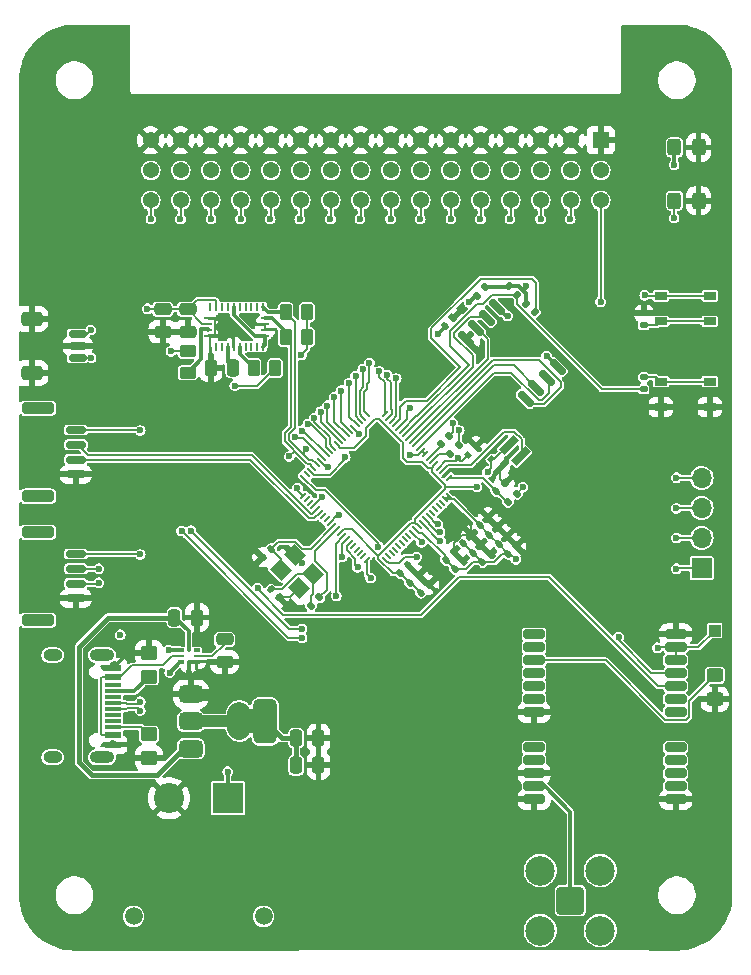
<source format=gbr>
G04 #@! TF.GenerationSoftware,KiCad,Pcbnew,8.0.4*
G04 #@! TF.CreationDate,2024-08-14T20:28:55-04:00*
G04 #@! TF.ProjectId,RP2350_80QFN_minimal,52503233-3530-45f3-9830-51464e5f6d69,REV3*
G04 #@! TF.SameCoordinates,Original*
G04 #@! TF.FileFunction,Copper,L1,Top*
G04 #@! TF.FilePolarity,Positive*
%FSLAX46Y46*%
G04 Gerber Fmt 4.6, Leading zero omitted, Abs format (unit mm)*
G04 Created by KiCad (PCBNEW 8.0.4) date 2024-08-14 20:28:55*
%MOMM*%
%LPD*%
G01*
G04 APERTURE LIST*
G04 Aperture macros list*
%AMRoundRect*
0 Rectangle with rounded corners*
0 $1 Rounding radius*
0 $2 $3 $4 $5 $6 $7 $8 $9 X,Y pos of 4 corners*
0 Add a 4 corners polygon primitive as box body*
4,1,4,$2,$3,$4,$5,$6,$7,$8,$9,$2,$3,0*
0 Add four circle primitives for the rounded corners*
1,1,$1+$1,$2,$3*
1,1,$1+$1,$4,$5*
1,1,$1+$1,$6,$7*
1,1,$1+$1,$8,$9*
0 Add four rect primitives between the rounded corners*
20,1,$1+$1,$2,$3,$4,$5,0*
20,1,$1+$1,$4,$5,$6,$7,0*
20,1,$1+$1,$6,$7,$8,$9,0*
20,1,$1+$1,$8,$9,$2,$3,0*%
%AMRotRect*
0 Rectangle, with rotation*
0 The origin of the aperture is its center*
0 $1 length*
0 $2 width*
0 $3 Rotation angle, in degrees counterclockwise*
0 Add horizontal line*
21,1,$1,$2,0,0,$3*%
G04 Aperture macros list end*
G04 #@! TA.AperFunction,SMDPad,CuDef*
%ADD10R,1.000000X1.000000*%
G04 #@! TD*
G04 #@! TA.AperFunction,SMDPad,CuDef*
%ADD11RoundRect,0.037500X-0.112500X-0.262500X0.112500X-0.262500X0.112500X0.262500X-0.112500X0.262500X0*%
G04 #@! TD*
G04 #@! TA.AperFunction,SMDPad,CuDef*
%ADD12RoundRect,0.031250X-0.243750X-0.093750X0.243750X-0.093750X0.243750X0.093750X-0.243750X0.093750X0*%
G04 #@! TD*
G04 #@! TA.AperFunction,SMDPad,CuDef*
%ADD13RoundRect,0.025000X-0.250000X-0.075000X0.250000X-0.075000X0.250000X0.075000X-0.250000X0.075000X0*%
G04 #@! TD*
G04 #@! TA.AperFunction,ComponentPad*
%ADD14R,1.700000X1.700000*%
G04 #@! TD*
G04 #@! TA.AperFunction,ComponentPad*
%ADD15O,1.700000X1.700000*%
G04 #@! TD*
G04 #@! TA.AperFunction,SMDPad,CuDef*
%ADD16RoundRect,0.150000X-0.700000X0.150000X-0.700000X-0.150000X0.700000X-0.150000X0.700000X0.150000X0*%
G04 #@! TD*
G04 #@! TA.AperFunction,SMDPad,CuDef*
%ADD17RoundRect,0.250000X-1.100000X0.250000X-1.100000X-0.250000X1.100000X-0.250000X1.100000X0.250000X0*%
G04 #@! TD*
G04 #@! TA.AperFunction,ComponentPad*
%ADD18C,1.508000*%
G04 #@! TD*
G04 #@! TA.AperFunction,ComponentPad*
%ADD19C,2.550000*%
G04 #@! TD*
G04 #@! TA.AperFunction,ComponentPad*
%ADD20R,2.550000X2.550000*%
G04 #@! TD*
G04 #@! TA.AperFunction,SMDPad,CuDef*
%ADD21RoundRect,0.250000X0.450000X-0.325000X0.450000X0.325000X-0.450000X0.325000X-0.450000X-0.325000X0*%
G04 #@! TD*
G04 #@! TA.AperFunction,SMDPad,CuDef*
%ADD22RoundRect,0.250000X0.325000X0.450000X-0.325000X0.450000X-0.325000X-0.450000X0.325000X-0.450000X0*%
G04 #@! TD*
G04 #@! TA.AperFunction,SMDPad,CuDef*
%ADD23RoundRect,0.250000X-0.475000X0.250000X-0.475000X-0.250000X0.475000X-0.250000X0.475000X0.250000X0*%
G04 #@! TD*
G04 #@! TA.AperFunction,SMDPad,CuDef*
%ADD24RotRect,1.400000X1.200000X315.000000*%
G04 #@! TD*
G04 #@! TA.AperFunction,SMDPad,CuDef*
%ADD25R,0.254000X0.675000*%
G04 #@! TD*
G04 #@! TA.AperFunction,SMDPad,CuDef*
%ADD26R,0.675000X0.254000*%
G04 #@! TD*
G04 #@! TA.AperFunction,SMDPad,CuDef*
%ADD27RoundRect,0.200000X-0.700000X-0.200000X0.700000X-0.200000X0.700000X0.200000X-0.700000X0.200000X0*%
G04 #@! TD*
G04 #@! TA.AperFunction,SMDPad,CuDef*
%ADD28RoundRect,0.150000X-0.565685X0.353553X0.353553X-0.565685X0.565685X-0.353553X-0.353553X0.565685X0*%
G04 #@! TD*
G04 #@! TA.AperFunction,SMDPad,CuDef*
%ADD29RoundRect,0.375000X-0.625000X-0.375000X0.625000X-0.375000X0.625000X0.375000X-0.625000X0.375000X0*%
G04 #@! TD*
G04 #@! TA.AperFunction,SMDPad,CuDef*
%ADD30RoundRect,0.500000X-0.500000X-1.400000X0.500000X-1.400000X0.500000X1.400000X-0.500000X1.400000X0*%
G04 #@! TD*
G04 #@! TA.AperFunction,SMDPad,CuDef*
%ADD31RotRect,1.133333X1.133333X315.000000*%
G04 #@! TD*
G04 #@! TA.AperFunction,ComponentPad*
%ADD32C,0.600000*%
G04 #@! TD*
G04 #@! TA.AperFunction,SMDPad,CuDef*
%ADD33RoundRect,0.055000X-0.275772X-0.197990X-0.197990X-0.275772X0.275772X0.197990X0.197990X0.275772X0*%
G04 #@! TD*
G04 #@! TA.AperFunction,SMDPad,CuDef*
%ADD34RoundRect,0.055000X0.197990X-0.275772X0.275772X-0.197990X-0.197990X0.275772X-0.275772X0.197990X0*%
G04 #@! TD*
G04 #@! TA.AperFunction,SMDPad,CuDef*
%ADD35R,1.050000X0.650000*%
G04 #@! TD*
G04 #@! TA.AperFunction,SMDPad,CuDef*
%ADD36RoundRect,0.250000X0.262500X0.450000X-0.262500X0.450000X-0.262500X-0.450000X0.262500X-0.450000X0*%
G04 #@! TD*
G04 #@! TA.AperFunction,SMDPad,CuDef*
%ADD37RoundRect,0.250000X-0.262500X-0.450000X0.262500X-0.450000X0.262500X0.450000X-0.262500X0.450000X0*%
G04 #@! TD*
G04 #@! TA.AperFunction,SMDPad,CuDef*
%ADD38RoundRect,0.250000X0.450000X-0.350000X0.450000X0.350000X-0.450000X0.350000X-0.450000X-0.350000X0*%
G04 #@! TD*
G04 #@! TA.AperFunction,SMDPad,CuDef*
%ADD39RoundRect,0.250000X-0.450000X0.262500X-0.450000X-0.262500X0.450000X-0.262500X0.450000X0.262500X0*%
G04 #@! TD*
G04 #@! TA.AperFunction,SMDPad,CuDef*
%ADD40RoundRect,0.135000X0.226274X0.035355X0.035355X0.226274X-0.226274X-0.035355X-0.035355X-0.226274X0*%
G04 #@! TD*
G04 #@! TA.AperFunction,SMDPad,CuDef*
%ADD41RoundRect,0.135000X-0.035355X0.226274X-0.226274X0.035355X0.035355X-0.226274X0.226274X-0.035355X0*%
G04 #@! TD*
G04 #@! TA.AperFunction,SMDPad,CuDef*
%ADD42RoundRect,0.135000X0.185000X-0.135000X0.185000X0.135000X-0.185000X0.135000X-0.185000X-0.135000X0*%
G04 #@! TD*
G04 #@! TA.AperFunction,SMDPad,CuDef*
%ADD43RoundRect,0.250000X-0.450000X0.350000X-0.450000X-0.350000X0.450000X-0.350000X0.450000X0.350000X0*%
G04 #@! TD*
G04 #@! TA.AperFunction,SMDPad,CuDef*
%ADD44RoundRect,0.135000X0.035355X-0.226274X0.226274X-0.035355X-0.035355X0.226274X-0.226274X0.035355X0*%
G04 #@! TD*
G04 #@! TA.AperFunction,SMDPad,CuDef*
%ADD45RotRect,0.700000X1.700000X315.000000*%
G04 #@! TD*
G04 #@! TA.AperFunction,ComponentPad*
%ADD46RoundRect,0.200100X0.949900X0.949900X-0.949900X0.949900X-0.949900X-0.949900X0.949900X-0.949900X0*%
G04 #@! TD*
G04 #@! TA.AperFunction,ComponentPad*
%ADD47C,2.500000*%
G04 #@! TD*
G04 #@! TA.AperFunction,ComponentPad*
%ADD48R,1.370000X1.370000*%
G04 #@! TD*
G04 #@! TA.AperFunction,ComponentPad*
%ADD49C,1.370000*%
G04 #@! TD*
G04 #@! TA.AperFunction,SMDPad,CuDef*
%ADD50RoundRect,0.150000X-0.625000X0.150000X-0.625000X-0.150000X0.625000X-0.150000X0.625000X0.150000X0*%
G04 #@! TD*
G04 #@! TA.AperFunction,SMDPad,CuDef*
%ADD51RoundRect,0.250000X-0.650000X0.350000X-0.650000X-0.350000X0.650000X-0.350000X0.650000X0.350000X0*%
G04 #@! TD*
G04 #@! TA.AperFunction,SMDPad,CuDef*
%ADD52R,1.450000X0.600000*%
G04 #@! TD*
G04 #@! TA.AperFunction,SMDPad,CuDef*
%ADD53R,1.450000X0.300000*%
G04 #@! TD*
G04 #@! TA.AperFunction,ComponentPad*
%ADD54O,2.100000X1.000000*%
G04 #@! TD*
G04 #@! TA.AperFunction,ComponentPad*
%ADD55O,1.600000X1.000000*%
G04 #@! TD*
G04 #@! TA.AperFunction,SMDPad,CuDef*
%ADD56RoundRect,0.250000X0.475000X-0.250000X0.475000X0.250000X-0.475000X0.250000X-0.475000X-0.250000X0*%
G04 #@! TD*
G04 #@! TA.AperFunction,SMDPad,CuDef*
%ADD57RoundRect,0.250000X0.250000X0.475000X-0.250000X0.475000X-0.250000X-0.475000X0.250000X-0.475000X0*%
G04 #@! TD*
G04 #@! TA.AperFunction,SMDPad,CuDef*
%ADD58RoundRect,0.140000X0.021213X-0.219203X0.219203X-0.021213X-0.021213X0.219203X-0.219203X0.021213X0*%
G04 #@! TD*
G04 #@! TA.AperFunction,SMDPad,CuDef*
%ADD59RoundRect,0.250000X-0.250000X-0.475000X0.250000X-0.475000X0.250000X0.475000X-0.250000X0.475000X0*%
G04 #@! TD*
G04 #@! TA.AperFunction,SMDPad,CuDef*
%ADD60RotRect,0.470000X0.530000X315.000000*%
G04 #@! TD*
G04 #@! TA.AperFunction,SMDPad,CuDef*
%ADD61RotRect,0.470000X0.530000X45.000000*%
G04 #@! TD*
G04 #@! TA.AperFunction,SMDPad,CuDef*
%ADD62RoundRect,0.140000X-0.219203X-0.021213X-0.021213X-0.219203X0.219203X0.021213X0.021213X0.219203X0*%
G04 #@! TD*
G04 #@! TA.AperFunction,SMDPad,CuDef*
%ADD63RoundRect,0.140000X-0.021213X0.219203X-0.219203X0.021213X0.021213X-0.219203X0.219203X-0.021213X0*%
G04 #@! TD*
G04 #@! TA.AperFunction,ViaPad*
%ADD64C,0.600000*%
G04 #@! TD*
G04 #@! TA.AperFunction,Conductor*
%ADD65C,0.200000*%
G04 #@! TD*
G04 #@! TA.AperFunction,Conductor*
%ADD66C,0.300000*%
G04 #@! TD*
G04 #@! TA.AperFunction,Conductor*
%ADD67C,0.400000*%
G04 #@! TD*
G04 #@! TA.AperFunction,Conductor*
%ADD68C,1.000000*%
G04 #@! TD*
G04 #@! TA.AperFunction,Conductor*
%ADD69C,2.000000*%
G04 #@! TD*
G04 APERTURE END LIST*
D10*
X178140000Y-100440000D03*
D11*
X133600000Y-103240000D03*
X133600000Y-101940000D03*
D12*
X132925000Y-102090000D03*
D13*
X132925000Y-102590000D03*
D12*
X132925000Y-103090000D03*
X134275000Y-103090000D03*
D13*
X134275000Y-102590000D03*
D12*
X134275000Y-102090000D03*
D14*
X177040000Y-95140000D03*
D15*
X177040000Y-92600000D03*
X177040000Y-90060000D03*
X177040000Y-87520000D03*
D16*
X124040000Y-93965000D03*
X124040000Y-95215000D03*
X124040000Y-96465000D03*
X124040000Y-97715000D03*
D17*
X120840000Y-92115000D03*
X120840000Y-99565000D03*
D16*
X124040000Y-83465000D03*
X124040000Y-84715000D03*
X124040000Y-85965000D03*
X124040000Y-87215000D03*
D17*
X120840000Y-81615000D03*
X120840000Y-89065000D03*
D18*
X139940000Y-124634250D03*
X128940000Y-124634250D03*
D19*
X131940000Y-114634250D03*
D20*
X136940000Y-114634250D03*
D21*
X178140000Y-106265000D03*
X178140000Y-104215000D03*
D22*
X174715000Y-59540000D03*
X176765000Y-59540000D03*
X176765000Y-64040000D03*
X174715000Y-64040000D03*
D23*
X136640000Y-101190000D03*
X136640000Y-103090000D03*
D24*
X142586446Y-94082284D03*
X144142081Y-95637919D03*
X142940000Y-96840000D03*
X141384365Y-95284365D03*
D25*
X135412500Y-73075000D03*
D26*
X135275000Y-73987500D03*
X135275000Y-74487500D03*
X135275000Y-74987500D03*
X135275000Y-75487500D03*
D25*
X135412500Y-76400000D03*
X135912500Y-76400000D03*
X136412500Y-76400000D03*
X136912500Y-76400000D03*
X137412500Y-76400000D03*
X137912500Y-76400000D03*
X138412500Y-76400000D03*
X138912500Y-76400000D03*
X139412500Y-76400000D03*
X139912500Y-76400000D03*
D26*
X140050000Y-75487500D03*
X140050000Y-74987500D03*
X140050000Y-74487500D03*
X140050000Y-73987500D03*
D25*
X139912500Y-73075000D03*
X139412500Y-73075000D03*
X138912500Y-73075000D03*
X138412500Y-73075000D03*
X137912500Y-73075000D03*
X137412500Y-73075000D03*
X136912500Y-73075000D03*
X136412500Y-73075000D03*
X135912500Y-73075000D03*
D27*
X162840000Y-100740000D03*
X162840000Y-101840000D03*
X162840000Y-102940000D03*
X162840000Y-104040000D03*
X162840000Y-105140000D03*
X162840000Y-106240000D03*
X162840000Y-107340000D03*
X162840000Y-110340000D03*
X162840000Y-111440000D03*
X162840000Y-112540000D03*
X162840000Y-113640000D03*
X162840000Y-114740000D03*
X174840000Y-114740000D03*
X174840000Y-113640000D03*
X174840000Y-112540000D03*
X174840000Y-111440000D03*
X174840000Y-110340000D03*
X174840000Y-107340000D03*
X174840000Y-106240000D03*
X174840000Y-105140000D03*
X174840000Y-104040000D03*
X174840000Y-102940000D03*
X174840000Y-101840000D03*
X174840000Y-100740000D03*
D28*
X159741454Y-73047377D03*
X158843428Y-73945403D03*
X157945403Y-74843428D03*
X157047377Y-75741454D03*
X162138546Y-80832623D03*
X163036572Y-79934597D03*
X163934597Y-79036572D03*
X164832623Y-78138546D03*
D29*
X133790000Y-105840000D03*
X133790000Y-108140000D03*
D30*
X140090000Y-108140000D03*
D29*
X133790000Y-110440000D03*
D31*
X149454859Y-89882331D03*
D32*
X149454859Y-89882331D03*
D31*
X150256246Y-89080943D03*
D32*
X150256246Y-89080943D03*
D31*
X151057634Y-88279556D03*
D32*
X151057634Y-88279556D03*
D31*
X148653472Y-89080943D03*
D32*
X148653472Y-89080943D03*
D31*
X149454859Y-88279556D03*
D32*
X149454859Y-88279556D03*
D31*
X150256246Y-87478169D03*
D32*
X150256246Y-87478169D03*
D31*
X147852084Y-88279556D03*
D32*
X147852084Y-88279556D03*
D31*
X148653472Y-87478169D03*
D32*
X148653472Y-87478169D03*
D31*
X149454859Y-86676781D03*
D32*
X149454859Y-86676781D03*
D33*
X150230202Y-82130202D03*
X150513044Y-82413045D03*
X150795887Y-82695887D03*
X151078730Y-82978730D03*
X151361572Y-83261573D03*
X151644415Y-83544415D03*
X151927258Y-83827258D03*
X152210101Y-84110101D03*
X152492943Y-84392944D03*
X152775786Y-84675786D03*
X153058629Y-84958629D03*
X153341471Y-85241472D03*
X153624314Y-85524314D03*
X153907157Y-85807157D03*
X154190000Y-86090000D03*
X154472842Y-86372843D03*
X154755685Y-86655685D03*
X155038528Y-86938528D03*
X155321370Y-87221371D03*
X155604213Y-87504213D03*
D34*
X155604213Y-89054899D03*
X155321370Y-89337741D03*
X155038528Y-89620584D03*
X154755685Y-89903427D03*
X154472842Y-90186269D03*
X154190000Y-90469112D03*
X153907157Y-90751955D03*
X153624314Y-91034798D03*
X153341471Y-91317640D03*
X153058629Y-91600483D03*
X152775786Y-91883326D03*
X152492943Y-92166168D03*
X152210101Y-92449011D03*
X151927258Y-92731854D03*
X151644415Y-93014697D03*
X151361572Y-93297539D03*
X151078730Y-93580382D03*
X150795887Y-93863225D03*
X150513044Y-94146067D03*
X150230202Y-94428910D03*
D33*
X148679516Y-94428910D03*
X148396674Y-94146067D03*
X148113831Y-93863225D03*
X147830988Y-93580382D03*
X147548146Y-93297539D03*
X147265303Y-93014697D03*
X146982460Y-92731854D03*
X146699617Y-92449011D03*
X146416775Y-92166168D03*
X146133932Y-91883326D03*
X145851089Y-91600483D03*
X145568247Y-91317640D03*
X145285404Y-91034798D03*
X145002561Y-90751955D03*
X144719718Y-90469112D03*
X144436876Y-90186269D03*
X144154033Y-89903427D03*
X143871190Y-89620584D03*
X143588348Y-89337741D03*
X143305505Y-89054899D03*
D34*
X143305505Y-87504213D03*
X143588348Y-87221371D03*
X143871190Y-86938528D03*
X144154033Y-86655685D03*
X144436876Y-86372843D03*
X144719718Y-86090000D03*
X145002561Y-85807157D03*
X145285404Y-85524314D03*
X145568247Y-85241472D03*
X145851089Y-84958629D03*
X146133932Y-84675786D03*
X146416775Y-84392944D03*
X146699617Y-84110101D03*
X146982460Y-83827258D03*
X147265303Y-83544415D03*
X147548146Y-83261573D03*
X147830988Y-82978730D03*
X148113831Y-82695887D03*
X148396674Y-82413045D03*
X148679516Y-82130202D03*
D35*
X177715000Y-74265000D03*
X173565000Y-74265000D03*
X177715000Y-72115000D03*
X173590000Y-72115000D03*
X173590000Y-79365000D03*
X177715000Y-79365000D03*
X173565000Y-81515000D03*
X177715000Y-81515000D03*
D36*
X140925000Y-78187500D03*
X139100000Y-78187500D03*
D37*
X141800000Y-75587500D03*
X143625000Y-75587500D03*
X141800000Y-73487500D03*
X143625000Y-73487500D03*
D38*
X130240000Y-111240000D03*
X130240000Y-109240000D03*
D39*
X133512500Y-76775000D03*
X133512500Y-78600000D03*
D40*
X161400624Y-72000624D03*
X160679376Y-71279376D03*
X162900624Y-73500624D03*
X162179376Y-72779376D03*
D41*
X156460624Y-84739376D03*
X155739376Y-85460624D03*
X155660624Y-83939376D03*
X154939376Y-84660624D03*
D42*
X172140000Y-78980001D03*
X172140000Y-79999999D03*
D43*
X130240000Y-102340000D03*
X130240000Y-104340000D03*
D42*
X172140000Y-74600000D03*
X172140000Y-73580000D03*
D41*
X161360624Y-88839376D03*
X160639376Y-89560624D03*
X143939376Y-98360624D03*
X144660624Y-97639376D03*
D44*
X157979376Y-72100624D03*
X158700624Y-71379376D03*
D45*
X160705025Y-84705025D03*
X161694975Y-85694975D03*
D46*
X165900000Y-123300000D03*
D47*
X168440000Y-125840000D03*
X168440000Y-120760000D03*
X163360000Y-125840000D03*
X163360000Y-120760000D03*
D48*
X168480000Y-58940000D03*
D49*
X168480000Y-61480000D03*
X168480000Y-64020000D03*
X165940000Y-58940000D03*
X165940000Y-61480000D03*
X165940000Y-64020000D03*
X163400000Y-58940000D03*
X163400000Y-61480000D03*
X163400000Y-64020000D03*
X160860000Y-58940000D03*
X160860000Y-61480000D03*
X160860000Y-64020000D03*
X158320000Y-58940000D03*
X158320000Y-61480000D03*
X158320000Y-64020000D03*
X155780000Y-58940000D03*
X155780000Y-61480000D03*
X155780000Y-64020000D03*
X153240000Y-58940000D03*
X153240000Y-61480000D03*
X153240000Y-64020000D03*
X150700000Y-58940000D03*
X150700000Y-61480000D03*
X150700000Y-64020000D03*
X148160000Y-58940000D03*
X148160000Y-61480000D03*
X148160000Y-64020000D03*
X145620000Y-58940000D03*
X145620000Y-61480000D03*
X145620000Y-64020000D03*
X143080000Y-58940000D03*
X143080000Y-61480000D03*
X143080000Y-64020000D03*
X140540000Y-58940000D03*
X140540000Y-61480000D03*
X140540000Y-64020000D03*
X138000000Y-58940000D03*
X138000000Y-61480000D03*
X138000000Y-64020000D03*
X135460000Y-58940000D03*
X135460000Y-61480000D03*
X135460000Y-64020000D03*
X132920000Y-58940000D03*
X132920000Y-61480000D03*
X132920000Y-64020000D03*
X130380000Y-58940000D03*
X130380000Y-61480000D03*
X130380000Y-64020000D03*
D50*
X124190000Y-75340000D03*
X124190000Y-76340000D03*
X124190000Y-77340000D03*
D51*
X120315000Y-74040000D03*
X120315000Y-78640000D03*
D52*
X127175000Y-103590000D03*
X127175000Y-104390000D03*
D53*
X127175000Y-105590000D03*
X127175000Y-106590000D03*
X127175000Y-107090000D03*
X127175000Y-108090000D03*
D52*
X127175000Y-109290000D03*
X127175000Y-110090000D03*
X127175000Y-110090000D03*
X127175000Y-109290000D03*
D53*
X127175000Y-108590000D03*
X127175000Y-107590000D03*
X127175000Y-106090000D03*
X127175000Y-105090000D03*
D52*
X127175000Y-104390000D03*
X127175000Y-103590000D03*
D54*
X126260000Y-102520000D03*
D55*
X122080000Y-102520000D03*
D54*
X126260000Y-111160000D03*
D55*
X122080000Y-111160000D03*
D56*
X131412500Y-75137500D03*
X131412500Y-73237500D03*
X133512500Y-75137500D03*
X133512500Y-73237500D03*
D57*
X137362500Y-78187500D03*
X135462500Y-78187500D03*
D58*
X155360589Y-94439411D03*
X156039411Y-93760589D03*
X158460589Y-94639411D03*
X159139411Y-93960589D03*
D59*
X142690000Y-111840000D03*
X144590000Y-111840000D03*
D58*
X157660589Y-93839411D03*
X158339411Y-93160589D03*
X156860589Y-93039411D03*
X157539411Y-92360589D03*
X160660589Y-93939411D03*
X161339411Y-93260589D03*
X156160589Y-95239411D03*
X156839411Y-94560589D03*
X159860589Y-93139411D03*
X160539411Y-92460589D03*
X159060589Y-92339411D03*
X159739411Y-91660589D03*
X158260589Y-91539411D03*
X158939411Y-90860589D03*
X153260589Y-97239411D03*
X153939411Y-96560589D03*
X152360589Y-96439411D03*
X153039411Y-95760589D03*
X159660589Y-88639411D03*
X160339411Y-87960589D03*
X151520589Y-95599411D03*
X152199411Y-94920589D03*
D60*
X159235840Y-85935840D03*
X159964160Y-86664160D03*
D61*
X157235840Y-85564160D03*
X157964160Y-84835840D03*
D59*
X142690000Y-109540000D03*
X144590000Y-109540000D03*
D62*
X140560589Y-96960589D03*
X141239411Y-97639411D03*
D63*
X139860589Y-94239411D03*
X140539411Y-93560589D03*
D58*
X155261178Y-74679411D03*
X155940000Y-74000589D03*
D59*
X132390000Y-99340000D03*
X134290000Y-99340000D03*
D64*
X156700000Y-73200000D03*
X168480000Y-72607535D03*
X149000000Y-96000000D03*
X156412474Y-85874545D03*
X138000000Y-70000000D03*
X137000000Y-69000000D03*
X138000000Y-68000000D03*
X137000000Y-70000000D03*
X136000000Y-70000000D03*
X136000000Y-68000000D03*
X137000000Y-68000000D03*
X136000000Y-69000000D03*
X138000000Y-69000000D03*
X170000000Y-111000000D03*
X169000000Y-111000000D03*
X168000000Y-111000000D03*
X122200000Y-86300000D03*
X121200000Y-86300000D03*
X120200000Y-86300000D03*
X135000000Y-123000000D03*
X134000000Y-123000000D03*
X133000000Y-123000000D03*
X135000000Y-122000000D03*
X134000000Y-122000000D03*
X133000000Y-122000000D03*
X135000000Y-121000000D03*
X134000000Y-121000000D03*
X133000000Y-121000000D03*
X122200000Y-85300000D03*
X121200000Y-85300000D03*
X120200000Y-85300000D03*
X122200000Y-84300000D03*
X121200000Y-84300000D03*
X120200000Y-84300000D03*
X170000000Y-110000000D03*
X169000000Y-110000000D03*
X168000000Y-110000000D03*
X170000000Y-109000000D03*
X169000000Y-109000000D03*
X168000000Y-109000000D03*
X169000000Y-86000000D03*
X168000000Y-86000000D03*
X167000000Y-86000000D03*
X169000000Y-85000000D03*
X168000000Y-85000000D03*
X167000000Y-85000000D03*
X167000000Y-84000000D03*
X168000000Y-84000000D03*
X169000000Y-84000000D03*
X146600000Y-94200000D03*
X143200000Y-101050003D03*
X125340000Y-77340000D03*
X133000000Y-92000000D03*
X133800000Y-91994974D03*
X125304999Y-75000000D03*
X146100000Y-97500000D03*
X143200000Y-100300000D03*
X133600000Y-104000000D03*
X142800000Y-88400000D03*
X139441422Y-96858578D03*
X149648353Y-93327841D03*
X170000000Y-101000000D03*
X152900000Y-94200000D03*
X146300000Y-90700000D03*
X144900000Y-89100000D03*
X145400000Y-86600000D03*
X146850000Y-85750000D03*
X174700000Y-65500000D03*
X174700000Y-61000000D03*
X163900000Y-77200000D03*
X154700000Y-75300000D03*
X157365557Y-72665558D03*
X160600000Y-73800000D03*
X162200000Y-71300000D03*
X157941975Y-76636052D03*
X158000000Y-88300000D03*
X158900000Y-87000000D03*
X154500000Y-97100000D03*
X173300000Y-101900000D03*
X161300000Y-94400000D03*
X156793361Y-90850000D03*
X161900000Y-93800000D03*
X153313388Y-92986612D03*
X174900000Y-95200000D03*
X154910615Y-92877063D03*
X174900000Y-92600000D03*
X154881902Y-92127610D03*
X174900000Y-90100000D03*
X154700000Y-91400000D03*
X174900000Y-87500000D03*
X161900000Y-88300000D03*
X158154779Y-86523039D03*
X147900000Y-95100000D03*
X172206067Y-72057535D03*
X152300000Y-85600000D03*
X152320593Y-81600000D03*
X148046787Y-83760534D03*
X143150000Y-77100000D03*
X137500000Y-79700000D03*
X139000000Y-74100000D03*
X136200000Y-74000000D03*
X132100000Y-76800000D03*
X130100000Y-73200000D03*
X129500000Y-83500000D03*
X136000000Y-106500000D03*
X136000000Y-105300000D03*
X136000000Y-105900000D03*
X137900000Y-108700000D03*
X137900000Y-107500000D03*
X137900000Y-108100000D03*
X143508793Y-85091207D03*
X126000000Y-96400000D03*
X142100000Y-85700000D03*
X126000000Y-95200000D03*
X127800000Y-100800000D03*
X132000000Y-104000000D03*
X136900000Y-112400000D03*
X131900000Y-102100000D03*
X141812653Y-98312653D03*
X143200000Y-94700000D03*
X151173064Y-79100271D03*
X165900000Y-65600000D03*
X150426582Y-78812000D03*
X163400000Y-65600000D03*
X149742997Y-78503431D03*
X160800000Y-65600000D03*
X148900000Y-77800000D03*
X158300000Y-65600000D03*
X148344168Y-78303543D03*
X155800000Y-65600000D03*
X147724039Y-78900000D03*
X153200000Y-65600000D03*
X150700000Y-65600000D03*
X147174039Y-79508408D03*
X146485654Y-80131478D03*
X148100000Y-65600000D03*
X145935654Y-80693988D03*
X145600000Y-65600000D03*
X145350215Y-81399693D03*
X143000000Y-65600000D03*
X144787262Y-81900000D03*
X140500000Y-65600000D03*
X144237262Y-82468131D03*
X138000000Y-65600000D03*
X135500000Y-65600000D03*
X143678281Y-82968176D03*
X143178665Y-83527539D03*
X132900000Y-65600000D03*
X142642397Y-84051868D03*
X130400000Y-65600000D03*
X129500000Y-94000000D03*
X155947538Y-82847538D03*
X156500000Y-83500000D03*
X129500000Y-106465000D03*
X129500000Y-107215000D03*
D65*
X163000000Y-71000000D02*
X163000000Y-73401248D01*
X162665456Y-70665456D02*
X163000000Y-71000000D01*
X163000000Y-73401248D02*
X162900624Y-73500624D01*
X158334544Y-70665456D02*
X162665456Y-70665456D01*
X156600000Y-78164568D02*
X154150000Y-75714568D01*
X153764568Y-81000000D02*
X156600000Y-78164568D01*
X152000000Y-81000000D02*
X153764568Y-81000000D01*
X154150000Y-74850000D02*
X158334544Y-70665456D01*
X151523064Y-81476936D02*
X152000000Y-81000000D01*
X154150000Y-75714568D02*
X154150000Y-74850000D01*
X151523064Y-82534396D02*
X151523064Y-81476936D01*
X151078730Y-82978730D02*
X151523064Y-82534396D01*
X135412500Y-78137500D02*
X135462500Y-78187500D01*
X135412500Y-76400000D02*
X135412500Y-78137500D01*
X126200000Y-109240000D02*
X126200000Y-104440000D01*
X126250000Y-109290000D02*
X126200000Y-109240000D01*
X126200000Y-104440000D02*
X126250000Y-104390000D01*
X127175000Y-109290000D02*
X126250000Y-109290000D01*
X126250000Y-104390000D02*
X127175000Y-104390000D01*
X168480000Y-72607535D02*
X168480000Y-64020000D01*
X148679516Y-95679516D02*
X149000000Y-96000000D01*
X148679516Y-94428910D02*
X148679516Y-95679516D01*
X156612473Y-86074544D02*
X156412474Y-85874545D01*
X156725456Y-86074544D02*
X156612473Y-86074544D01*
X156212475Y-86074544D02*
X156412474Y-85874545D01*
X155336826Y-86074544D02*
X156212475Y-86074544D01*
X125304999Y-75000000D02*
X124964999Y-75340000D01*
X124964999Y-75340000D02*
X124190000Y-75340000D01*
X125340000Y-77340000D02*
X124190000Y-77340000D01*
X173362182Y-105140000D02*
X174840000Y-105140000D01*
X164122182Y-95900000D02*
X173362182Y-105140000D01*
X153277818Y-99100000D02*
X156477818Y-95900000D01*
X141600000Y-99100000D02*
X153277818Y-99100000D01*
X139441422Y-96858578D02*
X139441422Y-96941422D01*
X139441422Y-96941422D02*
X141600000Y-99100000D01*
X156477818Y-95900000D02*
X164122182Y-95900000D01*
X133000000Y-92000000D02*
X142050003Y-101050003D01*
X142050003Y-101050003D02*
X143200000Y-101050003D01*
X142105026Y-100300000D02*
X143200000Y-100300000D01*
X133800000Y-91994974D02*
X142105026Y-100300000D01*
X156500000Y-84700000D02*
X156460624Y-84739376D01*
X156500000Y-83500000D02*
X156500000Y-84700000D01*
X155947538Y-83652462D02*
X155660624Y-83939376D01*
X155947538Y-82847538D02*
X155947538Y-83652462D01*
X143625000Y-76625000D02*
X143625000Y-75587500D01*
X143150000Y-77100000D02*
X143625000Y-76625000D01*
X146600000Y-94200000D02*
X146600000Y-93114314D01*
X146600000Y-93114314D02*
X146982460Y-92731854D01*
X146966297Y-93313703D02*
X147265303Y-93014697D01*
X146966297Y-93620788D02*
X146966297Y-93313703D01*
X147700000Y-94354491D02*
X146966297Y-93620788D01*
X147900000Y-95100000D02*
X147700000Y-94900000D01*
X147700000Y-94900000D02*
X147700000Y-94354491D01*
X146050000Y-97450000D02*
X146100000Y-97500000D01*
X146050000Y-93098628D02*
X146050000Y-97450000D01*
X146699617Y-92449011D02*
X146050000Y-93098628D01*
D66*
X130240000Y-111240000D02*
X130240000Y-111160000D01*
X127175000Y-110090000D02*
X127790000Y-110090000D01*
X127175000Y-103590000D02*
X128425000Y-102340000D01*
X128425000Y-102340000D02*
X130240000Y-102340000D01*
X128990000Y-105590000D02*
X127175000Y-105590000D01*
X130240000Y-104340000D02*
X128990000Y-105590000D01*
X133750000Y-103090000D02*
X133600000Y-103240000D01*
X134275000Y-103090000D02*
X133750000Y-103090000D01*
X133600000Y-103240000D02*
X133600000Y-104000000D01*
D67*
X124300000Y-101800000D02*
X126760000Y-99340000D01*
X124300000Y-111600000D02*
X124300000Y-101800000D01*
X126760000Y-99340000D02*
X132390000Y-99340000D01*
X125400000Y-112700000D02*
X124300000Y-111600000D01*
X133160000Y-110440000D02*
X130900000Y-112700000D01*
X133790000Y-110440000D02*
X133160000Y-110440000D01*
X130900000Y-112700000D02*
X125400000Y-112700000D01*
X144590000Y-109540000D02*
X144590000Y-111840000D01*
X142690000Y-111840000D02*
X142690000Y-109540000D01*
X142690000Y-109540000D02*
X141490000Y-109540000D01*
X141490000Y-109540000D02*
X140090000Y-108140000D01*
D65*
X172757156Y-104040000D02*
X170000000Y-101282844D01*
X170000000Y-101282844D02*
X170000000Y-101000000D01*
X174840000Y-104040000D02*
X172757156Y-104040000D01*
X142800000Y-88549394D02*
X143305505Y-89054899D01*
X142800000Y-88400000D02*
X142800000Y-88549394D01*
X145127818Y-88550000D02*
X144351292Y-88550000D01*
X149648353Y-93070535D02*
X145127818Y-88550000D01*
X144351292Y-88550000D02*
X143305505Y-87504213D01*
X149648353Y-93327841D02*
X149648353Y-93070535D01*
X160160589Y-93939411D02*
X160660589Y-93939411D01*
X159460589Y-94639411D02*
X160160589Y-93939411D01*
X158460589Y-94639411D02*
X159460589Y-94639411D01*
X157060589Y-95239411D02*
X157660589Y-94639411D01*
X156160589Y-95239411D02*
X157060589Y-95239411D01*
X157660589Y-94639411D02*
X158460589Y-94639411D01*
X151372084Y-94727916D02*
X151900000Y-94200000D01*
X151900000Y-94200000D02*
X152900000Y-94200000D01*
X150529208Y-94727916D02*
X151372084Y-94727916D01*
X150230202Y-94428910D02*
X150529208Y-94727916D01*
X146185887Y-90700000D02*
X146300000Y-90700000D01*
X145568247Y-91317640D02*
X146185887Y-90700000D01*
X144900000Y-89157460D02*
X144900000Y-89100000D01*
X144154033Y-89903427D02*
X144900000Y-89157460D01*
X145540284Y-87237534D02*
X144170196Y-87237534D01*
X144170196Y-87237534D02*
X143871190Y-86938528D01*
X146850000Y-85927818D02*
X145540284Y-87237534D01*
X146850000Y-85750000D02*
X146850000Y-85927818D01*
X145229718Y-86600000D02*
X145400000Y-86600000D01*
X144719718Y-86090000D02*
X145229718Y-86600000D01*
X174715000Y-65485000D02*
X174700000Y-65500000D01*
X174715000Y-64040000D02*
X174715000Y-65485000D01*
D66*
X174715000Y-60985000D02*
X174700000Y-61000000D01*
X174715000Y-59540000D02*
X174715000Y-60985000D01*
X164832623Y-78132623D02*
X163900000Y-77200000D01*
X164832623Y-78138546D02*
X164832623Y-78132623D01*
X155940000Y-74000589D02*
X155999411Y-74000589D01*
X155261178Y-74738822D02*
X154700000Y-75300000D01*
X155261178Y-74679411D02*
X155261178Y-74738822D01*
X157930491Y-72100624D02*
X157365557Y-72665558D01*
X157979376Y-72100624D02*
X157930491Y-72100624D01*
X160494077Y-73800000D02*
X159741454Y-73047377D01*
X160600000Y-73800000D02*
X160494077Y-73800000D01*
X161938407Y-71661593D02*
X162179376Y-71902562D01*
X162200000Y-71400000D02*
X162200000Y-71300000D01*
X161556190Y-71279376D02*
X161938407Y-71661593D01*
X161938407Y-71661593D02*
X162200000Y-71400000D01*
X162179376Y-71902562D02*
X162179376Y-72779376D01*
X160679376Y-71279376D02*
X161556190Y-71279376D01*
X160579376Y-71379376D02*
X160679376Y-71279376D01*
X158700624Y-71379376D02*
X160579376Y-71379376D01*
X157047377Y-75741454D02*
X157941975Y-76636052D01*
D65*
X158900000Y-77420202D02*
X152210101Y-84110101D01*
X158900000Y-75798025D02*
X158900000Y-77420202D01*
X157945403Y-74843428D02*
X158900000Y-75798025D01*
X155380964Y-88300000D02*
X155280964Y-88400000D01*
X158000000Y-88300000D02*
X155380964Y-88300000D01*
X155280964Y-88400000D02*
X155280964Y-88086062D01*
X155280964Y-88473050D02*
X155280964Y-88400000D01*
X159235840Y-86664160D02*
X158900000Y-87000000D01*
X159235840Y-85935840D02*
X159235840Y-86664160D01*
D66*
X153960589Y-96560589D02*
X154500000Y-97100000D01*
X153939411Y-96560589D02*
X153960589Y-96560589D01*
X153039411Y-95760589D02*
X152199411Y-94920589D01*
X153839411Y-96560589D02*
X153039411Y-95760589D01*
X153939411Y-96560589D02*
X153839411Y-96560589D01*
D65*
X152460589Y-96439411D02*
X153260589Y-97239411D01*
X152360589Y-96439411D02*
X152460589Y-96439411D01*
X151520589Y-95599411D02*
X152360589Y-96439411D01*
D66*
X165900000Y-115800000D02*
X165900000Y-123300000D01*
X163740000Y-113640000D02*
X165900000Y-115800000D01*
X162840000Y-113640000D02*
X163740000Y-113640000D01*
D65*
X174840000Y-102940000D02*
X174840000Y-101840000D01*
X174840000Y-101840000D02*
X176740000Y-101840000D01*
X176740000Y-101840000D02*
X178140000Y-100440000D01*
X168898062Y-102940000D02*
X162840000Y-102940000D01*
X175731938Y-107990000D02*
X173948062Y-107990000D01*
X173948062Y-107990000D02*
X168898062Y-102940000D01*
X175990000Y-107731938D02*
X175731938Y-107990000D01*
X178140000Y-104215000D02*
X175990000Y-106365000D01*
X175990000Y-106365000D02*
X175990000Y-107731938D01*
X178140000Y-106265000D02*
X178135000Y-106265000D01*
X173360000Y-101840000D02*
X173300000Y-101900000D01*
X174840000Y-101840000D02*
X173360000Y-101840000D01*
X160839411Y-93939411D02*
X161300000Y-94400000D01*
X160660589Y-93939411D02*
X160839411Y-93939411D01*
X157539411Y-91596050D02*
X156793361Y-90850000D01*
X157539411Y-92360589D02*
X157539411Y-91596050D01*
X161360589Y-93260589D02*
X161900000Y-93800000D01*
X161339411Y-93260589D02*
X161360589Y-93260589D01*
X156058919Y-89337741D02*
X158260589Y-91539411D01*
X155321370Y-89337741D02*
X156058919Y-89337741D01*
X155604212Y-89054899D02*
X155321370Y-89337741D01*
X155604213Y-89054899D02*
X155604212Y-89054899D01*
X158339411Y-93160589D02*
X157539411Y-92360589D01*
X158339411Y-93160589D02*
X159139411Y-93960589D01*
X160539411Y-92460589D02*
X161339411Y-93260589D01*
X160539411Y-92460589D02*
X159739411Y-91660589D01*
X158939411Y-90860589D02*
X159739411Y-91660589D01*
X159060589Y-92339411D02*
X158260589Y-91539411D01*
X159860589Y-93139411D02*
X159060589Y-92339411D01*
X160660589Y-93939411D02*
X159860589Y-93139411D01*
X157660589Y-93839411D02*
X158460589Y-94639411D01*
X157660589Y-93839411D02*
X156860589Y-93039411D01*
X156039411Y-93760589D02*
X156839411Y-94560589D01*
X156039411Y-93760589D02*
X156039411Y-93068629D01*
X156039411Y-93068629D02*
X156747451Y-92360589D01*
X156747451Y-92360589D02*
X157539411Y-92360589D01*
X155360589Y-94439411D02*
X156160589Y-95239411D01*
X155360589Y-94160589D02*
X155360589Y-94439411D01*
X153382332Y-92182332D02*
X155360589Y-94160589D01*
X152775786Y-91883326D02*
X153074792Y-92182332D01*
X153074792Y-92182332D02*
X153382332Y-92182332D01*
X153313388Y-92986612D02*
X153313387Y-92986612D01*
X153313387Y-92986612D02*
X152492943Y-92166168D01*
X174960000Y-95140000D02*
X174900000Y-95200000D01*
X177040000Y-95140000D02*
X174960000Y-95140000D01*
X153341471Y-91364997D02*
X153341471Y-91317640D01*
X154742922Y-92766448D02*
X153341471Y-91364997D01*
X154800000Y-92766448D02*
X154742922Y-92766448D01*
X154910615Y-92877063D02*
X154800000Y-92766448D01*
X177040000Y-92600000D02*
X174900000Y-92600000D01*
X153923320Y-91401138D02*
X153923320Y-91333804D01*
X154881902Y-92127610D02*
X154649792Y-92127610D01*
X154649792Y-92127610D02*
X153923320Y-91401138D01*
X153923320Y-91333804D02*
X153624314Y-91034798D01*
X174940000Y-90060000D02*
X174900000Y-90100000D01*
X177040000Y-90060000D02*
X174940000Y-90060000D01*
X154555202Y-91400000D02*
X153907157Y-90751955D01*
X154700000Y-91400000D02*
X154555202Y-91400000D01*
X174920000Y-87520000D02*
X174900000Y-87500000D01*
X177040000Y-87520000D02*
X174920000Y-87520000D01*
X161360624Y-88839376D02*
X161900000Y-88300000D01*
X160581802Y-89560624D02*
X159660589Y-88639411D01*
X160639376Y-89560624D02*
X160581802Y-89560624D01*
X158525391Y-87504213D02*
X159660589Y-88639411D01*
X155604213Y-87504213D02*
X158525391Y-87504213D01*
X159964160Y-87585338D02*
X160339411Y-87960589D01*
X159964160Y-86664160D02*
X159964160Y-87585338D01*
X157964160Y-84835840D02*
X158164160Y-84835840D01*
X157903274Y-86774544D02*
X158154779Y-86523039D01*
X155725456Y-86774544D02*
X157903274Y-86774544D01*
X155321370Y-87178630D02*
X155725456Y-86774544D01*
X155321370Y-87221371D02*
X155321370Y-87178630D01*
X161162133Y-83606497D02*
X161803553Y-84247917D01*
X161803553Y-84247917D02*
X161803553Y-85586397D01*
X160293503Y-83606497D02*
X161162133Y-83606497D01*
X161803553Y-85586397D02*
X161694975Y-85694975D01*
X157475456Y-86424544D02*
X160293503Y-83606497D01*
X155552512Y-86424544D02*
X157475456Y-86424544D01*
X155038528Y-86938528D02*
X155552512Y-86424544D01*
X156725456Y-86074544D02*
X157235840Y-85564160D01*
X154755685Y-86655685D02*
X155336826Y-86074544D01*
X159474210Y-85935840D02*
X160705025Y-84705025D01*
X159235840Y-85935840D02*
X159474210Y-85935840D01*
X172263532Y-72115000D02*
X172206067Y-72057535D01*
X173590000Y-72115000D02*
X172263532Y-72115000D01*
X173565000Y-74265000D02*
X177715000Y-74265000D01*
X173230000Y-74600000D02*
X173565000Y-74265000D01*
X172140000Y-74600000D02*
X173230000Y-74600000D01*
X173590000Y-72115000D02*
X177715000Y-72115000D01*
X173590000Y-79365000D02*
X177715000Y-79365000D01*
X172140000Y-78980001D02*
X173205001Y-78980001D01*
X173205001Y-78980001D02*
X173590000Y-79365000D01*
X168593897Y-79999999D02*
X172140000Y-79999999D01*
X161400624Y-72806726D02*
X168593897Y-79999999D01*
X161400624Y-72000624D02*
X161400624Y-72806726D01*
X160924157Y-78600000D02*
X163227378Y-80903221D01*
X163552872Y-80903221D02*
X164100000Y-80356093D01*
X164100000Y-79201975D02*
X163934597Y-79036572D01*
X159417258Y-78600000D02*
X160924157Y-78600000D01*
X153058629Y-84958629D02*
X159417258Y-78600000D01*
X163227378Y-80903221D02*
X163552872Y-80903221D01*
X164100000Y-80356093D02*
X164100000Y-79201975D01*
X165100000Y-79424157D02*
X163218786Y-77542943D01*
X165100000Y-79851068D02*
X165100000Y-79424157D01*
X163697847Y-81253221D02*
X165100000Y-79851068D01*
X162138546Y-80832623D02*
X162559144Y-81253221D01*
X163218786Y-77542943D02*
X159342943Y-77542943D01*
X152492943Y-84392944D02*
X159342943Y-77542943D01*
X162559144Y-81253221D02*
X163697847Y-81253221D01*
X161101975Y-78000000D02*
X163036572Y-79934597D01*
X159451572Y-78000000D02*
X161101975Y-78000000D01*
X152775786Y-84675786D02*
X159451572Y-78000000D01*
X153866751Y-86671849D02*
X154173836Y-86671849D01*
X153344902Y-86150000D02*
X153866751Y-86671849D01*
X152072182Y-86150000D02*
X153344902Y-86150000D01*
X151750000Y-84555098D02*
X151750000Y-85827818D01*
X151628252Y-84433350D02*
X151750000Y-84555098D01*
X151750000Y-85827818D02*
X152072182Y-86150000D01*
X151628252Y-84428252D02*
X151628252Y-84433350D01*
X151600000Y-84400000D02*
X151628252Y-84428252D01*
X149702309Y-82507408D02*
X151594901Y-84400000D01*
X148596787Y-83303213D02*
X149392592Y-82507408D01*
X149392592Y-82507408D02*
X149702309Y-82507408D01*
X148596787Y-83988352D02*
X148596787Y-83303213D01*
X151594901Y-84400000D02*
X151600000Y-84400000D01*
X146432939Y-84974793D02*
X147610346Y-84974793D01*
X147610346Y-84974793D02*
X148596787Y-83988352D01*
X146133932Y-84675786D02*
X146432939Y-84974793D01*
X152982943Y-85600000D02*
X152300000Y-85600000D01*
X153341471Y-85241472D02*
X152982943Y-85600000D01*
X153624313Y-85524314D02*
X153341471Y-85241472D01*
X153624314Y-85524314D02*
X153624313Y-85524314D01*
X154939376Y-84774938D02*
X153907157Y-85807157D01*
X154939376Y-84660624D02*
X154939376Y-84774938D01*
X154819376Y-85460624D02*
X154190000Y-86090000D01*
X155739376Y-85460624D02*
X154819376Y-85460624D01*
X159303283Y-72000624D02*
X161400624Y-72000624D01*
X158503907Y-72800000D02*
X159303283Y-72000624D01*
X155728753Y-75080180D02*
X158008933Y-72800000D01*
X157316001Y-77943541D02*
X155728753Y-76356293D01*
X158008933Y-72800000D02*
X158503907Y-72800000D01*
X152941305Y-82318237D02*
X157316001Y-77943541D01*
X152870593Y-82318237D02*
X152941305Y-82318237D01*
X151644415Y-83544415D02*
X152870593Y-82318237D01*
X155728753Y-76356293D02*
X155728753Y-75080180D01*
X152120593Y-82502552D02*
X151361572Y-83261573D01*
X152120593Y-81800000D02*
X152120593Y-82502552D01*
X152320593Y-81600000D02*
X152120593Y-81800000D01*
X163036572Y-79934597D02*
X163107171Y-80005196D01*
X163934597Y-79036572D02*
X163863998Y-78965973D01*
X157666001Y-78088515D02*
X151927258Y-83827258D01*
X157666001Y-77137896D02*
X157666001Y-78088515D01*
X156078753Y-75550648D02*
X157666001Y-77137896D01*
X156078753Y-75225154D02*
X156078753Y-75550648D01*
X157429103Y-73874804D02*
X156078753Y-75225154D01*
X158772829Y-73874804D02*
X157429103Y-73874804D01*
X158843428Y-73945403D02*
X158772829Y-73874804D01*
X147548146Y-83261893D02*
X148046787Y-83760534D01*
X147548146Y-83261573D02*
X147548146Y-83261893D01*
X139412500Y-79700000D02*
X137500000Y-79700000D01*
X140925000Y-78187500D02*
X139412500Y-79700000D01*
X143625000Y-73487500D02*
X143625000Y-75587500D01*
X139387500Y-74487500D02*
X139000000Y-74100000D01*
X140050000Y-74487500D02*
X139387500Y-74487500D01*
X140050000Y-74987500D02*
X140050000Y-74487500D01*
X137175000Y-75625000D02*
X135412500Y-75625000D01*
X137412500Y-75862500D02*
X137175000Y-75625000D01*
X137412500Y-76400000D02*
X137412500Y-75862500D01*
X135412500Y-75625000D02*
X135275000Y-75487500D01*
X135412500Y-76400000D02*
X135412500Y-75625000D01*
X135862500Y-75437500D02*
X135862500Y-74150000D01*
X135812500Y-75487500D02*
X135862500Y-75437500D01*
X135275000Y-75487500D02*
X135812500Y-75487500D01*
X135862500Y-74150000D02*
X135700000Y-73987500D01*
X135700000Y-73987500D02*
X136187500Y-73987500D01*
X135275000Y-73987500D02*
X135700000Y-73987500D01*
X136187500Y-73987500D02*
X136200000Y-74000000D01*
X134262500Y-72487500D02*
X133512500Y-73237500D01*
X135862500Y-72487500D02*
X134262500Y-72487500D01*
X135912500Y-72537500D02*
X135862500Y-72487500D01*
X135912500Y-73075000D02*
X135912500Y-72537500D01*
X134762500Y-74487500D02*
X133512500Y-73237500D01*
X135275000Y-74487500D02*
X134762500Y-74487500D01*
X132125000Y-76775000D02*
X132100000Y-76800000D01*
X133512500Y-76775000D02*
X132125000Y-76775000D01*
X130137500Y-73237500D02*
X130100000Y-73200000D01*
X131412500Y-73237500D02*
X130137500Y-73237500D01*
X131412500Y-73237500D02*
X133512500Y-73237500D01*
X131412500Y-75137500D02*
X133512500Y-75137500D01*
X129465000Y-83465000D02*
X129500000Y-83500000D01*
X124040000Y-83465000D02*
X129465000Y-83465000D01*
D66*
X132925000Y-102090000D02*
X131910000Y-102090000D01*
X132800000Y-103200000D02*
X132000000Y-104000000D01*
D68*
X133850000Y-105900000D02*
X133790000Y-105840000D01*
X136000000Y-105900000D02*
X133850000Y-105900000D01*
X136000000Y-105300000D02*
X136000000Y-106500000D01*
X137860000Y-108140000D02*
X137900000Y-108100000D01*
X133790000Y-108140000D02*
X137860000Y-108140000D01*
D69*
X137940000Y-108140000D02*
X137900000Y-108100000D01*
X140090000Y-108140000D02*
X137940000Y-108140000D01*
X137900000Y-107500000D02*
X137900000Y-108700000D01*
D65*
X143356355Y-85243645D02*
X143356355Y-85543645D01*
X143508793Y-85091207D02*
X143356355Y-85243645D01*
X143356355Y-85543645D02*
X142092397Y-84279686D01*
X143819390Y-86006679D02*
X143356355Y-85543645D01*
X125935000Y-96465000D02*
X126000000Y-96400000D01*
X124040000Y-96465000D02*
X125935000Y-96465000D01*
X142608868Y-85291132D02*
X143558868Y-86241132D01*
X142508868Y-85291132D02*
X142608868Y-85291132D01*
X142100000Y-85700000D02*
X142508868Y-85291132D01*
X143558868Y-86241132D02*
X141742397Y-84424661D01*
X143674415Y-86356679D02*
X143558868Y-86241132D01*
X125985000Y-95215000D02*
X126000000Y-95200000D01*
X124040000Y-95215000D02*
X125985000Y-95215000D01*
X127810000Y-104390000D02*
X127175000Y-104390000D01*
X131400000Y-103400000D02*
X128800000Y-103400000D01*
X132210000Y-102590000D02*
X131400000Y-103400000D01*
X128800000Y-103400000D02*
X127810000Y-104390000D01*
X132925000Y-102590000D02*
X132210000Y-102590000D01*
D67*
X136900000Y-114594250D02*
X136940000Y-114634250D01*
D66*
X136900000Y-112400000D02*
X136900000Y-114594250D01*
D67*
X131910000Y-102090000D02*
X131900000Y-102100000D01*
D65*
X136640000Y-101560000D02*
X136640000Y-101190000D01*
X135610000Y-102590000D02*
X136640000Y-101560000D01*
X134275000Y-102590000D02*
X135610000Y-102590000D01*
D66*
X133600000Y-100500000D02*
X133600000Y-101940000D01*
X132440000Y-99340000D02*
X133600000Y-100500000D01*
D65*
X132390000Y-99340000D02*
X132440000Y-99340000D01*
X129590000Y-108590000D02*
X127175000Y-108590000D01*
X130240000Y-109240000D02*
X129590000Y-108590000D01*
X141239411Y-97739411D02*
X141812653Y-98312653D01*
X141239411Y-97639411D02*
X141239411Y-97739411D01*
X142140589Y-97639411D02*
X142940000Y-96840000D01*
X141239411Y-97639411D02*
X142140589Y-97639411D01*
X142586446Y-94086446D02*
X143200000Y-94700000D01*
X142586446Y-94082284D02*
X142586446Y-94086446D01*
X143206244Y-93500000D02*
X143951572Y-93500000D01*
X142619289Y-92913045D02*
X143206244Y-93500000D01*
X143951572Y-93500000D02*
X145851089Y-91600483D01*
X141186955Y-92913045D02*
X142619289Y-92913045D01*
X140539411Y-93560589D02*
X141186955Y-92913045D01*
X144300000Y-93717258D02*
X146133932Y-91883326D01*
X144300000Y-94593756D02*
X144300000Y-93717258D01*
X145311320Y-95605076D02*
X144300000Y-94593756D01*
X144660624Y-97639376D02*
X145311320Y-96988680D01*
X145311320Y-96988680D02*
X145311320Y-95605076D01*
X142798577Y-95637919D02*
X144142081Y-95637919D01*
X141475907Y-96960589D02*
X142798577Y-95637919D01*
X140560589Y-96960589D02*
X141475907Y-96960589D01*
X143939376Y-97554522D02*
X143939376Y-98360624D01*
X144142081Y-97351817D02*
X143939376Y-97554522D01*
X144142081Y-95637919D02*
X144142081Y-97351817D01*
X141384365Y-94405543D02*
X140539411Y-93560589D01*
X141384365Y-95284365D02*
X141384365Y-94405543D01*
X142250000Y-76037500D02*
X141800000Y-75587500D01*
X141742397Y-83679076D02*
X142250000Y-83171473D01*
X141742397Y-84424661D02*
X141742397Y-83679076D01*
X143855027Y-86356679D02*
X143674415Y-86356679D01*
X142250000Y-83171473D02*
X142250000Y-76037500D01*
X144154033Y-86655685D02*
X143855027Y-86356679D01*
X142600000Y-74287500D02*
X141800000Y-73487500D01*
X142600000Y-83316447D02*
X142600000Y-74287500D01*
X142092397Y-83824050D02*
X142600000Y-83316447D01*
X142092397Y-84279686D02*
X142092397Y-83824050D01*
X144070712Y-86006679D02*
X143819390Y-86006679D01*
X144436876Y-86372843D02*
X144070712Y-86006679D01*
X143400000Y-84204596D02*
X145002561Y-85807157D01*
X143366116Y-84100000D02*
X143400000Y-84133884D01*
X142690529Y-84100000D02*
X143366116Y-84100000D01*
X143400000Y-84133884D02*
X143400000Y-84204596D01*
X142642397Y-84051868D02*
X142690529Y-84100000D01*
X143288629Y-83527539D02*
X145285404Y-85524314D01*
X143178665Y-83527539D02*
X143288629Y-83527539D01*
X145202083Y-84197057D02*
X145202083Y-84875308D01*
X143973202Y-82968176D02*
X145202083Y-84197057D01*
X143678281Y-82968176D02*
X143973202Y-82968176D01*
X145202083Y-84875308D02*
X145568247Y-85241472D01*
X145552083Y-84659623D02*
X145851089Y-84958629D01*
X145552083Y-84052083D02*
X145552083Y-84659623D01*
X144243547Y-82743547D02*
X145552083Y-84052083D01*
X144243547Y-82474416D02*
X144243547Y-82743547D01*
X144237262Y-82468131D02*
X144243547Y-82474416D01*
X145350215Y-81399693D02*
X145350215Y-82760699D01*
X145350215Y-82760699D02*
X146699617Y-84110101D01*
X145900000Y-82744798D02*
X146982460Y-83827258D01*
X145900000Y-81415096D02*
X145900000Y-82744798D01*
X145935654Y-80923806D02*
X145911157Y-80948303D01*
X145911157Y-80948303D02*
X145911157Y-81403939D01*
X145935654Y-80693988D02*
X145935654Y-80923806D01*
X145911157Y-81403939D02*
X145900000Y-81415096D01*
X144787262Y-82763431D02*
X146416775Y-84392944D01*
X144787262Y-81900000D02*
X144787262Y-82763431D01*
X147174039Y-79508408D02*
X147174039Y-82321781D01*
X147174039Y-82321781D02*
X147830988Y-82978730D01*
X147724039Y-82306095D02*
X148113831Y-82695887D01*
X147724039Y-78900000D02*
X147724039Y-82306095D01*
X148074039Y-82090410D02*
X148396674Y-82413045D01*
X148074039Y-80125961D02*
X148074039Y-82090410D01*
X148344168Y-79855832D02*
X148074039Y-80125961D01*
X148344168Y-78303543D02*
X148344168Y-79855832D01*
X148424039Y-81874725D02*
X148679516Y-82130202D01*
X148698079Y-79601921D02*
X148698079Y-79996896D01*
X148900000Y-79400000D02*
X148698079Y-79601921D01*
X148424039Y-80270936D02*
X148424039Y-81874725D01*
X148900000Y-77800000D02*
X148900000Y-79400000D01*
X148698079Y-79996896D02*
X148424039Y-80270936D01*
X150812051Y-81806953D02*
X150812051Y-82114038D01*
X150700000Y-79405025D02*
X150700000Y-81694902D01*
X150426582Y-79131607D02*
X150700000Y-79405025D01*
X150700000Y-81694902D02*
X150812051Y-81806953D01*
X150812051Y-82114038D02*
X150513044Y-82413045D01*
X150426582Y-78812000D02*
X150426582Y-79131607D01*
X151173064Y-82318710D02*
X150795887Y-82695887D01*
X151173064Y-79100271D02*
X151173064Y-82318710D01*
X165940000Y-65560000D02*
X165900000Y-65600000D01*
X165940000Y-64020000D02*
X165940000Y-65560000D01*
X163400000Y-64020000D02*
X163400000Y-65600000D01*
X150230202Y-79430202D02*
X150230202Y-82130202D01*
X149742997Y-78503431D02*
X149742997Y-78942997D01*
X149742997Y-78942997D02*
X150230202Y-79430202D01*
X160860000Y-65540000D02*
X160800000Y-65600000D01*
X160860000Y-64020000D02*
X160860000Y-65540000D01*
X158320000Y-65580000D02*
X158300000Y-65600000D01*
X158320000Y-64020000D02*
X158320000Y-65580000D01*
X155780000Y-65580000D02*
X155800000Y-65600000D01*
X155780000Y-64020000D02*
X155780000Y-65580000D01*
X153240000Y-65560000D02*
X153200000Y-65600000D01*
X153240000Y-64020000D02*
X153240000Y-65560000D01*
X150700000Y-64020000D02*
X150700000Y-65600000D01*
X146485654Y-80131478D02*
X146485654Y-82764766D01*
X146485654Y-82764766D02*
X147265303Y-83544415D01*
X148160000Y-65540000D02*
X148100000Y-65600000D01*
X148160000Y-64020000D02*
X148160000Y-65540000D01*
X145620000Y-65580000D02*
X145600000Y-65600000D01*
X145620000Y-64020000D02*
X145620000Y-65580000D01*
X143080000Y-64020000D02*
X143080000Y-65520000D01*
X143080000Y-65520000D02*
X143000000Y-65600000D01*
X140540000Y-65560000D02*
X140500000Y-65600000D01*
X140540000Y-64020000D02*
X140540000Y-65560000D01*
X138000000Y-64020000D02*
X138000000Y-65600000D01*
X135460000Y-65560000D02*
X135500000Y-65600000D01*
X135460000Y-64020000D02*
X135460000Y-65560000D01*
X132920000Y-65580000D02*
X132900000Y-65600000D01*
X132920000Y-64020000D02*
X132920000Y-65580000D01*
X130380000Y-65580000D02*
X130400000Y-65600000D01*
X130380000Y-64020000D02*
X130380000Y-65580000D01*
X144023145Y-90600000D02*
X144436876Y-90186269D01*
X138960508Y-85615000D02*
X143945508Y-90600000D01*
X143945508Y-90600000D02*
X144023145Y-90600000D01*
X125109842Y-85615000D02*
X138960508Y-85615000D01*
X124209842Y-84715000D02*
X125109842Y-85615000D01*
X124040000Y-84715000D02*
X124209842Y-84715000D01*
X143800534Y-90950000D02*
X144238830Y-90950000D01*
X138815534Y-85965000D02*
X143800534Y-90950000D01*
X144238830Y-90950000D02*
X144719718Y-90469112D01*
X124040000Y-85965000D02*
X138815534Y-85965000D01*
X129465000Y-93965000D02*
X129500000Y-94000000D01*
X124040000Y-93965000D02*
X129465000Y-93965000D01*
X154173836Y-86671849D02*
X154472842Y-86372843D01*
X154998121Y-87803220D02*
X154173836Y-86978935D01*
X155022364Y-87827462D02*
X154998121Y-87803220D01*
X155280964Y-88086062D02*
X155022364Y-87827462D01*
X154173836Y-86978935D02*
X154173836Y-86671849D01*
X152759622Y-90994392D02*
X155280964Y-88473050D01*
X152759622Y-91301476D02*
X152759622Y-90994392D01*
X153058629Y-91600483D02*
X152759622Y-91301476D01*
X146715781Y-91867162D02*
X146416775Y-92166168D01*
X147409855Y-91867162D02*
X146715781Y-91867162D01*
X149648353Y-94105660D02*
X147409855Y-91867162D01*
X150891587Y-95599411D02*
X149648353Y-94356177D01*
X149648353Y-94356177D02*
X149648353Y-94105660D01*
X149648353Y-94105660D02*
X152452536Y-91301477D01*
X151520589Y-95599411D02*
X150891587Y-95599411D01*
X152452536Y-91301477D02*
X152759623Y-91301477D01*
X152759623Y-91301477D02*
X153058629Y-91600483D01*
D66*
X134637500Y-77475000D02*
X133512500Y-78600000D01*
X134637500Y-74914500D02*
X134637500Y-77475000D01*
X135202000Y-74914500D02*
X134637500Y-74914500D01*
X135275000Y-74987500D02*
X135202000Y-74914500D01*
X139187500Y-75487500D02*
X137412500Y-73712500D01*
X140050000Y-75487500D02*
X139187500Y-75487500D01*
X137412500Y-73712500D02*
X137412500Y-73075000D01*
X140050000Y-76262500D02*
X139912500Y-76400000D01*
X140050000Y-75487500D02*
X140050000Y-76262500D01*
X140325000Y-73487500D02*
X139912500Y-73075000D01*
X141800000Y-73487500D02*
X140325000Y-73487500D01*
X140614500Y-73987500D02*
X140050000Y-73987500D01*
X141800000Y-75173000D02*
X140614500Y-73987500D01*
X141800000Y-75587500D02*
X141800000Y-75173000D01*
X137912500Y-77000000D02*
X137912500Y-76400000D01*
X139100000Y-78187500D02*
X137912500Y-77000000D01*
X137362500Y-78187500D02*
X136912500Y-77737500D01*
X136912500Y-77737500D02*
X136912500Y-76400000D01*
D65*
X129300000Y-107015000D02*
X129500000Y-107215000D01*
X128337501Y-107015000D02*
X129300000Y-107015000D01*
X128262501Y-107090000D02*
X128337501Y-107015000D01*
X127175000Y-107090000D02*
X128262501Y-107090000D01*
X129300000Y-106665000D02*
X129500000Y-106465000D01*
X128262501Y-106590000D02*
X128337501Y-106665000D01*
X127175000Y-106590000D02*
X128262501Y-106590000D01*
X128337501Y-106665000D02*
X129300000Y-106665000D01*
G04 #@! TA.AperFunction,Conductor*
G36*
X127355488Y-103011657D02*
G01*
X127407058Y-103058798D01*
X127425000Y-103123044D01*
X127425000Y-103716000D01*
X127405315Y-103783039D01*
X127352511Y-103828794D01*
X127301000Y-103840000D01*
X126391476Y-103840000D01*
X126324437Y-103820315D01*
X126278682Y-103767511D01*
X126271703Y-103748100D01*
X126266281Y-103727865D01*
X126190515Y-103596635D01*
X126145561Y-103551681D01*
X126112076Y-103490358D01*
X126117060Y-103420666D01*
X126158932Y-103364733D01*
X126224396Y-103340316D01*
X126233242Y-103340000D01*
X126925000Y-103340000D01*
X126925000Y-103259314D01*
X126944685Y-103192275D01*
X126997489Y-103146520D01*
X127001512Y-103144768D01*
X127070915Y-103116020D01*
X127118121Y-103096468D01*
X127118124Y-103096466D01*
X127118127Y-103096465D01*
X127174500Y-103058798D01*
X127229734Y-103021892D01*
X127230859Y-103023576D01*
X127286618Y-102999881D01*
X127355488Y-103011657D01*
G37*
G04 #@! TD.AperFunction*
G04 #@! TA.AperFunction,Conductor*
G36*
X141282745Y-97345038D02*
G01*
X141327092Y-97373539D01*
X141966874Y-98013321D01*
X141966876Y-98013321D01*
X141980498Y-97997373D01*
X141980501Y-97997368D01*
X142058399Y-97855673D01*
X142058399Y-97855671D01*
X142074132Y-97794397D01*
X142109870Y-97734359D01*
X142172394Y-97703173D01*
X142241852Y-97710740D01*
X142281918Y-97737553D01*
X142690973Y-98146608D01*
X142690980Y-98146614D01*
X142737611Y-98184192D01*
X142737613Y-98184193D01*
X142868394Y-98243919D01*
X143010711Y-98264380D01*
X143153027Y-98243919D01*
X143252091Y-98198678D01*
X143321249Y-98188734D01*
X143384805Y-98217758D01*
X143422580Y-98276536D01*
X143427603Y-98311472D01*
X143427603Y-98378639D01*
X143466159Y-98478168D01*
X143467099Y-98479354D01*
X143481084Y-98497009D01*
X143481086Y-98497011D01*
X143481087Y-98497012D01*
X143621894Y-98637819D01*
X143655379Y-98699142D01*
X143650395Y-98768834D01*
X143608523Y-98824767D01*
X143543059Y-98849184D01*
X143534213Y-98849500D01*
X141755123Y-98849500D01*
X141688084Y-98829815D01*
X141667442Y-98813181D01*
X141480172Y-98625911D01*
X141446687Y-98564588D01*
X141451671Y-98494896D01*
X141493543Y-98438963D01*
X141508116Y-98429567D01*
X141597369Y-98380500D01*
X141613323Y-98366875D01*
X140973539Y-97727091D01*
X140940054Y-97665768D01*
X140945038Y-97596076D01*
X140973539Y-97551729D01*
X141151730Y-97373539D01*
X141213053Y-97340054D01*
X141282745Y-97345038D01*
G37*
G04 #@! TD.AperFunction*
G04 #@! TA.AperFunction,Conductor*
G36*
X152741337Y-92784670D02*
G01*
X152785685Y-92813171D01*
X152827044Y-92854530D01*
X152860529Y-92915853D01*
X152862101Y-92959855D01*
X152858525Y-92984733D01*
X152858255Y-92986612D01*
X152859999Y-92998744D01*
X152876690Y-93114837D01*
X152917741Y-93204724D01*
X152930506Y-93232675D01*
X153015339Y-93330579D01*
X153124319Y-93400616D01*
X153248613Y-93437111D01*
X153248615Y-93437112D01*
X153248616Y-93437112D01*
X153378161Y-93437112D01*
X153378161Y-93437111D01*
X153502457Y-93400616D01*
X153611437Y-93330579D01*
X153696270Y-93232675D01*
X153710644Y-93201202D01*
X153741886Y-93132791D01*
X153787641Y-93079987D01*
X153854680Y-93060302D01*
X153921719Y-93079987D01*
X153942356Y-93096617D01*
X154379976Y-93534236D01*
X154909566Y-94063826D01*
X154943051Y-94125149D01*
X154938067Y-94194841D01*
X154909573Y-94239182D01*
X154905305Y-94243450D01*
X154890121Y-94262618D01*
X154890119Y-94262621D01*
X154871338Y-94311102D01*
X154850886Y-94363894D01*
X154850886Y-94472501D01*
X154869908Y-94521602D01*
X154890119Y-94573774D01*
X154890120Y-94573775D01*
X154905302Y-94592943D01*
X154905306Y-94592947D01*
X154905307Y-94592948D01*
X155207053Y-94894694D01*
X155207057Y-94894697D01*
X155225866Y-94909596D01*
X155226224Y-94909879D01*
X155226227Y-94909881D01*
X155327498Y-94949114D01*
X155327499Y-94949114D01*
X155436106Y-94949114D01*
X155439192Y-94948537D01*
X155444898Y-94949114D01*
X155447597Y-94949114D01*
X155447597Y-94949386D01*
X155508707Y-94955566D01*
X155549661Y-94982744D01*
X155617255Y-95050338D01*
X155650740Y-95111661D01*
X155651464Y-95160796D01*
X155650886Y-95163889D01*
X155650886Y-95163894D01*
X155650886Y-95272501D01*
X155672474Y-95328225D01*
X155690119Y-95373774D01*
X155690120Y-95373775D01*
X155705302Y-95392943D01*
X155705306Y-95392947D01*
X155705307Y-95392948D01*
X156007053Y-95694694D01*
X156007057Y-95694697D01*
X156026225Y-95709880D01*
X156055963Y-95721400D01*
X156111362Y-95763972D01*
X156134953Y-95829739D01*
X156119242Y-95897819D01*
X156098848Y-95924707D01*
X153210376Y-98813181D01*
X153149053Y-98846666D01*
X153122695Y-98849500D01*
X144415249Y-98849500D01*
X144348210Y-98829815D01*
X144302455Y-98777011D01*
X144292511Y-98707853D01*
X144321536Y-98644297D01*
X144327568Y-98637819D01*
X144397661Y-98567725D01*
X144397660Y-98567725D01*
X144397667Y-98567719D01*
X144412592Y-98548878D01*
X144451149Y-98449348D01*
X144451149Y-98342610D01*
X144451149Y-98342608D01*
X144431520Y-98291939D01*
X144425659Y-98222315D01*
X144458369Y-98160576D01*
X144519266Y-98126321D01*
X144589014Y-98130428D01*
X144591894Y-98131502D01*
X144624325Y-98144065D01*
X144642609Y-98151149D01*
X144642610Y-98151149D01*
X144749349Y-98151149D01*
X144848878Y-98112592D01*
X144867719Y-98097668D01*
X145118915Y-97846471D01*
X145133840Y-97827630D01*
X145172397Y-97728100D01*
X145172397Y-97621362D01*
X145172397Y-97621359D01*
X145162633Y-97596156D01*
X145156770Y-97526533D01*
X145189480Y-97464793D01*
X145190488Y-97463772D01*
X145497417Y-97156843D01*
X145558738Y-97123360D01*
X145628430Y-97128344D01*
X145684363Y-97170216D01*
X145708780Y-97235680D01*
X145697891Y-97296037D01*
X145663302Y-97371776D01*
X145644867Y-97500000D01*
X145663302Y-97628225D01*
X145717117Y-97746061D01*
X145717118Y-97746063D01*
X145801951Y-97843967D01*
X145910931Y-97914004D01*
X146035225Y-97950499D01*
X146035227Y-97950500D01*
X146035228Y-97950500D01*
X146164773Y-97950500D01*
X146164773Y-97950499D01*
X146289069Y-97914004D01*
X146398049Y-97843967D01*
X146482882Y-97746063D01*
X146536697Y-97628226D01*
X146555133Y-97500000D01*
X146536697Y-97371774D01*
X146482882Y-97253937D01*
X146398049Y-97156033D01*
X146357459Y-97129947D01*
X146311705Y-97077142D01*
X146300500Y-97025632D01*
X146300500Y-94747223D01*
X146320185Y-94680184D01*
X146372989Y-94634429D01*
X146442147Y-94624485D01*
X146459434Y-94628246D01*
X146520110Y-94646061D01*
X146531822Y-94649500D01*
X146535225Y-94650499D01*
X146535227Y-94650500D01*
X146535228Y-94650500D01*
X146664773Y-94650500D01*
X146664773Y-94650499D01*
X146789069Y-94614004D01*
X146898049Y-94543967D01*
X146982882Y-94446063D01*
X147036697Y-94328226D01*
X147036989Y-94326197D01*
X147037840Y-94324332D01*
X147039197Y-94319713D01*
X147039860Y-94319907D01*
X147066011Y-94262641D01*
X147124788Y-94224864D01*
X147194658Y-94224862D01*
X147247408Y-94256159D01*
X147413181Y-94421932D01*
X147446666Y-94483255D01*
X147449500Y-94509613D01*
X147449500Y-94949826D01*
X147451883Y-94961807D01*
X147450733Y-94962035D01*
X147457247Y-95013889D01*
X147444867Y-95099999D01*
X147463302Y-95228225D01*
X147508972Y-95328226D01*
X147517118Y-95346063D01*
X147601951Y-95443967D01*
X147710931Y-95514004D01*
X147835225Y-95550499D01*
X147835227Y-95550500D01*
X147835228Y-95550500D01*
X147964773Y-95550500D01*
X147964773Y-95550499D01*
X148089069Y-95514004D01*
X148198049Y-95443967D01*
X148211302Y-95428672D01*
X148270080Y-95390897D01*
X148339950Y-95390897D01*
X148398728Y-95428670D01*
X148427754Y-95492226D01*
X148429016Y-95509874D01*
X148429016Y-95729345D01*
X148437205Y-95749114D01*
X148467152Y-95821413D01*
X148467153Y-95821414D01*
X148467154Y-95821416D01*
X148513656Y-95867918D01*
X148547141Y-95929241D01*
X148548713Y-95973243D01*
X148544867Y-95999997D01*
X148544867Y-95999999D01*
X148563302Y-96128225D01*
X148597282Y-96202629D01*
X148617118Y-96246063D01*
X148701951Y-96343967D01*
X148810931Y-96414004D01*
X148935225Y-96450499D01*
X148935227Y-96450500D01*
X148935228Y-96450500D01*
X149064773Y-96450500D01*
X149064773Y-96450499D01*
X149189069Y-96414004D01*
X149298049Y-96343967D01*
X149382882Y-96246063D01*
X149436697Y-96128226D01*
X149455133Y-96000000D01*
X149436697Y-95871774D01*
X149382882Y-95753937D01*
X149298049Y-95656033D01*
X149189069Y-95585996D01*
X149189065Y-95585994D01*
X149189064Y-95585994D01*
X149064774Y-95549500D01*
X149064772Y-95549500D01*
X149054016Y-95549500D01*
X148986977Y-95529815D01*
X148941222Y-95477011D01*
X148930016Y-95425500D01*
X148930016Y-94598175D01*
X148949701Y-94531136D01*
X148966335Y-94510494D01*
X149038196Y-94438633D01*
X149114910Y-94361919D01*
X149148864Y-94311102D01*
X149151347Y-94298619D01*
X149152236Y-94294152D01*
X149184620Y-94232241D01*
X149245336Y-94197667D01*
X149315105Y-94201406D01*
X149371778Y-94242272D01*
X149397359Y-94307290D01*
X149397853Y-94318343D01*
X149397853Y-94406006D01*
X149425396Y-94472501D01*
X149435989Y-94498074D01*
X150679223Y-95741308D01*
X150749690Y-95811775D01*
X150841759Y-95849911D01*
X151110908Y-95849911D01*
X151177947Y-95869596D01*
X151198589Y-95886230D01*
X151367053Y-96054694D01*
X151386224Y-96069879D01*
X151386227Y-96069881D01*
X151487498Y-96109114D01*
X151487499Y-96109114D01*
X151596106Y-96109114D01*
X151599192Y-96108537D01*
X151604898Y-96109114D01*
X151607597Y-96109114D01*
X151607597Y-96109386D01*
X151668707Y-96115566D01*
X151709661Y-96142744D01*
X151817256Y-96250339D01*
X151850741Y-96311662D01*
X151851463Y-96360806D01*
X151850886Y-96363892D01*
X151850886Y-96363894D01*
X151850886Y-96472501D01*
X151863596Y-96505308D01*
X151890119Y-96573774D01*
X151890120Y-96573775D01*
X151905302Y-96592943D01*
X151905306Y-96592947D01*
X151905307Y-96592948D01*
X152207053Y-96894694D01*
X152226224Y-96909879D01*
X152226227Y-96909881D01*
X152327498Y-96949114D01*
X152327499Y-96949114D01*
X152436106Y-96949114D01*
X152490450Y-96928060D01*
X152560071Y-96922198D01*
X152621812Y-96954907D01*
X152622924Y-96956006D01*
X152717255Y-97050337D01*
X152750740Y-97111660D01*
X152751465Y-97160793D01*
X152750886Y-97163891D01*
X152750886Y-97163894D01*
X152750886Y-97272501D01*
X152772796Y-97329056D01*
X152790119Y-97373774D01*
X152790120Y-97373775D01*
X152805302Y-97392943D01*
X152805306Y-97392947D01*
X152805307Y-97392948D01*
X153107053Y-97694694D01*
X153126224Y-97709879D01*
X153126227Y-97709881D01*
X153227498Y-97749114D01*
X153227499Y-97749114D01*
X153336107Y-97749114D01*
X153390349Y-97728100D01*
X153437380Y-97709880D01*
X153456547Y-97694698D01*
X153711744Y-97439499D01*
X153773063Y-97406017D01*
X153830259Y-97407079D01*
X153879769Y-97419791D01*
X153879777Y-97419792D01*
X154041475Y-97419792D01*
X154041480Y-97419791D01*
X154198100Y-97379577D01*
X154339790Y-97301683D01*
X154339797Y-97301678D01*
X154367465Y-97278047D01*
X154367469Y-97278043D01*
X154656872Y-96988637D01*
X154680501Y-96960974D01*
X154758400Y-96819276D01*
X154798613Y-96662658D01*
X154798614Y-96662653D01*
X154798614Y-96500955D01*
X154798613Y-96500947D01*
X154758402Y-96344336D01*
X154758399Y-96344326D01*
X154680502Y-96202633D01*
X154680500Y-96202629D01*
X154666874Y-96186675D01*
X154027091Y-96826460D01*
X153965768Y-96859945D01*
X153896076Y-96854961D01*
X153851729Y-96826460D01*
X153688061Y-96662792D01*
X153639423Y-96662792D01*
X153572384Y-96643107D01*
X153551742Y-96626473D01*
X152635857Y-95710588D01*
X153442964Y-95710588D01*
X153442964Y-95710589D01*
X153939411Y-96207036D01*
X153939412Y-96207036D01*
X154313322Y-95833123D01*
X154297373Y-95819501D01*
X154155673Y-95741600D01*
X154155663Y-95741597D01*
X153999052Y-95701386D01*
X153994910Y-95701386D01*
X153991786Y-95700468D01*
X153991305Y-95700408D01*
X153991314Y-95700330D01*
X153927871Y-95681701D01*
X153882116Y-95628897D01*
X153874806Y-95608223D01*
X153858402Y-95544336D01*
X153858399Y-95544326D01*
X153780502Y-95402633D01*
X153780500Y-95402629D01*
X153766874Y-95386675D01*
X153442964Y-95710588D01*
X152635857Y-95710588D01*
X151933539Y-95008270D01*
X151900054Y-94946947D01*
X151905038Y-94877255D01*
X151933539Y-94832908D01*
X152111730Y-94654717D01*
X152173053Y-94621232D01*
X152242745Y-94626216D01*
X152287092Y-94654717D01*
X153039411Y-95407036D01*
X153039412Y-95407036D01*
X153413322Y-95033123D01*
X153397373Y-95019501D01*
X153255673Y-94941600D01*
X153255663Y-94941597D01*
X153137904Y-94911362D01*
X153077866Y-94875624D01*
X153048636Y-94822095D01*
X153030772Y-94752517D01*
X153033167Y-94682688D01*
X153072934Y-94625239D01*
X153083839Y-94617364D01*
X153089065Y-94614004D01*
X153089069Y-94614004D01*
X153198049Y-94543967D01*
X153282882Y-94446063D01*
X153336697Y-94328226D01*
X153355133Y-94200000D01*
X153336697Y-94071774D01*
X153282882Y-93953937D01*
X153198049Y-93856033D01*
X153089069Y-93785996D01*
X153089065Y-93785994D01*
X153089064Y-93785994D01*
X152964774Y-93749500D01*
X152964772Y-93749500D01*
X152835228Y-93749500D01*
X152835226Y-93749500D01*
X152710935Y-93785994D01*
X152710932Y-93785995D01*
X152710931Y-93785996D01*
X152686872Y-93801458D01*
X152601950Y-93856033D01*
X152558047Y-93906702D01*
X152499269Y-93944477D01*
X152464333Y-93949500D01*
X151850170Y-93949500D01*
X151758103Y-93987636D01*
X151749093Y-93996646D01*
X151687769Y-94030129D01*
X151618077Y-94025143D01*
X151562145Y-93983270D01*
X151537730Y-93917805D01*
X151546855Y-93861505D01*
X151548076Y-93858556D01*
X151548078Y-93858554D01*
X151548078Y-93858551D01*
X151552754Y-93847265D01*
X151555045Y-93848214D01*
X151579495Y-93801458D01*
X151629132Y-93773182D01*
X151628461Y-93771561D01*
X151639740Y-93766888D01*
X151639740Y-93766887D01*
X151639744Y-93766887D01*
X151690561Y-93732933D01*
X151796966Y-93626528D01*
X151830920Y-93575711D01*
X151830921Y-93575707D01*
X151835594Y-93564428D01*
X151837884Y-93565376D01*
X151862337Y-93518616D01*
X151911976Y-93490339D01*
X151911305Y-93488718D01*
X151922583Y-93484045D01*
X151922587Y-93484045D01*
X151973404Y-93450091D01*
X152079809Y-93343686D01*
X152113763Y-93292869D01*
X152113763Y-93292865D01*
X152118436Y-93281587D01*
X152120726Y-93282535D01*
X152145180Y-93235773D01*
X152194819Y-93207496D01*
X152194148Y-93205875D01*
X152205426Y-93201202D01*
X152205430Y-93201202D01*
X152256247Y-93167248D01*
X152362652Y-93060843D01*
X152396606Y-93010026D01*
X152396606Y-93010022D01*
X152401279Y-92998744D01*
X152403569Y-92999692D01*
X152428023Y-92952930D01*
X152477662Y-92924653D01*
X152476991Y-92923032D01*
X152488269Y-92918359D01*
X152488273Y-92918359D01*
X152539090Y-92884405D01*
X152610326Y-92813168D01*
X152671645Y-92779686D01*
X152741337Y-92784670D01*
G37*
G04 #@! TD.AperFunction*
G04 #@! TA.AperFunction,Conductor*
G36*
X156372735Y-93176223D02*
G01*
X156417083Y-93204724D01*
X156595274Y-93382915D01*
X156628759Y-93444238D01*
X156623775Y-93513930D01*
X156595275Y-93558277D01*
X156392964Y-93760589D01*
X156839410Y-94207035D01*
X157041720Y-94004724D01*
X157103043Y-93971239D01*
X157172735Y-93976223D01*
X157217083Y-94004724D01*
X157395274Y-94182915D01*
X157428759Y-94244238D01*
X157423775Y-94313930D01*
X157395275Y-94358277D01*
X157192964Y-94560589D01*
X157192964Y-94560590D01*
X157201375Y-94569001D01*
X157234860Y-94630324D01*
X157229876Y-94700016D01*
X157201375Y-94744363D01*
X157023185Y-94922554D01*
X156961862Y-94956039D01*
X156892171Y-94951055D01*
X156847823Y-94922554D01*
X155773539Y-93848270D01*
X155740054Y-93786947D01*
X155745038Y-93717255D01*
X155773539Y-93672908D01*
X156039410Y-93407036D01*
X156241720Y-93204724D01*
X156303043Y-93171239D01*
X156372735Y-93176223D01*
G37*
G04 #@! TD.AperFunction*
G04 #@! TA.AperFunction,Conductor*
G36*
X155970835Y-89607926D02*
G01*
X155991477Y-89624560D01*
X156853592Y-90486675D01*
X157656623Y-91289705D01*
X157690108Y-91351028D01*
X157685124Y-91420720D01*
X157643252Y-91476653D01*
X157577788Y-91501070D01*
X157568942Y-91501386D01*
X157437341Y-91501386D01*
X157280724Y-91541599D01*
X157147315Y-91614939D01*
X157147315Y-91614940D01*
X157539410Y-92007035D01*
X157741721Y-91804724D01*
X157803044Y-91771239D01*
X157872736Y-91776223D01*
X157917082Y-91804722D01*
X157961237Y-91848877D01*
X158095274Y-91982915D01*
X158128759Y-92044238D01*
X158123775Y-92113930D01*
X158095275Y-92158277D01*
X157892964Y-92360589D01*
X158339410Y-92807035D01*
X158541721Y-92604724D01*
X158603044Y-92571239D01*
X158672736Y-92576223D01*
X158717082Y-92604722D01*
X158758265Y-92645905D01*
X158895274Y-92782915D01*
X158928759Y-92844238D01*
X158923775Y-92913930D01*
X158895275Y-92958277D01*
X158692964Y-93160589D01*
X159139410Y-93607035D01*
X159341721Y-93404724D01*
X159403044Y-93371239D01*
X159472736Y-93376223D01*
X159517082Y-93404722D01*
X159556598Y-93444238D01*
X159695274Y-93582915D01*
X159728759Y-93644238D01*
X159723775Y-93713930D01*
X159695275Y-93758277D01*
X159492964Y-93960589D01*
X159492964Y-93960590D01*
X159551375Y-94019001D01*
X159584860Y-94080324D01*
X159579876Y-94150016D01*
X159551376Y-94194363D01*
X159393145Y-94352593D01*
X159331824Y-94386077D01*
X159305466Y-94388911D01*
X159265542Y-94388911D01*
X159198503Y-94369226D01*
X159177861Y-94352592D01*
X158888061Y-94062792D01*
X158339412Y-93514142D01*
X158229455Y-93624097D01*
X158168131Y-93657581D01*
X158098440Y-93652596D01*
X158054093Y-93624096D01*
X157875902Y-93445905D01*
X157842417Y-93384582D01*
X157847401Y-93314890D01*
X157875903Y-93270542D01*
X157985858Y-93160589D01*
X157985858Y-93160588D01*
X157539412Y-92714142D01*
X157429455Y-92824097D01*
X157368131Y-92857581D01*
X157298440Y-92852596D01*
X157254093Y-92824096D01*
X157075902Y-92645905D01*
X157042417Y-92584582D01*
X157047401Y-92514890D01*
X157075903Y-92470542D01*
X157185858Y-92360589D01*
X156793762Y-91968493D01*
X156793761Y-91968493D01*
X156720421Y-92101902D01*
X156680208Y-92258519D01*
X156680208Y-92420229D01*
X156692920Y-92469740D01*
X156690525Y-92539568D01*
X156660497Y-92588257D01*
X156405300Y-92843456D01*
X156390121Y-92862618D01*
X156390119Y-92862622D01*
X156389911Y-92863158D01*
X156389526Y-92863658D01*
X156385487Y-92870717D01*
X156384524Y-92870166D01*
X156347335Y-92918557D01*
X156281566Y-92942143D01*
X156243450Y-92938461D01*
X156099052Y-92901386D01*
X155937341Y-92901386D01*
X155780721Y-92941600D01*
X155639031Y-93019494D01*
X155639024Y-93019499D01*
X155611356Y-93043130D01*
X155611338Y-93043146D01*
X155560057Y-93094428D01*
X155498734Y-93127912D01*
X155429042Y-93122927D01*
X155373109Y-93081055D01*
X155348693Y-93015591D01*
X155349638Y-92989106D01*
X155365748Y-92877063D01*
X155347312Y-92748837D01*
X155293497Y-92631000D01*
X155252880Y-92584125D01*
X155238015Y-92566969D01*
X155208991Y-92503413D01*
X155218935Y-92434254D01*
X155238013Y-92404567D01*
X155264784Y-92373673D01*
X155318599Y-92255836D01*
X155337035Y-92127610D01*
X155318599Y-91999384D01*
X155264784Y-91881547D01*
X155179951Y-91783643D01*
X155179950Y-91783642D01*
X155149526Y-91764090D01*
X155146722Y-91762288D01*
X155100967Y-91709486D01*
X155091023Y-91640328D01*
X155100964Y-91606467D01*
X155136697Y-91528226D01*
X155155133Y-91400000D01*
X155136697Y-91271774D01*
X155082882Y-91153937D01*
X154998049Y-91056033D01*
X154889069Y-90985996D01*
X154889065Y-90985994D01*
X154889064Y-90985994D01*
X154764774Y-90949500D01*
X154764772Y-90949500D01*
X154756219Y-90949500D01*
X154689180Y-90929815D01*
X154643425Y-90877011D01*
X154633481Y-90807853D01*
X154653117Y-90756609D01*
X154659348Y-90747284D01*
X154659348Y-90747280D01*
X154664021Y-90736002D01*
X154666311Y-90736950D01*
X154690765Y-90690188D01*
X154740402Y-90661912D01*
X154739731Y-90660291D01*
X154751010Y-90655618D01*
X154751010Y-90655617D01*
X154751014Y-90655617D01*
X154801831Y-90621663D01*
X154908236Y-90515258D01*
X154942190Y-90464441D01*
X154942191Y-90464437D01*
X154946864Y-90453158D01*
X154949154Y-90454106D01*
X154973607Y-90407346D01*
X155023246Y-90379069D01*
X155022575Y-90377448D01*
X155033853Y-90372775D01*
X155033857Y-90372775D01*
X155084674Y-90338821D01*
X155191079Y-90232416D01*
X155225033Y-90181599D01*
X155225033Y-90181595D01*
X155229706Y-90170317D01*
X155231996Y-90171265D01*
X155256450Y-90124503D01*
X155306089Y-90096226D01*
X155305418Y-90094605D01*
X155316696Y-90089932D01*
X155316700Y-90089932D01*
X155367517Y-90055978D01*
X155473922Y-89949573D01*
X155507876Y-89898756D01*
X155507876Y-89898752D01*
X155512549Y-89887474D01*
X155514839Y-89888422D01*
X155539293Y-89841660D01*
X155588930Y-89813384D01*
X155588259Y-89811763D01*
X155599538Y-89807090D01*
X155599538Y-89807089D01*
X155599542Y-89807089D01*
X155650359Y-89773135D01*
X155756764Y-89666730D01*
X155772384Y-89643351D01*
X155825995Y-89598546D01*
X155875487Y-89588241D01*
X155903796Y-89588241D01*
X155970835Y-89607926D01*
G37*
G04 #@! TD.AperFunction*
G04 #@! TA.AperFunction,Conductor*
G36*
X141562899Y-93179440D02*
G01*
X141604670Y-93163861D01*
X141613516Y-93163545D01*
X141969898Y-93163545D01*
X142036937Y-93183230D01*
X142057579Y-93199864D01*
X142586444Y-93728730D01*
X142586445Y-93728730D01*
X142745898Y-93569276D01*
X142807221Y-93535791D01*
X142876912Y-93540775D01*
X142921260Y-93569276D01*
X142986809Y-93634825D01*
X142986812Y-93634829D01*
X142993880Y-93641897D01*
X143064347Y-93712364D01*
X143066540Y-93713272D01*
X143070585Y-93716532D01*
X143074502Y-93719149D01*
X143074267Y-93719499D01*
X143120943Y-93757113D01*
X143143008Y-93823408D01*
X143125729Y-93891107D01*
X143106768Y-93915514D01*
X142674127Y-94348156D01*
X142612804Y-94381641D01*
X142543113Y-94376657D01*
X142498765Y-94348156D01*
X141561141Y-93410532D01*
X141279836Y-93691836D01*
X141279835Y-93691837D01*
X141269664Y-93704459D01*
X141212270Y-93744305D01*
X141142445Y-93746797D01*
X141082357Y-93711143D01*
X141051084Y-93648663D01*
X141049114Y-93626650D01*
X141049114Y-93527500D01*
X141049114Y-93527499D01*
X141044135Y-93514649D01*
X141038274Y-93445028D01*
X141070984Y-93383288D01*
X141071920Y-93382338D01*
X141254397Y-93199861D01*
X141315720Y-93166379D01*
X141342077Y-93163545D01*
X141508766Y-93163545D01*
X141562899Y-93179440D01*
G37*
G04 #@! TD.AperFunction*
G04 #@! TA.AperFunction,Conductor*
G36*
X149590783Y-82765990D02*
G01*
X149635131Y-82794491D01*
X151463181Y-84622541D01*
X151496666Y-84683864D01*
X151499500Y-84710222D01*
X151499500Y-85877647D01*
X151508068Y-85898332D01*
X151537636Y-85969715D01*
X151930285Y-86362364D01*
X152022354Y-86400500D01*
X152122010Y-86400500D01*
X153189779Y-86400500D01*
X153256818Y-86420185D01*
X153277460Y-86436819D01*
X153647316Y-86806674D01*
X153647319Y-86806678D01*
X153654387Y-86813746D01*
X153724854Y-86884213D01*
X153816923Y-86922349D01*
X153816926Y-86922349D01*
X153824416Y-86923839D01*
X153886327Y-86956223D01*
X153920903Y-87016938D01*
X153921844Y-87021265D01*
X153923335Y-87028760D01*
X153923336Y-87028762D01*
X153923336Y-87028763D01*
X153939928Y-87068819D01*
X153961472Y-87120832D01*
X154778687Y-87938047D01*
X154778700Y-87938062D01*
X154809437Y-87968797D01*
X154873655Y-88033015D01*
X154873661Y-88033019D01*
X154994146Y-88153504D01*
X155027630Y-88214825D01*
X155030464Y-88241184D01*
X155030464Y-88317927D01*
X155010779Y-88384966D01*
X154994145Y-88405608D01*
X152547259Y-90852493D01*
X152547258Y-90852494D01*
X152509119Y-90944568D01*
X152507629Y-90952063D01*
X152475242Y-91013973D01*
X152414525Y-91048545D01*
X152410206Y-91049484D01*
X152402712Y-91050974D01*
X152374672Y-91062589D01*
X152359336Y-91068942D01*
X152314258Y-91087614D01*
X152310637Y-91089114D01*
X152240171Y-91159581D01*
X150247415Y-93152335D01*
X150186092Y-93185820D01*
X150116400Y-93180836D01*
X150060467Y-93138964D01*
X150046940Y-93116166D01*
X150037012Y-93094428D01*
X150031235Y-93081778D01*
X149946402Y-92983874D01*
X149946401Y-92983873D01*
X149872404Y-92936318D01*
X149851763Y-92919684D01*
X149783185Y-92851106D01*
X149783178Y-92851100D01*
X145269716Y-88337637D01*
X145269715Y-88337636D01*
X145177647Y-88299500D01*
X145177646Y-88299500D01*
X144506415Y-88299500D01*
X144439376Y-88279815D01*
X144418734Y-88263181D01*
X143952508Y-87796955D01*
X143919023Y-87735632D01*
X143924007Y-87665940D01*
X143952504Y-87621597D01*
X144023742Y-87550360D01*
X144028564Y-87543142D01*
X144082177Y-87498338D01*
X144131666Y-87488034D01*
X145590110Y-87488034D01*
X145590112Y-87488034D01*
X145682181Y-87449898D01*
X146916186Y-86215891D01*
X146968930Y-86184597D01*
X147039069Y-86164004D01*
X147045524Y-86159856D01*
X147127388Y-86107245D01*
X147148049Y-86093967D01*
X147232882Y-85996063D01*
X147286697Y-85878226D01*
X147305133Y-85750000D01*
X147286697Y-85621774D01*
X147232882Y-85503937D01*
X147169244Y-85430494D01*
X147140221Y-85366939D01*
X147150165Y-85297781D01*
X147195920Y-85244977D01*
X147262959Y-85225293D01*
X147660172Y-85225293D01*
X147660174Y-85225293D01*
X147752243Y-85187157D01*
X148809151Y-84130249D01*
X148847287Y-84038180D01*
X148847287Y-83938524D01*
X148847287Y-83458336D01*
X148866972Y-83391297D01*
X148883606Y-83370655D01*
X149170872Y-83083389D01*
X149459771Y-82794489D01*
X149521092Y-82761006D01*
X149590783Y-82765990D01*
G37*
G04 #@! TD.AperFunction*
G04 #@! TA.AperFunction,Conductor*
G36*
X161472387Y-84747991D02*
G01*
X161528320Y-84789863D01*
X161552737Y-84855327D01*
X161553053Y-84864173D01*
X161553053Y-85077721D01*
X161533368Y-85144760D01*
X161516734Y-85165402D01*
X160729548Y-85952587D01*
X160704679Y-85989807D01*
X160704678Y-85989810D01*
X160692999Y-86048526D01*
X160692999Y-86048530D01*
X160704678Y-86107245D01*
X160704681Y-86107254D01*
X160707717Y-86111797D01*
X160728592Y-86178475D01*
X160710105Y-86245854D01*
X160692293Y-86268364D01*
X159964160Y-86996500D01*
X159589393Y-87371265D01*
X159589393Y-87371266D01*
X159600190Y-87382063D01*
X159633675Y-87443386D01*
X159628691Y-87513078D01*
X159606799Y-87550276D01*
X159598322Y-87560200D01*
X159520421Y-87701901D01*
X159483963Y-87843896D01*
X159448225Y-87903934D01*
X159385701Y-87935119D01*
X159316242Y-87927551D01*
X159276178Y-87900739D01*
X159005230Y-87629791D01*
X158971745Y-87568468D01*
X158976729Y-87498776D01*
X159018601Y-87442843D01*
X159057975Y-87423133D01*
X159089069Y-87414004D01*
X159198049Y-87343967D01*
X159282882Y-87246063D01*
X159336697Y-87128226D01*
X159355133Y-87000000D01*
X159355133Y-86999998D01*
X159355133Y-86992208D01*
X159374818Y-86925169D01*
X159391452Y-86904527D01*
X159964160Y-86331820D01*
X160338926Y-85957053D01*
X160305099Y-85923227D01*
X160302629Y-85921008D01*
X160303278Y-85920284D01*
X160265753Y-85866246D01*
X160263253Y-85796421D01*
X160298901Y-85736329D01*
X160359212Y-85705461D01*
X160379170Y-85701491D01*
X160410189Y-85695321D01*
X160410190Y-85695320D01*
X160410193Y-85695320D01*
X160447412Y-85670452D01*
X161341372Y-84776492D01*
X161402695Y-84743007D01*
X161472387Y-84747991D01*
G37*
G04 #@! TD.AperFunction*
G04 #@! TA.AperFunction,Conductor*
G36*
X160612916Y-83876682D02*
G01*
X160658671Y-83929486D01*
X160668615Y-83998644D01*
X160639590Y-84062200D01*
X160633558Y-84068678D01*
X159739598Y-84962637D01*
X159714729Y-84999857D01*
X159714728Y-84999860D01*
X159703049Y-85058576D01*
X159703049Y-85058580D01*
X159714728Y-85117295D01*
X159714729Y-85117299D01*
X159725781Y-85133840D01*
X159733327Y-85145134D01*
X159739601Y-85154523D01*
X159741174Y-85156440D01*
X159741684Y-85157640D01*
X159742983Y-85159585D01*
X159742614Y-85159831D01*
X159768487Y-85220749D01*
X159756696Y-85289617D01*
X159733002Y-85322786D01*
X159559378Y-85496411D01*
X159498055Y-85529896D01*
X159428364Y-85524912D01*
X159384016Y-85496411D01*
X159352995Y-85465390D01*
X159352994Y-85465389D01*
X159352993Y-85465388D01*
X159345739Y-85460541D01*
X159315776Y-85440519D01*
X159257053Y-85428839D01*
X159198332Y-85440519D01*
X159161110Y-85465389D01*
X158765389Y-85861110D01*
X158740519Y-85898332D01*
X158728839Y-85957053D01*
X158740519Y-86015776D01*
X158765384Y-86052987D01*
X158765390Y-86052995D01*
X158949021Y-86236626D01*
X158982506Y-86297949D01*
X158985340Y-86324307D01*
X158985340Y-86425500D01*
X158965655Y-86492539D01*
X158912851Y-86538294D01*
X158861340Y-86549500D01*
X158835226Y-86549500D01*
X158710935Y-86585994D01*
X158710932Y-86585995D01*
X158710931Y-86585996D01*
X158666838Y-86614333D01*
X158601950Y-86656033D01*
X158517118Y-86753937D01*
X158517117Y-86753938D01*
X158463302Y-86871774D01*
X158446731Y-86987034D01*
X158444867Y-87000000D01*
X158457231Y-87085996D01*
X158460980Y-87112066D01*
X158451036Y-87181224D01*
X158405282Y-87234028D01*
X158338242Y-87253713D01*
X156158330Y-87253713D01*
X156091291Y-87234028D01*
X156055227Y-87198602D01*
X156039607Y-87175224D01*
X155933202Y-87068819D01*
X155882385Y-87034865D01*
X155882384Y-87034864D01*
X155882383Y-87034864D01*
X155802205Y-87018916D01*
X155802201Y-87018916D01*
X155722022Y-87034864D01*
X155671202Y-87068820D01*
X155232273Y-87507749D01*
X155170950Y-87541234D01*
X155101258Y-87536250D01*
X155056911Y-87507749D01*
X155034991Y-87485829D01*
X155001506Y-87424506D01*
X155006490Y-87354814D01*
X155034989Y-87310469D01*
X155473922Y-86871537D01*
X155495615Y-86839069D01*
X155511033Y-86820283D01*
X155619956Y-86711362D01*
X155681279Y-86677878D01*
X155707636Y-86675044D01*
X157525282Y-86675044D01*
X157525284Y-86675044D01*
X157617353Y-86636908D01*
X160360945Y-83893316D01*
X160422268Y-83859831D01*
X160448626Y-83856997D01*
X160545877Y-83856997D01*
X160612916Y-83876682D01*
G37*
G04 #@! TD.AperFunction*
G04 #@! TA.AperFunction,Conductor*
G36*
X157493409Y-75044383D02*
G01*
X157537756Y-75072884D01*
X157715947Y-75251075D01*
X157749432Y-75312398D01*
X157744448Y-75382090D01*
X157715947Y-75426437D01*
X157400930Y-75741454D01*
X158141478Y-76482003D01*
X158141480Y-76482003D01*
X158143101Y-76480104D01*
X158222220Y-76336189D01*
X158222222Y-76336183D01*
X158263062Y-76177125D01*
X158263063Y-76177118D01*
X158263063Y-76012897D01*
X158263062Y-76012891D01*
X158224949Y-75864451D01*
X158227343Y-75794622D01*
X158267109Y-75737173D01*
X158331622Y-75710343D01*
X158345053Y-75709613D01*
X158355133Y-75709613D01*
X158366425Y-75707502D01*
X158366732Y-75709147D01*
X158423055Y-75704398D01*
X158484800Y-75737100D01*
X158485923Y-75738209D01*
X158613181Y-75865467D01*
X158646666Y-75926790D01*
X158649500Y-75953148D01*
X158649500Y-77265079D01*
X158629815Y-77332118D01*
X158613181Y-77352760D01*
X158128182Y-77837759D01*
X158066859Y-77871244D01*
X157997167Y-77866260D01*
X157941234Y-77824388D01*
X157916817Y-77758924D01*
X157916501Y-77750078D01*
X157916501Y-77202166D01*
X157916502Y-77202157D01*
X157916502Y-77088070D01*
X157916502Y-77088069D01*
X157886438Y-77015489D01*
X157878365Y-76995999D01*
X157823633Y-76941267D01*
X157790148Y-76879944D01*
X157787409Y-76848721D01*
X157787925Y-76835554D01*
X156781505Y-75829134D01*
X156748020Y-75767811D01*
X156753004Y-75698119D01*
X156781505Y-75653772D01*
X157047377Y-75387901D01*
X157362394Y-75072884D01*
X157423717Y-75039399D01*
X157493409Y-75044383D01*
G37*
G04 #@! TD.AperFunction*
G04 #@! TA.AperFunction,Conductor*
G36*
X136714746Y-73551407D02*
G01*
X136715498Y-73549594D01*
X136726775Y-73554265D01*
X136726778Y-73554267D01*
X136726781Y-73554267D01*
X136726782Y-73554268D01*
X136770677Y-73563000D01*
X136988000Y-73563000D01*
X137055039Y-73582685D01*
X137100794Y-73635489D01*
X137112000Y-73687000D01*
X137112000Y-73752062D01*
X137124371Y-73798231D01*
X137132479Y-73828490D01*
X137149095Y-73857268D01*
X137149096Y-73857272D01*
X137172035Y-73897004D01*
X137172041Y-73897012D01*
X138975348Y-75700319D01*
X139008833Y-75761642D01*
X139003849Y-75831334D01*
X138961977Y-75887267D01*
X138896513Y-75911684D01*
X138887667Y-75912000D01*
X138770678Y-75912000D01*
X138726782Y-75920731D01*
X138715498Y-75925406D01*
X138714479Y-75922947D01*
X138664697Y-75938529D01*
X138610255Y-75923585D01*
X138609502Y-75925406D01*
X138598217Y-75920731D01*
X138554322Y-75912000D01*
X138554320Y-75912000D01*
X138270680Y-75912000D01*
X138270678Y-75912000D01*
X138226782Y-75920731D01*
X138215498Y-75925406D01*
X138214479Y-75922947D01*
X138164697Y-75938529D01*
X138110255Y-75923585D01*
X138109502Y-75925406D01*
X138098217Y-75920731D01*
X138081847Y-75917475D01*
X138019936Y-75885090D01*
X137989857Y-75839191D01*
X137982851Y-75820407D01*
X137896690Y-75705312D01*
X137896687Y-75705309D01*
X137781593Y-75619149D01*
X137781586Y-75619145D01*
X137646879Y-75568903D01*
X137646872Y-75568901D01*
X137587344Y-75562500D01*
X137539500Y-75562500D01*
X137539500Y-76403000D01*
X137519815Y-76470039D01*
X137467011Y-76515794D01*
X137415500Y-76527000D01*
X137409500Y-76527000D01*
X137342461Y-76507315D01*
X137296706Y-76454511D01*
X137285500Y-76403000D01*
X137285500Y-75562500D01*
X137237655Y-75562500D01*
X137178127Y-75568901D01*
X137178120Y-75568903D01*
X137043413Y-75619145D01*
X137043406Y-75619149D01*
X136928312Y-75705309D01*
X136928309Y-75705312D01*
X136842148Y-75820407D01*
X136842146Y-75820411D01*
X136835140Y-75839195D01*
X136793267Y-75895127D01*
X136743153Y-75917475D01*
X136726781Y-75920731D01*
X136715498Y-75925406D01*
X136714479Y-75922947D01*
X136664697Y-75938529D01*
X136610255Y-75923585D01*
X136609502Y-75925406D01*
X136598217Y-75920731D01*
X136554322Y-75912000D01*
X136554320Y-75912000D01*
X136270680Y-75912000D01*
X136270675Y-75912000D01*
X136234389Y-75919218D01*
X136164798Y-75912991D01*
X136109620Y-75870128D01*
X136086376Y-75804238D01*
X136094017Y-75754266D01*
X136106096Y-75721880D01*
X136106098Y-75721872D01*
X136112499Y-75662344D01*
X136112500Y-75662327D01*
X136112500Y-75614500D01*
X135272000Y-75614500D01*
X135204961Y-75594815D01*
X135159206Y-75542011D01*
X135148000Y-75490500D01*
X135148000Y-75484500D01*
X135167685Y-75417461D01*
X135220489Y-75371706D01*
X135272000Y-75360500D01*
X136112500Y-75360500D01*
X136112500Y-75312672D01*
X136112499Y-75312655D01*
X136106098Y-75253127D01*
X136106096Y-75253120D01*
X136055854Y-75118413D01*
X136055850Y-75118406D01*
X135969690Y-75003312D01*
X135969687Y-75003309D01*
X135854592Y-74917148D01*
X135835805Y-74910141D01*
X135779872Y-74868269D01*
X135757523Y-74818151D01*
X135754267Y-74801778D01*
X135749594Y-74790498D01*
X135752054Y-74789478D01*
X135736470Y-74739728D01*
X135751407Y-74685253D01*
X135749594Y-74684502D01*
X135754264Y-74673225D01*
X135754267Y-74673222D01*
X135757523Y-74656849D01*
X135789906Y-74594939D01*
X135835811Y-74564856D01*
X135854591Y-74557851D01*
X135969687Y-74471690D01*
X135969690Y-74471687D01*
X136055850Y-74356593D01*
X136055854Y-74356586D01*
X136106096Y-74221879D01*
X136106098Y-74221872D01*
X136112499Y-74162344D01*
X136112500Y-74162327D01*
X136112500Y-74114500D01*
X135272000Y-74114500D01*
X135204961Y-74094815D01*
X135159206Y-74042011D01*
X135148000Y-73990500D01*
X135148000Y-73984500D01*
X135167685Y-73917461D01*
X135220489Y-73871706D01*
X135272000Y-73860500D01*
X136112500Y-73860500D01*
X136112500Y-73812672D01*
X136112499Y-73812655D01*
X136106098Y-73753127D01*
X136106097Y-73753123D01*
X136094016Y-73720732D01*
X136089032Y-73651040D01*
X136122516Y-73589717D01*
X136183839Y-73556232D01*
X136234389Y-73555781D01*
X136270680Y-73563000D01*
X136554322Y-73563000D01*
X136598217Y-73554268D01*
X136598217Y-73554267D01*
X136598222Y-73554267D01*
X136598226Y-73554264D01*
X136609502Y-73549594D01*
X136610521Y-73552054D01*
X136660272Y-73536470D01*
X136714746Y-73551407D01*
G37*
G04 #@! TD.AperFunction*
G04 #@! TA.AperFunction,Conductor*
G36*
X139214746Y-73551407D02*
G01*
X139215498Y-73549594D01*
X139226775Y-73554265D01*
X139226778Y-73554267D01*
X139226781Y-73554267D01*
X139226782Y-73554268D01*
X139270677Y-73563000D01*
X139498292Y-73563000D01*
X139565331Y-73582685D01*
X139611086Y-73635489D01*
X139621030Y-73704647D01*
X139601394Y-73755889D01*
X139579939Y-73788000D01*
X139570733Y-73801778D01*
X139570731Y-73801781D01*
X139567475Y-73818153D01*
X139535089Y-73880064D01*
X139489195Y-73910140D01*
X139470411Y-73917146D01*
X139470407Y-73917148D01*
X139355312Y-74003309D01*
X139355309Y-74003312D01*
X139269149Y-74118406D01*
X139269145Y-74118413D01*
X139218903Y-74253120D01*
X139218901Y-74253127D01*
X139212500Y-74312655D01*
X139212500Y-74360500D01*
X140053000Y-74360500D01*
X140120039Y-74380185D01*
X140165794Y-74432989D01*
X140177000Y-74484500D01*
X140177000Y-74490500D01*
X140157315Y-74557539D01*
X140104511Y-74603294D01*
X140053000Y-74614500D01*
X139212500Y-74614500D01*
X139212500Y-74662327D01*
X139212501Y-74662346D01*
X139219156Y-74724245D01*
X139219156Y-74750756D01*
X139213522Y-74803156D01*
X139186784Y-74867707D01*
X139129391Y-74907555D01*
X139059566Y-74910048D01*
X139002552Y-74877581D01*
X137899652Y-73774681D01*
X137866167Y-73713358D01*
X137871151Y-73643666D01*
X137913023Y-73587733D01*
X137978487Y-73563316D01*
X137987333Y-73563000D01*
X138054322Y-73563000D01*
X138098217Y-73554268D01*
X138098217Y-73554267D01*
X138098222Y-73554267D01*
X138098226Y-73554264D01*
X138109502Y-73549594D01*
X138110521Y-73552054D01*
X138160272Y-73536470D01*
X138214746Y-73551407D01*
X138215498Y-73549594D01*
X138226775Y-73554265D01*
X138226778Y-73554267D01*
X138226781Y-73554267D01*
X138226782Y-73554268D01*
X138270677Y-73563000D01*
X138270680Y-73563000D01*
X138554322Y-73563000D01*
X138598217Y-73554268D01*
X138598217Y-73554267D01*
X138598222Y-73554267D01*
X138598226Y-73554264D01*
X138609502Y-73549594D01*
X138610521Y-73552054D01*
X138660272Y-73536470D01*
X138714746Y-73551407D01*
X138715498Y-73549594D01*
X138726775Y-73554265D01*
X138726778Y-73554267D01*
X138726781Y-73554267D01*
X138726782Y-73554268D01*
X138770677Y-73563000D01*
X138770680Y-73563000D01*
X139054322Y-73563000D01*
X139098217Y-73554268D01*
X139098217Y-73554267D01*
X139098222Y-73554267D01*
X139098226Y-73554264D01*
X139109502Y-73549594D01*
X139110521Y-73552054D01*
X139160272Y-73536470D01*
X139214746Y-73551407D01*
G37*
G04 #@! TD.AperFunction*
G04 #@! TA.AperFunction,Conductor*
G36*
X156838402Y-72618370D02*
G01*
X156894335Y-72660242D01*
X156917806Y-72716904D01*
X156928859Y-72793783D01*
X156972014Y-72888277D01*
X156982675Y-72911621D01*
X157036587Y-72973840D01*
X157064142Y-73005641D01*
X157067508Y-73009525D01*
X157167957Y-73074079D01*
X157213710Y-73126881D01*
X157223654Y-73196039D01*
X157194630Y-73259595D01*
X157188597Y-73266074D01*
X156836266Y-73618404D01*
X156774943Y-73651889D01*
X156705251Y-73646905D01*
X156676866Y-73627045D01*
X156667464Y-73626675D01*
X156027680Y-74266460D01*
X155966357Y-74299945D01*
X155896665Y-74294961D01*
X155852318Y-74266460D01*
X155557739Y-73971881D01*
X155524254Y-73910558D01*
X155529238Y-73840866D01*
X155557736Y-73796522D01*
X155735932Y-73618326D01*
X155797253Y-73584843D01*
X155866945Y-73589827D01*
X155911292Y-73618328D01*
X155940000Y-73647036D01*
X155940001Y-73647036D01*
X156313911Y-73273123D01*
X156293141Y-73255383D01*
X156294393Y-73253916D01*
X156256166Y-73206676D01*
X156248556Y-73137222D01*
X156279703Y-73074679D01*
X156282913Y-73071345D01*
X156707390Y-72646869D01*
X156768710Y-72613386D01*
X156838402Y-72618370D01*
G37*
G04 #@! TD.AperFunction*
G04 #@! TA.AperFunction,Conductor*
G36*
X128582539Y-49160185D02*
G01*
X128628294Y-49212989D01*
X128639500Y-49264500D01*
X128639500Y-54660438D01*
X128639500Y-54739562D01*
X128653152Y-54790513D01*
X128659979Y-54815990D01*
X128659982Y-54815995D01*
X128699535Y-54884504D01*
X128699539Y-54884509D01*
X128699540Y-54884511D01*
X128755489Y-54940460D01*
X128755491Y-54940461D01*
X128755495Y-54940464D01*
X128824004Y-54980017D01*
X128824011Y-54980021D01*
X128900438Y-55000500D01*
X128900440Y-55000500D01*
X169979560Y-55000500D01*
X169979562Y-55000500D01*
X170055989Y-54980021D01*
X170124511Y-54940460D01*
X170180460Y-54884511D01*
X170220021Y-54815989D01*
X170240500Y-54739562D01*
X170240500Y-53714038D01*
X173339500Y-53714038D01*
X173339500Y-53965961D01*
X173378910Y-54214785D01*
X173456760Y-54454383D01*
X173535413Y-54608747D01*
X173561751Y-54660438D01*
X173571132Y-54678848D01*
X173719201Y-54882649D01*
X173719205Y-54882654D01*
X173897345Y-55060794D01*
X173897350Y-55060798D01*
X174075117Y-55189952D01*
X174101155Y-55208870D01*
X174244184Y-55281747D01*
X174325616Y-55323239D01*
X174325618Y-55323239D01*
X174325621Y-55323241D01*
X174565215Y-55401090D01*
X174814038Y-55440500D01*
X174814039Y-55440500D01*
X175065961Y-55440500D01*
X175065962Y-55440500D01*
X175314785Y-55401090D01*
X175554379Y-55323241D01*
X175778845Y-55208870D01*
X175982656Y-55060793D01*
X176160793Y-54882656D01*
X176308870Y-54678845D01*
X176423241Y-54454379D01*
X176501090Y-54214785D01*
X176540500Y-53965962D01*
X176540500Y-53714038D01*
X176501090Y-53465215D01*
X176423241Y-53225621D01*
X176423239Y-53225618D01*
X176423239Y-53225616D01*
X176381747Y-53144184D01*
X176308870Y-53001155D01*
X176289952Y-52975117D01*
X176160798Y-52797350D01*
X176160794Y-52797345D01*
X175982654Y-52619205D01*
X175982649Y-52619201D01*
X175778848Y-52471132D01*
X175778847Y-52471131D01*
X175778845Y-52471130D01*
X175708747Y-52435413D01*
X175554383Y-52356760D01*
X175314785Y-52278910D01*
X175065962Y-52239500D01*
X174814038Y-52239500D01*
X174689626Y-52259205D01*
X174565214Y-52278910D01*
X174325616Y-52356760D01*
X174101151Y-52471132D01*
X173897350Y-52619201D01*
X173897345Y-52619205D01*
X173719205Y-52797345D01*
X173719201Y-52797350D01*
X173571132Y-53001151D01*
X173456760Y-53225616D01*
X173378910Y-53465214D01*
X173339500Y-53714038D01*
X170240500Y-53714038D01*
X170240500Y-49264500D01*
X170260185Y-49197461D01*
X170312989Y-49151706D01*
X170364500Y-49140500D01*
X174892405Y-49140500D01*
X174937294Y-49140500D01*
X174942702Y-49140617D01*
X175344202Y-49158147D01*
X175354937Y-49159087D01*
X175750693Y-49211189D01*
X175761331Y-49213064D01*
X176151043Y-49299462D01*
X176161483Y-49302260D01*
X176542168Y-49422289D01*
X176552315Y-49425982D01*
X176921102Y-49578739D01*
X176930893Y-49583305D01*
X177284942Y-49767611D01*
X177294310Y-49773019D01*
X177630959Y-49987488D01*
X177639820Y-49993693D01*
X177956487Y-50236680D01*
X177964774Y-50243634D01*
X178259056Y-50513294D01*
X178266705Y-50520943D01*
X178536365Y-50815225D01*
X178543319Y-50823512D01*
X178786306Y-51140179D01*
X178792511Y-51149040D01*
X179006980Y-51485689D01*
X179012388Y-51495057D01*
X179196691Y-51849099D01*
X179201263Y-51858903D01*
X179354013Y-52227674D01*
X179357713Y-52237840D01*
X179477738Y-52618512D01*
X179480538Y-52628960D01*
X179566933Y-53018660D01*
X179568811Y-53029314D01*
X179620910Y-53425042D01*
X179621853Y-53435818D01*
X179639382Y-53837297D01*
X179639500Y-53842706D01*
X179639500Y-122837293D01*
X179639382Y-122842702D01*
X179621853Y-123244181D01*
X179620910Y-123254957D01*
X179568811Y-123650685D01*
X179566933Y-123661339D01*
X179480538Y-124051039D01*
X179477738Y-124061487D01*
X179357713Y-124442159D01*
X179354013Y-124452325D01*
X179201263Y-124821096D01*
X179196691Y-124830900D01*
X179012388Y-125184942D01*
X179006980Y-125194310D01*
X178792511Y-125530959D01*
X178786306Y-125539820D01*
X178543319Y-125856487D01*
X178536365Y-125864774D01*
X178266705Y-126159056D01*
X178259056Y-126166705D01*
X177964774Y-126436365D01*
X177956487Y-126443319D01*
X177639820Y-126686306D01*
X177630959Y-126692511D01*
X177294310Y-126906980D01*
X177284942Y-126912388D01*
X176930900Y-127096691D01*
X176921096Y-127101263D01*
X176552325Y-127254013D01*
X176542159Y-127257713D01*
X176161487Y-127377738D01*
X176151039Y-127380538D01*
X175761339Y-127466933D01*
X175750685Y-127468811D01*
X175354958Y-127520910D01*
X175344181Y-127521853D01*
X174943428Y-127539349D01*
X174936974Y-127539463D01*
X170249769Y-127499908D01*
X170243907Y-127499500D01*
X170239562Y-127499500D01*
X170201821Y-127499500D01*
X170200776Y-127499496D01*
X170158608Y-127499140D01*
X170152748Y-127499500D01*
X161647648Y-127499500D01*
X161646875Y-127499449D01*
X161599756Y-127499499D01*
X161599700Y-127499500D01*
X161553024Y-127499500D01*
X161552255Y-127499549D01*
X123942761Y-127539496D01*
X123937220Y-127539378D01*
X123535817Y-127521853D01*
X123525043Y-127520910D01*
X123456419Y-127511875D01*
X123129314Y-127468811D01*
X123118660Y-127466933D01*
X122728960Y-127380538D01*
X122718512Y-127377738D01*
X122337840Y-127257713D01*
X122327674Y-127254013D01*
X121958903Y-127101263D01*
X121949099Y-127096691D01*
X121595057Y-126912388D01*
X121585689Y-126906980D01*
X121249040Y-126692511D01*
X121240179Y-126686306D01*
X120923512Y-126443319D01*
X120915225Y-126436365D01*
X120620943Y-126166705D01*
X120613294Y-126159056D01*
X120343634Y-125864774D01*
X120336680Y-125856487D01*
X120324024Y-125839993D01*
X161954700Y-125839993D01*
X161954700Y-125840006D01*
X161973864Y-126071297D01*
X161973866Y-126071308D01*
X162030842Y-126296300D01*
X162124075Y-126508848D01*
X162251016Y-126703147D01*
X162251019Y-126703151D01*
X162251021Y-126703153D01*
X162408216Y-126873913D01*
X162408219Y-126873915D01*
X162408222Y-126873918D01*
X162591365Y-127016464D01*
X162591371Y-127016468D01*
X162591374Y-127016470D01*
X162795497Y-127126936D01*
X162909487Y-127166068D01*
X163015015Y-127202297D01*
X163015017Y-127202297D01*
X163015019Y-127202298D01*
X163243951Y-127240500D01*
X163243952Y-127240500D01*
X163476048Y-127240500D01*
X163476049Y-127240500D01*
X163704981Y-127202298D01*
X163924503Y-127126936D01*
X164128626Y-127016470D01*
X164311784Y-126873913D01*
X164468979Y-126703153D01*
X164595924Y-126508849D01*
X164689157Y-126296300D01*
X164746134Y-126071305D01*
X164746135Y-126071297D01*
X164765300Y-125840006D01*
X164765300Y-125839993D01*
X167034700Y-125839993D01*
X167034700Y-125840006D01*
X167053864Y-126071297D01*
X167053866Y-126071308D01*
X167110842Y-126296300D01*
X167204075Y-126508848D01*
X167331016Y-126703147D01*
X167331019Y-126703151D01*
X167331021Y-126703153D01*
X167488216Y-126873913D01*
X167488219Y-126873915D01*
X167488222Y-126873918D01*
X167671365Y-127016464D01*
X167671371Y-127016468D01*
X167671374Y-127016470D01*
X167875497Y-127126936D01*
X167989487Y-127166068D01*
X168095015Y-127202297D01*
X168095017Y-127202297D01*
X168095019Y-127202298D01*
X168323951Y-127240500D01*
X168323952Y-127240500D01*
X168556048Y-127240500D01*
X168556049Y-127240500D01*
X168784981Y-127202298D01*
X169004503Y-127126936D01*
X169208626Y-127016470D01*
X169391784Y-126873913D01*
X169548979Y-126703153D01*
X169675924Y-126508849D01*
X169769157Y-126296300D01*
X169826134Y-126071305D01*
X169826135Y-126071297D01*
X169845300Y-125840006D01*
X169845300Y-125839993D01*
X169826135Y-125608702D01*
X169826133Y-125608691D01*
X169769157Y-125383699D01*
X169675924Y-125171151D01*
X169548983Y-124976852D01*
X169548980Y-124976849D01*
X169548979Y-124976847D01*
X169391784Y-124806087D01*
X169391779Y-124806083D01*
X169391777Y-124806081D01*
X169208634Y-124663535D01*
X169208628Y-124663531D01*
X169004504Y-124553064D01*
X169004495Y-124553061D01*
X168784984Y-124477702D01*
X168613282Y-124449050D01*
X168556049Y-124439500D01*
X168323951Y-124439500D01*
X168278164Y-124447140D01*
X168095015Y-124477702D01*
X167875504Y-124553061D01*
X167875495Y-124553064D01*
X167671371Y-124663531D01*
X167671365Y-124663535D01*
X167488222Y-124806081D01*
X167488219Y-124806084D01*
X167488216Y-124806086D01*
X167488216Y-124806087D01*
X167465374Y-124830900D01*
X167331016Y-124976852D01*
X167204075Y-125171151D01*
X167110842Y-125383699D01*
X167053866Y-125608691D01*
X167053864Y-125608702D01*
X167034700Y-125839993D01*
X164765300Y-125839993D01*
X164746135Y-125608702D01*
X164746133Y-125608691D01*
X164689157Y-125383699D01*
X164595924Y-125171151D01*
X164468983Y-124976852D01*
X164468980Y-124976849D01*
X164468979Y-124976847D01*
X164311784Y-124806087D01*
X164311779Y-124806083D01*
X164311777Y-124806081D01*
X164128634Y-124663535D01*
X164128628Y-124663531D01*
X163924504Y-124553064D01*
X163924495Y-124553061D01*
X163704984Y-124477702D01*
X163533282Y-124449050D01*
X163476049Y-124439500D01*
X163243951Y-124439500D01*
X163198164Y-124447140D01*
X163015015Y-124477702D01*
X162795504Y-124553061D01*
X162795495Y-124553064D01*
X162591371Y-124663531D01*
X162591365Y-124663535D01*
X162408222Y-124806081D01*
X162408219Y-124806084D01*
X162408216Y-124806086D01*
X162408216Y-124806087D01*
X162385374Y-124830900D01*
X162251016Y-124976852D01*
X162124075Y-125171151D01*
X162030842Y-125383699D01*
X161973866Y-125608691D01*
X161973864Y-125608702D01*
X161954700Y-125839993D01*
X120324024Y-125839993D01*
X120093693Y-125539820D01*
X120087488Y-125530959D01*
X119873019Y-125194310D01*
X119867611Y-125184942D01*
X119759286Y-124976852D01*
X119683305Y-124830893D01*
X119678736Y-124821096D01*
X119672517Y-124806081D01*
X119601342Y-124634250D01*
X128030518Y-124634250D01*
X128050392Y-124823342D01*
X128050393Y-124823345D01*
X128109144Y-125004163D01*
X128109147Y-125004170D01*
X128204214Y-125168830D01*
X128331438Y-125310127D01*
X128485259Y-125421885D01*
X128658955Y-125499219D01*
X128844933Y-125538750D01*
X129035067Y-125538750D01*
X129221045Y-125499219D01*
X129394741Y-125421885D01*
X129548562Y-125310127D01*
X129675786Y-125168830D01*
X129770853Y-125004170D01*
X129829608Y-124823342D01*
X129849482Y-124634250D01*
X139030518Y-124634250D01*
X139050392Y-124823342D01*
X139050393Y-124823345D01*
X139109144Y-125004163D01*
X139109147Y-125004170D01*
X139204214Y-125168830D01*
X139331438Y-125310127D01*
X139485259Y-125421885D01*
X139658955Y-125499219D01*
X139844933Y-125538750D01*
X140035067Y-125538750D01*
X140221045Y-125499219D01*
X140394741Y-125421885D01*
X140548562Y-125310127D01*
X140675786Y-125168830D01*
X140770853Y-125004170D01*
X140829608Y-124823342D01*
X140849482Y-124634250D01*
X140829608Y-124445158D01*
X140770853Y-124264330D01*
X140675786Y-124099670D01*
X140548562Y-123958373D01*
X140394741Y-123846615D01*
X140221045Y-123769281D01*
X140221043Y-123769280D01*
X140035067Y-123729750D01*
X139844933Y-123729750D01*
X139658957Y-123769280D01*
X139485257Y-123846616D01*
X139331436Y-123958374D01*
X139204213Y-124099671D01*
X139109147Y-124264329D01*
X139109144Y-124264336D01*
X139052230Y-124439500D01*
X139050392Y-124445158D01*
X139030518Y-124634250D01*
X129849482Y-124634250D01*
X129829608Y-124445158D01*
X129770853Y-124264330D01*
X129675786Y-124099670D01*
X129548562Y-123958373D01*
X129394741Y-123846615D01*
X129221045Y-123769281D01*
X129221043Y-123769280D01*
X129035067Y-123729750D01*
X128844933Y-123729750D01*
X128658957Y-123769280D01*
X128485257Y-123846616D01*
X128331436Y-123958374D01*
X128204213Y-124099671D01*
X128109147Y-124264329D01*
X128109144Y-124264336D01*
X128052230Y-124439500D01*
X128050392Y-124445158D01*
X128030518Y-124634250D01*
X119601342Y-124634250D01*
X119525982Y-124452315D01*
X119522286Y-124442159D01*
X119493645Y-124351322D01*
X119402260Y-124061483D01*
X119399461Y-124051039D01*
X119378918Y-123958374D01*
X119313064Y-123661331D01*
X119311188Y-123650685D01*
X119290849Y-123496193D01*
X119259087Y-123254937D01*
X119258147Y-123244202D01*
X119240618Y-122842702D01*
X119240500Y-122837293D01*
X119240500Y-122714038D01*
X122339500Y-122714038D01*
X122339500Y-122965961D01*
X122378910Y-123214785D01*
X122456760Y-123454383D01*
X122478064Y-123496193D01*
X122562210Y-123661339D01*
X122571132Y-123678848D01*
X122719201Y-123882649D01*
X122719205Y-123882654D01*
X122897345Y-124060794D01*
X122897350Y-124060798D01*
X123075117Y-124189952D01*
X123101155Y-124208870D01*
X123244184Y-124281747D01*
X123325616Y-124323239D01*
X123325618Y-124323239D01*
X123325621Y-124323241D01*
X123565215Y-124401090D01*
X123814038Y-124440500D01*
X123814039Y-124440500D01*
X124065961Y-124440500D01*
X124065962Y-124440500D01*
X124314785Y-124401090D01*
X124554379Y-124323241D01*
X124778845Y-124208870D01*
X124982656Y-124060793D01*
X125160793Y-123882656D01*
X125308870Y-123678845D01*
X125423241Y-123454379D01*
X125501090Y-123214785D01*
X125540500Y-122965962D01*
X125540500Y-122714038D01*
X125501090Y-122465215D01*
X125423241Y-122225621D01*
X125423239Y-122225618D01*
X125423239Y-122225616D01*
X125370595Y-122122297D01*
X125308870Y-122001155D01*
X125261869Y-121936464D01*
X125160798Y-121797350D01*
X125160794Y-121797345D01*
X124982654Y-121619205D01*
X124982649Y-121619201D01*
X124778848Y-121471132D01*
X124778847Y-121471131D01*
X124778845Y-121471130D01*
X124695862Y-121428848D01*
X124554383Y-121356760D01*
X124314785Y-121278910D01*
X124065962Y-121239500D01*
X123814038Y-121239500D01*
X123689626Y-121259205D01*
X123565214Y-121278910D01*
X123325616Y-121356760D01*
X123101151Y-121471132D01*
X122897350Y-121619201D01*
X122897345Y-121619205D01*
X122719205Y-121797345D01*
X122719201Y-121797350D01*
X122571132Y-122001151D01*
X122456760Y-122225616D01*
X122378910Y-122465214D01*
X122339500Y-122714038D01*
X119240500Y-122714038D01*
X119240500Y-120759993D01*
X161954700Y-120759993D01*
X161954700Y-120760006D01*
X161973864Y-120991297D01*
X161973866Y-120991308D01*
X162030842Y-121216300D01*
X162124075Y-121428848D01*
X162251016Y-121623147D01*
X162251019Y-121623151D01*
X162251021Y-121623153D01*
X162408216Y-121793913D01*
X162408219Y-121793915D01*
X162408222Y-121793918D01*
X162591365Y-121936464D01*
X162591371Y-121936468D01*
X162591374Y-121936470D01*
X162795497Y-122046936D01*
X162835940Y-122060820D01*
X163015015Y-122122297D01*
X163015017Y-122122297D01*
X163015019Y-122122298D01*
X163243951Y-122160500D01*
X163243952Y-122160500D01*
X163476048Y-122160500D01*
X163476049Y-122160500D01*
X163704981Y-122122298D01*
X163924503Y-122046936D01*
X164128626Y-121936470D01*
X164311784Y-121793913D01*
X164468979Y-121623153D01*
X164595924Y-121428849D01*
X164689157Y-121216300D01*
X164746134Y-120991305D01*
X164765300Y-120760000D01*
X164765300Y-120759993D01*
X164746135Y-120528702D01*
X164746133Y-120528691D01*
X164689157Y-120303699D01*
X164595924Y-120091151D01*
X164468983Y-119896852D01*
X164468980Y-119896849D01*
X164468979Y-119896847D01*
X164311784Y-119726087D01*
X164311779Y-119726083D01*
X164311777Y-119726081D01*
X164128634Y-119583535D01*
X164128628Y-119583531D01*
X163924504Y-119473064D01*
X163924495Y-119473061D01*
X163704984Y-119397702D01*
X163533282Y-119369050D01*
X163476049Y-119359500D01*
X163243951Y-119359500D01*
X163198164Y-119367140D01*
X163015015Y-119397702D01*
X162795504Y-119473061D01*
X162795495Y-119473064D01*
X162591371Y-119583531D01*
X162591365Y-119583535D01*
X162408222Y-119726081D01*
X162408219Y-119726084D01*
X162251016Y-119896852D01*
X162124075Y-120091151D01*
X162030842Y-120303699D01*
X161973866Y-120528691D01*
X161973864Y-120528702D01*
X161954700Y-120759993D01*
X119240500Y-120759993D01*
X119240500Y-111224071D01*
X121129499Y-111224071D01*
X121154497Y-111349738D01*
X121154499Y-111349744D01*
X121203533Y-111468124D01*
X121203538Y-111468133D01*
X121274723Y-111574668D01*
X121274726Y-111574672D01*
X121365327Y-111665273D01*
X121365331Y-111665276D01*
X121471866Y-111736461D01*
X121471872Y-111736464D01*
X121471873Y-111736465D01*
X121590256Y-111785501D01*
X121590260Y-111785501D01*
X121590261Y-111785502D01*
X121715928Y-111810500D01*
X121715931Y-111810500D01*
X122444071Y-111810500D01*
X122528615Y-111793682D01*
X122569744Y-111785501D01*
X122688127Y-111736465D01*
X122794669Y-111665276D01*
X122885276Y-111574669D01*
X122956465Y-111468127D01*
X123005501Y-111349744D01*
X123019998Y-111276866D01*
X123030500Y-111224071D01*
X123030500Y-111095928D01*
X123005502Y-110970261D01*
X123005501Y-110970260D01*
X123005501Y-110970256D01*
X122956465Y-110851873D01*
X122956464Y-110851872D01*
X122956461Y-110851866D01*
X122885276Y-110745331D01*
X122885273Y-110745327D01*
X122794672Y-110654726D01*
X122794668Y-110654723D01*
X122688133Y-110583538D01*
X122688124Y-110583533D01*
X122569744Y-110534499D01*
X122569738Y-110534497D01*
X122444071Y-110509500D01*
X122444069Y-110509500D01*
X121715931Y-110509500D01*
X121715929Y-110509500D01*
X121590261Y-110534497D01*
X121590255Y-110534499D01*
X121471875Y-110583533D01*
X121471866Y-110583538D01*
X121365331Y-110654723D01*
X121365327Y-110654726D01*
X121274726Y-110745327D01*
X121274723Y-110745331D01*
X121203538Y-110851866D01*
X121203533Y-110851875D01*
X121154499Y-110970255D01*
X121154497Y-110970261D01*
X121129500Y-111095928D01*
X121129500Y-111095931D01*
X121129500Y-111224069D01*
X121129500Y-111224071D01*
X121129499Y-111224071D01*
X119240500Y-111224071D01*
X119240500Y-102584071D01*
X121129499Y-102584071D01*
X121154497Y-102709738D01*
X121154499Y-102709744D01*
X121203533Y-102828124D01*
X121203538Y-102828133D01*
X121274723Y-102934668D01*
X121274726Y-102934672D01*
X121365327Y-103025273D01*
X121365331Y-103025276D01*
X121471866Y-103096461D01*
X121471872Y-103096464D01*
X121471873Y-103096465D01*
X121590256Y-103145501D01*
X121590260Y-103145501D01*
X121590261Y-103145502D01*
X121715928Y-103170500D01*
X121715931Y-103170500D01*
X122444071Y-103170500D01*
X122549640Y-103149500D01*
X122569744Y-103145501D01*
X122688127Y-103096465D01*
X122794669Y-103025276D01*
X122885276Y-102934669D01*
X122956465Y-102828127D01*
X123005501Y-102709744D01*
X123019651Y-102638608D01*
X123030500Y-102584071D01*
X123030500Y-102455928D01*
X123005502Y-102330261D01*
X123005501Y-102330260D01*
X123005501Y-102330256D01*
X122956465Y-102211873D01*
X122956464Y-102211872D01*
X122956461Y-102211866D01*
X122885276Y-102105331D01*
X122885273Y-102105327D01*
X122794672Y-102014726D01*
X122794668Y-102014723D01*
X122688133Y-101943538D01*
X122688124Y-101943533D01*
X122569744Y-101894499D01*
X122569738Y-101894497D01*
X122444071Y-101869500D01*
X122444069Y-101869500D01*
X121715931Y-101869500D01*
X121715929Y-101869500D01*
X121590261Y-101894497D01*
X121590255Y-101894499D01*
X121471875Y-101943533D01*
X121471866Y-101943538D01*
X121365331Y-102014723D01*
X121365327Y-102014726D01*
X121274726Y-102105327D01*
X121274723Y-102105331D01*
X121203538Y-102211866D01*
X121203533Y-102211875D01*
X121154499Y-102330255D01*
X121154497Y-102330261D01*
X121129500Y-102455928D01*
X121129500Y-102455931D01*
X121129500Y-102584069D01*
X121129500Y-102584071D01*
X121129499Y-102584071D01*
X119240500Y-102584071D01*
X119240500Y-101753856D01*
X123949500Y-101753856D01*
X123949500Y-111646146D01*
X123956674Y-111672921D01*
X123956692Y-111672984D01*
X123973386Y-111735289D01*
X123973387Y-111735290D01*
X124019527Y-111815208D01*
X124019529Y-111815211D01*
X124019530Y-111815212D01*
X125184788Y-112980470D01*
X125264712Y-113026614D01*
X125353856Y-113050500D01*
X125353858Y-113050500D01*
X130751958Y-113050500D01*
X130818997Y-113070185D01*
X130864752Y-113122989D01*
X130875416Y-113186078D01*
X130872840Y-113213537D01*
X131539438Y-113880134D01*
X131537374Y-113880990D01*
X131398156Y-113974012D01*
X131279762Y-114092406D01*
X131186740Y-114231624D01*
X131185884Y-114233688D01*
X130520084Y-113567888D01*
X130469314Y-113631552D01*
X130336296Y-113861946D01*
X130239104Y-114109587D01*
X130239098Y-114109606D01*
X130179903Y-114368957D01*
X130179903Y-114368959D01*
X130160023Y-114634245D01*
X130160023Y-114634254D01*
X130179903Y-114899540D01*
X130179903Y-114899542D01*
X130239098Y-115158893D01*
X130239104Y-115158912D01*
X130336296Y-115406553D01*
X130469316Y-115636950D01*
X130520083Y-115700611D01*
X130520084Y-115700611D01*
X131185884Y-115034810D01*
X131186740Y-115036876D01*
X131279762Y-115176094D01*
X131398156Y-115294488D01*
X131537374Y-115387510D01*
X131539437Y-115388364D01*
X130872840Y-116054961D01*
X131050011Y-116175754D01*
X131050015Y-116175756D01*
X131289695Y-116291181D01*
X131289699Y-116291182D01*
X131543909Y-116369596D01*
X131543915Y-116369597D01*
X131806976Y-116409249D01*
X131806983Y-116409250D01*
X132073017Y-116409250D01*
X132073023Y-116409249D01*
X132336084Y-116369597D01*
X132336090Y-116369596D01*
X132590299Y-116291183D01*
X132829992Y-116175753D01*
X133007158Y-116054961D01*
X132876269Y-115924072D01*
X135514499Y-115924072D01*
X135523231Y-115967967D01*
X135523234Y-115967974D01*
X135556495Y-116017753D01*
X135556496Y-116017754D01*
X135606278Y-116051017D01*
X135606281Y-116051017D01*
X135606282Y-116051018D01*
X135650177Y-116059750D01*
X135650180Y-116059750D01*
X138229822Y-116059750D01*
X138273717Y-116051018D01*
X138273717Y-116051017D01*
X138273722Y-116051017D01*
X138323504Y-116017754D01*
X138356767Y-115967972D01*
X138356768Y-115967967D01*
X138365500Y-115924072D01*
X138365500Y-114996582D01*
X161440001Y-114996582D01*
X161446408Y-115067102D01*
X161446409Y-115067107D01*
X161496981Y-115229396D01*
X161584927Y-115374877D01*
X161705122Y-115495072D01*
X161850604Y-115583019D01*
X161850603Y-115583019D01*
X162012894Y-115633590D01*
X162012893Y-115633590D01*
X162083427Y-115639999D01*
X162589999Y-115639999D01*
X162590000Y-115639998D01*
X162590000Y-114990000D01*
X161440001Y-114990000D01*
X161440001Y-114996582D01*
X138365500Y-114996582D01*
X138365500Y-114483427D01*
X161440000Y-114483427D01*
X161440000Y-114490000D01*
X162966000Y-114490000D01*
X163033039Y-114509685D01*
X163078794Y-114562489D01*
X163090000Y-114614000D01*
X163090000Y-115639999D01*
X163596581Y-115639999D01*
X163667102Y-115633591D01*
X163667107Y-115633590D01*
X163829396Y-115583018D01*
X163974877Y-115495072D01*
X164095072Y-115374877D01*
X164183019Y-115229395D01*
X164233590Y-115067106D01*
X164239999Y-114996572D01*
X164239999Y-114864333D01*
X164259683Y-114797293D01*
X164312487Y-114751538D01*
X164381645Y-114741594D01*
X164445201Y-114770618D01*
X164451680Y-114776651D01*
X165563181Y-115888152D01*
X165596666Y-115949475D01*
X165599500Y-115975833D01*
X165599500Y-121875500D01*
X165579815Y-121942539D01*
X165527011Y-121988294D01*
X165475500Y-121999500D01*
X164916826Y-121999500D01*
X164848678Y-122009429D01*
X164743554Y-122060820D01*
X164660820Y-122143554D01*
X164660819Y-122143557D01*
X164609429Y-122248678D01*
X164599500Y-122316826D01*
X164599500Y-124283174D01*
X164609429Y-124351322D01*
X164633759Y-124401090D01*
X164660820Y-124456445D01*
X164743554Y-124539179D01*
X164743555Y-124539179D01*
X164743557Y-124539181D01*
X164848678Y-124590571D01*
X164916826Y-124600500D01*
X164916831Y-124600500D01*
X166883169Y-124600500D01*
X166883174Y-124600500D01*
X166951322Y-124590571D01*
X167056443Y-124539181D01*
X167139181Y-124456443D01*
X167190571Y-124351322D01*
X167200500Y-124283174D01*
X167200500Y-122714038D01*
X173339500Y-122714038D01*
X173339500Y-122965961D01*
X173378910Y-123214785D01*
X173456760Y-123454383D01*
X173478064Y-123496193D01*
X173562210Y-123661339D01*
X173571132Y-123678848D01*
X173719201Y-123882649D01*
X173719205Y-123882654D01*
X173897345Y-124060794D01*
X173897350Y-124060798D01*
X174075117Y-124189952D01*
X174101155Y-124208870D01*
X174244184Y-124281747D01*
X174325616Y-124323239D01*
X174325618Y-124323239D01*
X174325621Y-124323241D01*
X174565215Y-124401090D01*
X174814038Y-124440500D01*
X174814039Y-124440500D01*
X175065961Y-124440500D01*
X175065962Y-124440500D01*
X175314785Y-124401090D01*
X175554379Y-124323241D01*
X175778845Y-124208870D01*
X175982656Y-124060793D01*
X176160793Y-123882656D01*
X176308870Y-123678845D01*
X176423241Y-123454379D01*
X176501090Y-123214785D01*
X176540500Y-122965962D01*
X176540500Y-122714038D01*
X176501090Y-122465215D01*
X176423241Y-122225621D01*
X176423239Y-122225618D01*
X176423239Y-122225616D01*
X176370595Y-122122297D01*
X176308870Y-122001155D01*
X176261869Y-121936464D01*
X176160798Y-121797350D01*
X176160794Y-121797345D01*
X175982654Y-121619205D01*
X175982649Y-121619201D01*
X175778848Y-121471132D01*
X175778847Y-121471131D01*
X175778845Y-121471130D01*
X175695862Y-121428848D01*
X175554383Y-121356760D01*
X175314785Y-121278910D01*
X175065962Y-121239500D01*
X174814038Y-121239500D01*
X174689626Y-121259205D01*
X174565214Y-121278910D01*
X174325616Y-121356760D01*
X174101151Y-121471132D01*
X173897350Y-121619201D01*
X173897345Y-121619205D01*
X173719205Y-121797345D01*
X173719201Y-121797350D01*
X173571132Y-122001151D01*
X173456760Y-122225616D01*
X173378910Y-122465214D01*
X173339500Y-122714038D01*
X167200500Y-122714038D01*
X167200500Y-122316826D01*
X167190571Y-122248678D01*
X167139181Y-122143557D01*
X167139179Y-122143555D01*
X167139179Y-122143554D01*
X167056445Y-122060820D01*
X167056443Y-122060819D01*
X166951322Y-122009429D01*
X166883174Y-121999500D01*
X166883169Y-121999500D01*
X166324500Y-121999500D01*
X166257461Y-121979815D01*
X166211706Y-121927011D01*
X166200500Y-121875500D01*
X166200500Y-120759993D01*
X167034700Y-120759993D01*
X167034700Y-120760006D01*
X167053864Y-120991297D01*
X167053866Y-120991308D01*
X167110842Y-121216300D01*
X167204075Y-121428848D01*
X167331016Y-121623147D01*
X167331019Y-121623151D01*
X167331021Y-121623153D01*
X167488216Y-121793913D01*
X167488219Y-121793915D01*
X167488222Y-121793918D01*
X167671365Y-121936464D01*
X167671371Y-121936468D01*
X167671374Y-121936470D01*
X167875497Y-122046936D01*
X167915940Y-122060820D01*
X168095015Y-122122297D01*
X168095017Y-122122297D01*
X168095019Y-122122298D01*
X168323951Y-122160500D01*
X168323952Y-122160500D01*
X168556048Y-122160500D01*
X168556049Y-122160500D01*
X168784981Y-122122298D01*
X169004503Y-122046936D01*
X169208626Y-121936470D01*
X169391784Y-121793913D01*
X169548979Y-121623153D01*
X169675924Y-121428849D01*
X169769157Y-121216300D01*
X169826134Y-120991305D01*
X169845300Y-120760000D01*
X169845300Y-120759993D01*
X169826135Y-120528702D01*
X169826133Y-120528691D01*
X169769157Y-120303699D01*
X169675924Y-120091151D01*
X169548983Y-119896852D01*
X169548980Y-119896849D01*
X169548979Y-119896847D01*
X169391784Y-119726087D01*
X169391779Y-119726083D01*
X169391777Y-119726081D01*
X169208634Y-119583535D01*
X169208628Y-119583531D01*
X169004504Y-119473064D01*
X169004495Y-119473061D01*
X168784984Y-119397702D01*
X168613282Y-119369050D01*
X168556049Y-119359500D01*
X168323951Y-119359500D01*
X168278164Y-119367140D01*
X168095015Y-119397702D01*
X167875504Y-119473061D01*
X167875495Y-119473064D01*
X167671371Y-119583531D01*
X167671365Y-119583535D01*
X167488222Y-119726081D01*
X167488219Y-119726084D01*
X167331016Y-119896852D01*
X167204075Y-120091151D01*
X167110842Y-120303699D01*
X167053866Y-120528691D01*
X167053864Y-120528702D01*
X167034700Y-120759993D01*
X166200500Y-120759993D01*
X166200500Y-115760439D01*
X166184469Y-115700611D01*
X166180021Y-115684011D01*
X166154611Y-115639999D01*
X166140464Y-115615495D01*
X166140458Y-115615487D01*
X165521553Y-114996582D01*
X173440001Y-114996582D01*
X173446408Y-115067102D01*
X173446409Y-115067107D01*
X173496981Y-115229396D01*
X173584927Y-115374877D01*
X173705122Y-115495072D01*
X173850604Y-115583019D01*
X173850603Y-115583019D01*
X174012894Y-115633590D01*
X174012893Y-115633590D01*
X174083427Y-115639999D01*
X174589999Y-115639999D01*
X175090000Y-115639999D01*
X175596581Y-115639999D01*
X175667102Y-115633591D01*
X175667107Y-115633590D01*
X175829396Y-115583018D01*
X175974877Y-115495072D01*
X176095072Y-115374877D01*
X176183019Y-115229395D01*
X176233590Y-115067106D01*
X176240000Y-114996572D01*
X176240000Y-114990000D01*
X175090000Y-114990000D01*
X175090000Y-115639999D01*
X174589999Y-115639999D01*
X174590000Y-115639998D01*
X174590000Y-114990000D01*
X173440001Y-114990000D01*
X173440001Y-114996582D01*
X165521553Y-114996582D01*
X165008398Y-114483427D01*
X173440000Y-114483427D01*
X173440000Y-114490000D01*
X176239999Y-114490000D01*
X176239999Y-114483417D01*
X176233591Y-114412897D01*
X176233590Y-114412892D01*
X176183018Y-114250603D01*
X176095072Y-114105122D01*
X175974878Y-113984928D01*
X175974874Y-113984925D01*
X175950347Y-113970097D01*
X175903161Y-113918568D01*
X175890500Y-113863982D01*
X175890500Y-113406739D01*
X175880573Y-113338608D01*
X175861957Y-113300528D01*
X175829198Y-113233517D01*
X175829196Y-113233515D01*
X175829196Y-113233514D01*
X175773363Y-113177681D01*
X175739878Y-113116358D01*
X175744862Y-113046666D01*
X175773363Y-113002319D01*
X175829196Y-112946485D01*
X175829198Y-112946483D01*
X175880573Y-112841393D01*
X175890500Y-112773260D01*
X175890500Y-112306740D01*
X175880573Y-112238607D01*
X175829198Y-112133517D01*
X175829196Y-112133515D01*
X175829196Y-112133514D01*
X175773363Y-112077681D01*
X175739878Y-112016358D01*
X175744862Y-111946666D01*
X175773363Y-111902319D01*
X175829196Y-111846485D01*
X175829198Y-111846483D01*
X175880573Y-111741393D01*
X175890500Y-111673260D01*
X175890500Y-111206740D01*
X175880573Y-111138607D01*
X175829198Y-111033517D01*
X175829196Y-111033515D01*
X175829196Y-111033514D01*
X175773363Y-110977681D01*
X175739878Y-110916358D01*
X175744862Y-110846666D01*
X175773363Y-110802319D01*
X175829196Y-110746485D01*
X175829198Y-110746483D01*
X175880573Y-110641393D01*
X175890500Y-110573260D01*
X175890500Y-110106740D01*
X175880573Y-110038607D01*
X175829198Y-109933517D01*
X175829196Y-109933515D01*
X175829196Y-109933514D01*
X175746485Y-109850803D01*
X175641391Y-109799426D01*
X175573261Y-109789500D01*
X175573260Y-109789500D01*
X174106740Y-109789500D01*
X174106739Y-109789500D01*
X174038608Y-109799426D01*
X173933514Y-109850803D01*
X173850803Y-109933514D01*
X173799426Y-110038608D01*
X173789500Y-110106739D01*
X173789500Y-110573260D01*
X173799426Y-110641391D01*
X173850803Y-110746485D01*
X173906637Y-110802319D01*
X173940122Y-110863642D01*
X173935138Y-110933334D01*
X173906637Y-110977681D01*
X173850803Y-111033514D01*
X173799426Y-111138608D01*
X173789500Y-111206739D01*
X173789500Y-111673260D01*
X173799426Y-111741391D01*
X173850803Y-111846485D01*
X173906637Y-111902319D01*
X173940122Y-111963642D01*
X173935138Y-112033334D01*
X173906637Y-112077681D01*
X173850803Y-112133514D01*
X173799426Y-112238608D01*
X173789500Y-112306739D01*
X173789500Y-112773260D01*
X173799426Y-112841391D01*
X173850803Y-112946485D01*
X173906637Y-113002319D01*
X173940122Y-113063642D01*
X173935138Y-113133334D01*
X173906637Y-113177681D01*
X173850803Y-113233514D01*
X173799426Y-113338608D01*
X173789500Y-113406739D01*
X173789500Y-113863982D01*
X173769815Y-113931021D01*
X173729652Y-113970098D01*
X173705124Y-113984926D01*
X173705122Y-113984927D01*
X173584927Y-114105122D01*
X173496980Y-114250604D01*
X173446409Y-114412893D01*
X173440000Y-114483427D01*
X165008398Y-114483427D01*
X163985141Y-113460170D01*
X163951656Y-113398847D01*
X163956640Y-113329155D01*
X163985141Y-113284807D01*
X164095073Y-113174875D01*
X164183019Y-113029395D01*
X164233590Y-112867106D01*
X164240000Y-112796572D01*
X164240000Y-112790000D01*
X161440001Y-112790000D01*
X161440001Y-112796582D01*
X161446408Y-112867102D01*
X161446409Y-112867107D01*
X161496981Y-113029396D01*
X161584927Y-113174877D01*
X161705122Y-113295072D01*
X161729648Y-113309898D01*
X161776837Y-113361425D01*
X161789500Y-113416016D01*
X161789500Y-113863982D01*
X161769815Y-113931021D01*
X161729652Y-113970098D01*
X161705124Y-113984926D01*
X161705122Y-113984927D01*
X161584927Y-114105122D01*
X161496980Y-114250604D01*
X161446409Y-114412893D01*
X161440000Y-114483427D01*
X138365500Y-114483427D01*
X138365500Y-113344427D01*
X138356768Y-113300532D01*
X138356767Y-113300531D01*
X138356767Y-113300528D01*
X138323504Y-113250746D01*
X138297719Y-113233517D01*
X138273724Y-113217484D01*
X138273717Y-113217481D01*
X138229822Y-113208750D01*
X138229820Y-113208750D01*
X137324500Y-113208750D01*
X137257461Y-113189065D01*
X137211706Y-113136261D01*
X137200500Y-113084750D01*
X137200500Y-112787386D01*
X137220185Y-112720347D01*
X137230778Y-112706194D01*
X137282882Y-112646063D01*
X137336697Y-112528226D01*
X137355133Y-112400000D01*
X137336697Y-112271774D01*
X137282882Y-112153937D01*
X137198049Y-112056033D01*
X137089069Y-111985996D01*
X137089065Y-111985994D01*
X137089064Y-111985994D01*
X136964774Y-111949500D01*
X136964772Y-111949500D01*
X136835228Y-111949500D01*
X136835226Y-111949500D01*
X136710935Y-111985994D01*
X136710932Y-111985995D01*
X136710931Y-111985996D01*
X136704701Y-111990000D01*
X136601950Y-112056033D01*
X136517118Y-112153937D01*
X136517117Y-112153938D01*
X136463302Y-112271774D01*
X136444867Y-112400000D01*
X136463302Y-112528225D01*
X136511663Y-112634119D01*
X136517118Y-112646063D01*
X136569214Y-112706186D01*
X136598238Y-112769738D01*
X136599500Y-112787386D01*
X136599500Y-113084750D01*
X136579815Y-113151789D01*
X136527011Y-113197544D01*
X136475500Y-113208750D01*
X135650178Y-113208750D01*
X135606282Y-113217481D01*
X135606275Y-113217484D01*
X135556496Y-113250745D01*
X135556495Y-113250746D01*
X135523234Y-113300525D01*
X135523231Y-113300532D01*
X135514500Y-113344427D01*
X135514500Y-113344430D01*
X135514500Y-115924070D01*
X135514500Y-115924072D01*
X135514499Y-115924072D01*
X132876269Y-115924072D01*
X132340562Y-115388364D01*
X132342626Y-115387510D01*
X132481844Y-115294488D01*
X132600238Y-115176094D01*
X132693260Y-115036876D01*
X132694114Y-115034811D01*
X133359914Y-115700611D01*
X133359915Y-115700610D01*
X133410679Y-115636956D01*
X133410686Y-115636945D01*
X133543703Y-115406553D01*
X133640895Y-115158912D01*
X133640901Y-115158893D01*
X133700096Y-114899542D01*
X133700096Y-114899540D01*
X133719977Y-114634254D01*
X133719977Y-114634245D01*
X133700096Y-114368959D01*
X133700096Y-114368957D01*
X133640901Y-114109606D01*
X133640895Y-114109587D01*
X133543703Y-113861946D01*
X133410683Y-113631549D01*
X133359915Y-113567887D01*
X132694114Y-114233687D01*
X132693260Y-114231624D01*
X132600238Y-114092406D01*
X132481844Y-113974012D01*
X132342626Y-113880990D01*
X132340561Y-113880134D01*
X133007158Y-113213537D01*
X132829984Y-113092742D01*
X132590299Y-112977316D01*
X132336090Y-112898903D01*
X132336084Y-112898902D01*
X132073023Y-112859250D01*
X131806976Y-112859250D01*
X131543915Y-112898902D01*
X131543900Y-112898905D01*
X131519714Y-112906365D01*
X131449851Y-112907313D01*
X131390566Y-112870339D01*
X131360682Y-112807183D01*
X131369686Y-112737896D01*
X131395484Y-112700197D01*
X132785331Y-111310349D01*
X132846652Y-111276866D01*
X132916344Y-111281850D01*
X132918500Y-111282678D01*
X133039410Y-111330359D01*
X133123856Y-111340500D01*
X133123862Y-111340500D01*
X134456138Y-111340500D01*
X134456144Y-111340500D01*
X134540590Y-111330359D01*
X134674975Y-111277364D01*
X134790078Y-111190078D01*
X134877364Y-111074975D01*
X134930359Y-110940590D01*
X134940500Y-110856144D01*
X134940500Y-110023856D01*
X134930359Y-109939410D01*
X134877364Y-109805025D01*
X134877363Y-109805024D01*
X134877363Y-109805023D01*
X134790078Y-109689921D01*
X134674976Y-109602636D01*
X134540588Y-109549640D01*
X134497242Y-109544435D01*
X134456144Y-109539500D01*
X133123856Y-109539500D01*
X133085841Y-109544065D01*
X133039411Y-109549640D01*
X132905023Y-109602636D01*
X132789921Y-109689921D01*
X132702636Y-109805023D01*
X132649640Y-109939411D01*
X132646809Y-109962989D01*
X132639500Y-110023856D01*
X132639500Y-110023862D01*
X132639500Y-110413455D01*
X132619815Y-110480494D01*
X132603181Y-110501136D01*
X131614839Y-111489477D01*
X131553516Y-111522962D01*
X131483824Y-111517978D01*
X131440291Y-111490000D01*
X129040001Y-111490000D01*
X129040001Y-111639986D01*
X129050494Y-111742697D01*
X129105641Y-111909119D01*
X129105643Y-111909124D01*
X129197684Y-112058345D01*
X129277158Y-112137819D01*
X129310643Y-112199142D01*
X129305659Y-112268834D01*
X129263787Y-112324767D01*
X129198323Y-112349184D01*
X129189477Y-112349500D01*
X125596544Y-112349500D01*
X125529505Y-112329815D01*
X125508863Y-112313181D01*
X124686819Y-111491137D01*
X124653334Y-111429814D01*
X124650500Y-111403456D01*
X124650500Y-101996543D01*
X124670185Y-101929504D01*
X124686819Y-101908862D01*
X125795681Y-100800000D01*
X127344867Y-100800000D01*
X127363302Y-100928225D01*
X127396081Y-101000000D01*
X127417118Y-101046063D01*
X127501951Y-101143967D01*
X127610931Y-101214004D01*
X127735208Y-101250494D01*
X127735225Y-101250499D01*
X127735227Y-101250500D01*
X127735228Y-101250500D01*
X127864773Y-101250500D01*
X127864773Y-101250499D01*
X127989069Y-101214004D01*
X128098049Y-101143967D01*
X128182882Y-101046063D01*
X128236697Y-100928226D01*
X128255133Y-100800000D01*
X128236697Y-100671774D01*
X128182882Y-100553937D01*
X128098049Y-100456033D01*
X127989069Y-100385996D01*
X127989065Y-100385994D01*
X127989064Y-100385994D01*
X127864774Y-100349500D01*
X127864772Y-100349500D01*
X127735228Y-100349500D01*
X127735226Y-100349500D01*
X127610935Y-100385994D01*
X127610932Y-100385995D01*
X127610931Y-100385996D01*
X127577758Y-100407315D01*
X127501950Y-100456033D01*
X127417118Y-100553937D01*
X127417117Y-100553938D01*
X127363302Y-100671774D01*
X127344867Y-100800000D01*
X125795681Y-100800000D01*
X126868862Y-99726819D01*
X126930185Y-99693334D01*
X126956543Y-99690500D01*
X131615501Y-99690500D01*
X131682540Y-99710185D01*
X131728295Y-99762989D01*
X131739501Y-99814500D01*
X131739501Y-99846518D01*
X131754354Y-99940304D01*
X131811950Y-100053342D01*
X131811952Y-100053344D01*
X131811954Y-100053347D01*
X131901652Y-100143045D01*
X131901654Y-100143046D01*
X131901658Y-100143050D01*
X132008777Y-100197630D01*
X132014698Y-100200647D01*
X132108475Y-100215499D01*
X132108481Y-100215500D01*
X132671518Y-100215499D01*
X132765304Y-100200646D01*
X132765309Y-100200643D01*
X132774585Y-100197630D01*
X132775682Y-100201006D01*
X132826764Y-100191390D01*
X132891516Y-100217638D01*
X132902124Y-100227095D01*
X133263181Y-100588152D01*
X133296666Y-100649475D01*
X133299500Y-100675833D01*
X133299500Y-101690500D01*
X133279815Y-101757539D01*
X133227011Y-101803294D01*
X133175500Y-101814500D01*
X133074186Y-101814500D01*
X133042092Y-101810275D01*
X133040990Y-101809979D01*
X133040989Y-101809979D01*
X132964562Y-101789500D01*
X132964560Y-101789500D01*
X132282922Y-101789500D01*
X132215883Y-101769815D01*
X132201721Y-101759214D01*
X132198052Y-101756035D01*
X132197817Y-101755884D01*
X132089069Y-101685996D01*
X132089065Y-101685994D01*
X132089064Y-101685994D01*
X131964774Y-101649500D01*
X131964772Y-101649500D01*
X131835228Y-101649500D01*
X131835226Y-101649500D01*
X131710935Y-101685994D01*
X131710932Y-101685995D01*
X131710931Y-101685996D01*
X131703923Y-101690500D01*
X131601946Y-101756035D01*
X131600542Y-101757657D01*
X131598738Y-101758816D01*
X131595246Y-101761842D01*
X131594810Y-101761339D01*
X131541762Y-101795428D01*
X131471893Y-101795424D01*
X131413117Y-101757647D01*
X131389128Y-101715452D01*
X131374359Y-101670882D01*
X131374356Y-101670875D01*
X131282315Y-101521654D01*
X131158345Y-101397684D01*
X131009124Y-101305643D01*
X131009119Y-101305641D01*
X130842697Y-101250494D01*
X130842690Y-101250493D01*
X130739986Y-101240000D01*
X130490000Y-101240000D01*
X130490000Y-102466000D01*
X130470315Y-102533039D01*
X130417511Y-102578794D01*
X130366000Y-102590000D01*
X129040001Y-102590000D01*
X129040001Y-102739986D01*
X129050494Y-102842697D01*
X129098145Y-102986496D01*
X129100547Y-103056324D01*
X129064815Y-103116366D01*
X129002295Y-103147559D01*
X128980439Y-103149500D01*
X128750170Y-103149500D01*
X128658103Y-103187636D01*
X128602336Y-103243403D01*
X128541012Y-103276887D01*
X128471321Y-103271902D01*
X128415387Y-103230031D01*
X128396577Y-103189791D01*
X128396309Y-103189892D01*
X128395065Y-103186557D01*
X128393975Y-103184225D01*
X128393594Y-103182614D01*
X128343354Y-103047913D01*
X128343350Y-103047906D01*
X128257190Y-102932812D01*
X128257187Y-102932809D01*
X128142093Y-102846649D01*
X128142086Y-102846645D01*
X128007379Y-102796403D01*
X128007372Y-102796401D01*
X127947844Y-102790000D01*
X127570632Y-102790000D01*
X127503593Y-102770315D01*
X127457838Y-102717511D01*
X127447894Y-102648353D01*
X127449015Y-102641808D01*
X127460500Y-102584071D01*
X127460500Y-102455928D01*
X127435502Y-102330261D01*
X127435501Y-102330260D01*
X127435501Y-102330256D01*
X127386465Y-102211873D01*
X127386464Y-102211872D01*
X127386461Y-102211866D01*
X127315276Y-102105331D01*
X127315273Y-102105327D01*
X127224672Y-102014726D01*
X127224668Y-102014723D01*
X127118133Y-101943538D01*
X127118124Y-101943533D01*
X127109626Y-101940013D01*
X129040000Y-101940013D01*
X129040000Y-102090000D01*
X129990000Y-102090000D01*
X129990000Y-101240000D01*
X129740029Y-101240000D01*
X129740012Y-101240001D01*
X129637302Y-101250494D01*
X129470880Y-101305641D01*
X129470875Y-101305643D01*
X129321654Y-101397684D01*
X129197684Y-101521654D01*
X129105643Y-101670875D01*
X129105641Y-101670880D01*
X129050494Y-101837302D01*
X129050493Y-101837309D01*
X129040000Y-101940013D01*
X127109626Y-101940013D01*
X126999744Y-101894499D01*
X126999738Y-101894497D01*
X126874071Y-101869500D01*
X126874069Y-101869500D01*
X125645931Y-101869500D01*
X125645929Y-101869500D01*
X125520261Y-101894497D01*
X125520255Y-101894499D01*
X125401875Y-101943533D01*
X125401866Y-101943538D01*
X125295331Y-102014723D01*
X125295327Y-102014726D01*
X125204726Y-102105327D01*
X125204723Y-102105331D01*
X125133538Y-102211866D01*
X125133533Y-102211875D01*
X125084499Y-102330255D01*
X125084497Y-102330261D01*
X125059500Y-102455928D01*
X125059500Y-102455931D01*
X125059500Y-102584069D01*
X125059500Y-102584071D01*
X125059499Y-102584071D01*
X125084497Y-102709738D01*
X125084499Y-102709744D01*
X125133533Y-102828124D01*
X125133538Y-102828133D01*
X125204723Y-102934668D01*
X125204726Y-102934672D01*
X125295327Y-103025273D01*
X125295331Y-103025276D01*
X125401866Y-103096461D01*
X125401872Y-103096464D01*
X125401873Y-103096465D01*
X125520256Y-103145501D01*
X125540360Y-103149500D01*
X125566068Y-103154614D01*
X125627979Y-103186999D01*
X125662553Y-103247714D01*
X125658814Y-103317484D01*
X125617948Y-103374156D01*
X125573971Y-103396006D01*
X125507863Y-103413719D01*
X125376635Y-103489485D01*
X125376632Y-103489487D01*
X125269487Y-103596632D01*
X125269485Y-103596635D01*
X125193719Y-103727863D01*
X125166139Y-103830795D01*
X125154500Y-103874234D01*
X125154500Y-104025766D01*
X125155977Y-104031278D01*
X125193719Y-104172136D01*
X125231602Y-104237750D01*
X125269485Y-104303365D01*
X125376635Y-104410515D01*
X125507865Y-104486281D01*
X125654234Y-104525500D01*
X125654236Y-104525500D01*
X125805760Y-104525500D01*
X125805766Y-104525500D01*
X125805771Y-104525498D01*
X125809305Y-104525033D01*
X125812301Y-104525500D01*
X125813893Y-104525500D01*
X125813893Y-104525748D01*
X125878341Y-104535794D01*
X125930601Y-104582170D01*
X125949500Y-104647971D01*
X125949500Y-109032028D01*
X125929815Y-109099067D01*
X125877011Y-109144822D01*
X125813893Y-109154281D01*
X125813893Y-109154500D01*
X125812432Y-109154500D01*
X125809316Y-109154967D01*
X125805769Y-109154500D01*
X125805766Y-109154500D01*
X125654234Y-109154500D01*
X125507863Y-109193719D01*
X125376635Y-109269485D01*
X125376632Y-109269487D01*
X125269487Y-109376632D01*
X125269485Y-109376635D01*
X125193719Y-109507863D01*
X125155977Y-109648722D01*
X125154500Y-109654234D01*
X125154500Y-109805766D01*
X125170804Y-109866613D01*
X125193719Y-109952136D01*
X125215869Y-109990500D01*
X125269485Y-110083365D01*
X125376635Y-110190515D01*
X125507865Y-110266281D01*
X125573971Y-110283994D01*
X125633630Y-110320358D01*
X125664160Y-110383204D01*
X125655866Y-110452580D01*
X125611381Y-110506458D01*
X125566070Y-110525385D01*
X125520260Y-110534497D01*
X125520255Y-110534499D01*
X125401875Y-110583533D01*
X125401866Y-110583538D01*
X125295331Y-110654723D01*
X125295327Y-110654726D01*
X125204726Y-110745327D01*
X125204723Y-110745331D01*
X125133538Y-110851866D01*
X125133533Y-110851875D01*
X125084499Y-110970255D01*
X125084497Y-110970261D01*
X125059500Y-111095928D01*
X125059500Y-111095931D01*
X125059500Y-111224069D01*
X125059500Y-111224071D01*
X125059499Y-111224071D01*
X125084497Y-111349738D01*
X125084499Y-111349744D01*
X125133533Y-111468124D01*
X125133538Y-111468133D01*
X125204723Y-111574668D01*
X125204726Y-111574672D01*
X125295327Y-111665273D01*
X125295331Y-111665276D01*
X125401866Y-111736461D01*
X125401872Y-111736464D01*
X125401873Y-111736465D01*
X125520256Y-111785501D01*
X125520260Y-111785501D01*
X125520261Y-111785502D01*
X125645928Y-111810500D01*
X125645931Y-111810500D01*
X126874071Y-111810500D01*
X126958615Y-111793682D01*
X126999744Y-111785501D01*
X127118127Y-111736465D01*
X127224669Y-111665276D01*
X127315276Y-111574669D01*
X127386465Y-111468127D01*
X127435501Y-111349744D01*
X127449998Y-111276866D01*
X127460500Y-111224071D01*
X127460500Y-111095928D01*
X127449015Y-111038192D01*
X127455242Y-110968600D01*
X127498104Y-110913423D01*
X127563994Y-110890178D01*
X127570632Y-110890000D01*
X127947828Y-110890000D01*
X127947844Y-110889999D01*
X128007372Y-110883598D01*
X128007379Y-110883596D01*
X128142086Y-110833354D01*
X128142093Y-110833350D01*
X128257187Y-110747190D01*
X128257190Y-110747187D01*
X128343350Y-110632093D01*
X128343354Y-110632086D01*
X128393596Y-110497379D01*
X128393598Y-110497372D01*
X128399999Y-110437844D01*
X128400000Y-110437827D01*
X128400000Y-110340000D01*
X126233242Y-110340000D01*
X126166203Y-110320315D01*
X126120448Y-110267511D01*
X126110504Y-110198353D01*
X126139529Y-110134797D01*
X126145561Y-110128319D01*
X126167141Y-110106739D01*
X126190515Y-110083365D01*
X126266281Y-109952135D01*
X126271701Y-109931903D01*
X126308067Y-109872245D01*
X126370914Y-109841717D01*
X126391476Y-109840000D01*
X126925000Y-109840000D01*
X126935184Y-109829815D01*
X126944685Y-109797461D01*
X126997489Y-109751706D01*
X127049000Y-109740500D01*
X127301000Y-109740500D01*
X127368039Y-109760185D01*
X127413794Y-109812989D01*
X127418188Y-109833188D01*
X127425000Y-109840000D01*
X128400000Y-109840000D01*
X128400000Y-109742172D01*
X128399999Y-109742155D01*
X128393598Y-109682627D01*
X128393596Y-109682620D01*
X128343354Y-109547913D01*
X128343350Y-109547906D01*
X128257190Y-109432812D01*
X128257187Y-109432809D01*
X128142092Y-109346648D01*
X128142090Y-109346647D01*
X128131162Y-109342571D01*
X128075230Y-109300698D01*
X128050816Y-109235232D01*
X128050500Y-109226391D01*
X128050500Y-108969088D01*
X128052080Y-108969088D01*
X128063662Y-108908011D01*
X128111726Y-108857299D01*
X128174048Y-108840500D01*
X129265500Y-108840500D01*
X129332539Y-108860185D01*
X129378294Y-108912989D01*
X129389500Y-108964500D01*
X129389500Y-109621517D01*
X129393809Y-109648722D01*
X129404354Y-109715304D01*
X129461950Y-109828342D01*
X129461952Y-109828344D01*
X129461954Y-109828347D01*
X129551652Y-109918045D01*
X129551654Y-109918046D01*
X129551658Y-109918050D01*
X129597281Y-109941296D01*
X129648076Y-109989270D01*
X129664871Y-110057091D01*
X129642334Y-110123226D01*
X129587618Y-110166677D01*
X129579990Y-110169486D01*
X129470878Y-110205642D01*
X129470875Y-110205643D01*
X129321654Y-110297684D01*
X129197684Y-110421654D01*
X129105643Y-110570875D01*
X129105641Y-110570880D01*
X129050494Y-110737302D01*
X129050493Y-110737309D01*
X129040000Y-110840013D01*
X129040000Y-110990000D01*
X131439999Y-110990000D01*
X131439999Y-110840028D01*
X131439998Y-110840013D01*
X131429505Y-110737302D01*
X131374358Y-110570880D01*
X131374356Y-110570875D01*
X131282315Y-110421654D01*
X131158345Y-110297684D01*
X131009124Y-110205643D01*
X131009119Y-110205641D01*
X130900010Y-110169486D01*
X130842565Y-110129713D01*
X130815742Y-110065197D01*
X130828057Y-109996422D01*
X130875600Y-109945222D01*
X130882703Y-109941303D01*
X130928342Y-109918050D01*
X131018050Y-109828342D01*
X131075646Y-109715304D01*
X131075646Y-109715302D01*
X131075647Y-109715301D01*
X131090499Y-109621524D01*
X131090500Y-109621519D01*
X131090499Y-108858482D01*
X131075646Y-108764696D01*
X131018050Y-108651658D01*
X131018046Y-108651654D01*
X131018045Y-108651652D01*
X130928347Y-108561954D01*
X130928344Y-108561952D01*
X130928342Y-108561950D01*
X130851517Y-108522805D01*
X130815301Y-108504352D01*
X130721524Y-108489500D01*
X130721519Y-108489500D01*
X129895123Y-108489500D01*
X129828084Y-108469815D01*
X129807442Y-108453181D01*
X129731897Y-108377636D01*
X129639829Y-108339500D01*
X129639828Y-108339500D01*
X128174500Y-108339500D01*
X128107461Y-108319815D01*
X128061706Y-108267011D01*
X128050500Y-108215500D01*
X128050500Y-107925177D01*
X128039385Y-107869300D01*
X128042311Y-107868717D01*
X128036855Y-107817987D01*
X128040203Y-107806583D01*
X128050500Y-107754822D01*
X128050500Y-107464500D01*
X128070185Y-107397461D01*
X128122989Y-107351706D01*
X128174500Y-107340500D01*
X128312327Y-107340500D01*
X128312329Y-107340500D01*
X128404398Y-107302364D01*
X128404943Y-107301819D01*
X128406420Y-107301011D01*
X128414552Y-107295579D01*
X128415038Y-107296306D01*
X128466266Y-107268334D01*
X128492624Y-107265500D01*
X128948117Y-107265500D01*
X129015156Y-107285185D01*
X129060911Y-107337988D01*
X129063302Y-107343225D01*
X129063303Y-107343226D01*
X129117118Y-107461063D01*
X129201951Y-107558967D01*
X129310931Y-107629004D01*
X129346375Y-107639411D01*
X129435225Y-107665499D01*
X129435227Y-107665500D01*
X129435228Y-107665500D01*
X129564773Y-107665500D01*
X129564773Y-107665499D01*
X129689069Y-107629004D01*
X129798049Y-107558967D01*
X129882882Y-107461063D01*
X129936697Y-107343226D01*
X129955133Y-107215000D01*
X129936697Y-107086774D01*
X129882882Y-106968937D01*
X129841519Y-106921200D01*
X129812495Y-106857647D01*
X129822439Y-106788489D01*
X129841517Y-106758800D01*
X129882882Y-106711063D01*
X129936697Y-106593226D01*
X129955133Y-106465000D01*
X129936697Y-106336774D01*
X129882882Y-106218937D01*
X129798049Y-106121033D01*
X129749761Y-106090000D01*
X132290000Y-106090000D01*
X132290000Y-106291096D01*
X132292897Y-106333824D01*
X132338831Y-106518523D01*
X132423390Y-106689022D01*
X132423392Y-106689025D01*
X132542632Y-106837366D01*
X132542633Y-106837367D01*
X132690974Y-106956607D01*
X132690977Y-106956609D01*
X132861476Y-107041168D01*
X132918725Y-107055406D01*
X132979032Y-107090689D01*
X133010690Y-107152974D01*
X133003649Y-107222488D01*
X132960143Y-107277160D01*
X132934289Y-107291095D01*
X132905025Y-107302635D01*
X132789921Y-107389921D01*
X132702636Y-107505023D01*
X132649640Y-107639411D01*
X132646315Y-107667106D01*
X132639500Y-107723856D01*
X132639500Y-108556144D01*
X132640198Y-108561954D01*
X132649640Y-108640588D01*
X132702636Y-108774976D01*
X132789921Y-108890078D01*
X132905023Y-108977363D01*
X132905024Y-108977363D01*
X132905025Y-108977364D01*
X133039410Y-109030359D01*
X133123856Y-109040500D01*
X133123862Y-109040500D01*
X134456138Y-109040500D01*
X134456144Y-109040500D01*
X134540590Y-109030359D01*
X134674975Y-108977364D01*
X134790078Y-108890078D01*
X134796586Y-108881496D01*
X134828378Y-108839574D01*
X134884571Y-108798051D01*
X134927181Y-108790500D01*
X136643587Y-108790500D01*
X136710626Y-108810185D01*
X136756381Y-108862989D01*
X136766060Y-108895102D01*
X136777829Y-108969410D01*
X136833787Y-109141636D01*
X136833788Y-109141639D01*
X136881477Y-109235232D01*
X136914834Y-109300698D01*
X136916006Y-109302997D01*
X137022441Y-109449494D01*
X137022445Y-109449499D01*
X137150500Y-109577554D01*
X137150505Y-109577558D01*
X137239986Y-109642569D01*
X137297006Y-109683996D01*
X137390761Y-109731767D01*
X137458360Y-109766211D01*
X137458363Y-109766212D01*
X137530038Y-109789500D01*
X137630591Y-109822171D01*
X137713429Y-109835291D01*
X137809449Y-109850500D01*
X137809454Y-109850500D01*
X137990551Y-109850500D01*
X138077259Y-109836765D01*
X138169409Y-109822171D01*
X138341639Y-109766211D01*
X138502994Y-109683996D01*
X138649501Y-109577553D01*
X138727819Y-109499235D01*
X138789142Y-109465750D01*
X138858834Y-109470734D01*
X138914767Y-109512606D01*
X138939184Y-109578070D01*
X138939500Y-109586916D01*
X138939500Y-109605701D01*
X138942401Y-109642567D01*
X138942402Y-109642573D01*
X138988254Y-109800393D01*
X138988255Y-109800396D01*
X138988256Y-109800398D01*
X139012252Y-109840973D01*
X139070467Y-109939411D01*
X139071918Y-109941864D01*
X139071923Y-109941870D01*
X139188129Y-110058076D01*
X139188133Y-110058079D01*
X139188135Y-110058081D01*
X139329602Y-110141744D01*
X139371224Y-110153836D01*
X139487426Y-110187597D01*
X139487429Y-110187597D01*
X139487431Y-110187598D01*
X139524306Y-110190500D01*
X139524314Y-110190500D01*
X140655686Y-110190500D01*
X140655694Y-110190500D01*
X140692569Y-110187598D01*
X140692571Y-110187597D01*
X140692573Y-110187597D01*
X140761092Y-110167690D01*
X140850398Y-110141744D01*
X140991865Y-110058081D01*
X141108081Y-109941865D01*
X141141569Y-109885238D01*
X141192637Y-109837556D01*
X141261379Y-109825052D01*
X141310298Y-109840971D01*
X141326802Y-109850500D01*
X141326804Y-109850501D01*
X141354709Y-109866613D01*
X141354711Y-109866613D01*
X141354712Y-109866614D01*
X141443856Y-109890500D01*
X141915501Y-109890500D01*
X141982540Y-109910185D01*
X142028295Y-109962989D01*
X142039501Y-110014500D01*
X142039501Y-110046518D01*
X142054354Y-110140304D01*
X142111950Y-110253342D01*
X142111952Y-110253344D01*
X142111954Y-110253347D01*
X142201652Y-110343045D01*
X142201654Y-110343046D01*
X142201658Y-110343050D01*
X142271796Y-110378787D01*
X142322591Y-110426761D01*
X142339500Y-110489271D01*
X142339500Y-110890728D01*
X142319815Y-110957767D01*
X142271796Y-111001212D01*
X142201659Y-111036949D01*
X142201652Y-111036954D01*
X142111954Y-111126652D01*
X142111951Y-111126657D01*
X142054352Y-111239698D01*
X142039500Y-111333475D01*
X142039500Y-112346517D01*
X142047971Y-112400000D01*
X142054354Y-112440304D01*
X142111950Y-112553342D01*
X142111952Y-112553344D01*
X142111954Y-112553347D01*
X142201652Y-112643045D01*
X142201654Y-112643046D01*
X142201658Y-112643050D01*
X142313805Y-112700192D01*
X142314698Y-112700647D01*
X142408475Y-112715499D01*
X142408481Y-112715500D01*
X142971518Y-112715499D01*
X143065304Y-112700646D01*
X143178342Y-112643050D01*
X143268050Y-112553342D01*
X143325646Y-112440304D01*
X143325646Y-112440302D01*
X143325647Y-112440301D01*
X143337575Y-112364986D01*
X143590001Y-112364986D01*
X143600494Y-112467697D01*
X143655641Y-112634119D01*
X143655643Y-112634123D01*
X143747684Y-112783345D01*
X143871654Y-112907315D01*
X144020875Y-112999356D01*
X144020880Y-112999358D01*
X144187302Y-113054505D01*
X144187309Y-113054506D01*
X144290019Y-113064999D01*
X144840000Y-113064999D01*
X144889972Y-113064999D01*
X144889986Y-113064998D01*
X144992697Y-113054505D01*
X145159119Y-112999358D01*
X145159124Y-112999356D01*
X145308345Y-112907315D01*
X145432315Y-112783345D01*
X145524357Y-112634123D01*
X145524358Y-112634119D01*
X145579505Y-112467697D01*
X145579506Y-112467690D01*
X145589999Y-112364986D01*
X145590000Y-112364973D01*
X145590000Y-112283427D01*
X161440000Y-112283427D01*
X161440000Y-112290000D01*
X164239999Y-112290000D01*
X164239999Y-112283417D01*
X164233591Y-112212897D01*
X164233590Y-112212892D01*
X164183018Y-112050603D01*
X164095072Y-111905122D01*
X163974878Y-111784928D01*
X163974874Y-111784925D01*
X163950347Y-111770097D01*
X163903161Y-111718568D01*
X163890500Y-111663982D01*
X163890500Y-111206739D01*
X163880573Y-111138608D01*
X163880573Y-111138607D01*
X163829198Y-111033517D01*
X163829196Y-111033515D01*
X163829196Y-111033514D01*
X163773363Y-110977681D01*
X163739878Y-110916358D01*
X163744862Y-110846666D01*
X163773363Y-110802319D01*
X163829196Y-110746485D01*
X163829198Y-110746483D01*
X163880573Y-110641393D01*
X163890500Y-110573260D01*
X163890500Y-110106740D01*
X163880573Y-110038607D01*
X163829198Y-109933517D01*
X163829196Y-109933515D01*
X163829196Y-109933514D01*
X163746485Y-109850803D01*
X163641391Y-109799426D01*
X163573261Y-109789500D01*
X163573260Y-109789500D01*
X162106740Y-109789500D01*
X162106739Y-109789500D01*
X162038608Y-109799426D01*
X161933514Y-109850803D01*
X161850803Y-109933514D01*
X161799426Y-110038608D01*
X161789500Y-110106739D01*
X161789500Y-110573260D01*
X161799426Y-110641391D01*
X161850803Y-110746485D01*
X161906637Y-110802319D01*
X161940122Y-110863642D01*
X161935138Y-110933334D01*
X161906637Y-110977681D01*
X161850803Y-111033514D01*
X161799426Y-111138608D01*
X161789500Y-111206739D01*
X161789500Y-111663982D01*
X161769815Y-111731021D01*
X161729652Y-111770098D01*
X161705124Y-111784926D01*
X161705122Y-111784927D01*
X161584927Y-111905122D01*
X161496980Y-112050604D01*
X161446409Y-112212893D01*
X161440000Y-112283427D01*
X145590000Y-112283427D01*
X145590000Y-112090000D01*
X144840000Y-112090000D01*
X144840000Y-113064999D01*
X144290019Y-113064999D01*
X144339999Y-113064998D01*
X144340000Y-113064998D01*
X144340000Y-112090000D01*
X143590001Y-112090000D01*
X143590001Y-112364986D01*
X143337575Y-112364986D01*
X143340499Y-112346524D01*
X143340500Y-112346519D01*
X143340499Y-111333482D01*
X143337574Y-111315013D01*
X143590000Y-111315013D01*
X143590000Y-111590000D01*
X144340000Y-111590000D01*
X144840000Y-111590000D01*
X145589999Y-111590000D01*
X145589999Y-111315028D01*
X145589998Y-111315013D01*
X145579505Y-111212302D01*
X145524357Y-111045877D01*
X145524356Y-111045875D01*
X145432315Y-110896654D01*
X145313342Y-110777681D01*
X145279857Y-110716358D01*
X145284841Y-110646666D01*
X145313342Y-110602319D01*
X145432315Y-110483345D01*
X145524357Y-110334123D01*
X145524358Y-110334119D01*
X145579505Y-110167697D01*
X145579506Y-110167690D01*
X145589999Y-110064986D01*
X145590000Y-110064973D01*
X145590000Y-109790000D01*
X144840000Y-109790000D01*
X144840000Y-111590000D01*
X144340000Y-111590000D01*
X144340000Y-109790000D01*
X143590001Y-109790000D01*
X143590001Y-110064986D01*
X143600494Y-110167697D01*
X143655641Y-110334119D01*
X143655643Y-110334123D01*
X143747684Y-110483345D01*
X143866658Y-110602319D01*
X143900143Y-110663642D01*
X143895159Y-110733334D01*
X143866658Y-110777681D01*
X143747684Y-110896654D01*
X143655643Y-111045875D01*
X143655643Y-111045877D01*
X143600494Y-111212302D01*
X143600493Y-111212309D01*
X143590000Y-111315013D01*
X143337574Y-111315013D01*
X143325646Y-111239696D01*
X143268050Y-111126658D01*
X143268046Y-111126654D01*
X143268045Y-111126652D01*
X143178347Y-111036954D01*
X143178343Y-111036951D01*
X143178342Y-111036950D01*
X143171599Y-111033514D01*
X143108204Y-111001212D01*
X143057408Y-110953237D01*
X143040500Y-110890728D01*
X143040500Y-110489271D01*
X143060185Y-110422232D01*
X143108203Y-110378787D01*
X143178342Y-110343050D01*
X143268050Y-110253342D01*
X143325646Y-110140304D01*
X143325646Y-110140302D01*
X143325647Y-110140301D01*
X143337577Y-110064973D01*
X143340500Y-110046519D01*
X143340499Y-109033482D01*
X143337574Y-109015013D01*
X143590000Y-109015013D01*
X143590000Y-109290000D01*
X144340000Y-109290000D01*
X144840000Y-109290000D01*
X145589999Y-109290000D01*
X145589999Y-109015028D01*
X145589998Y-109015013D01*
X145579505Y-108912302D01*
X145524357Y-108745877D01*
X145524356Y-108745875D01*
X145432315Y-108596654D01*
X145308345Y-108472684D01*
X145159124Y-108380643D01*
X145159119Y-108380641D01*
X144992697Y-108325494D01*
X144992690Y-108325493D01*
X144889986Y-108315000D01*
X144840000Y-108315000D01*
X144840000Y-109290000D01*
X144340000Y-109290000D01*
X144340000Y-108315000D01*
X144339999Y-108314999D01*
X144290029Y-108315000D01*
X144290011Y-108315001D01*
X144187302Y-108325494D01*
X144020880Y-108380641D01*
X144020875Y-108380643D01*
X143871654Y-108472684D01*
X143747684Y-108596654D01*
X143655643Y-108745875D01*
X143655643Y-108745877D01*
X143600494Y-108912302D01*
X143600493Y-108912309D01*
X143590000Y-109015013D01*
X143337574Y-109015013D01*
X143325646Y-108939696D01*
X143268050Y-108826658D01*
X143268046Y-108826654D01*
X143268045Y-108826652D01*
X143178347Y-108736954D01*
X143178344Y-108736952D01*
X143178342Y-108736950D01*
X143101517Y-108697805D01*
X143065301Y-108679352D01*
X142971524Y-108664500D01*
X142408482Y-108664500D01*
X142327519Y-108677323D01*
X142314696Y-108679354D01*
X142201658Y-108736950D01*
X142201657Y-108736951D01*
X142201652Y-108736954D01*
X142111954Y-108826652D01*
X142111951Y-108826657D01*
X142054352Y-108939698D01*
X142039500Y-109033475D01*
X142039500Y-109065500D01*
X142019815Y-109132539D01*
X141967011Y-109178294D01*
X141915500Y-109189500D01*
X141686544Y-109189500D01*
X141619505Y-109169815D01*
X141598863Y-109153181D01*
X141276819Y-108831137D01*
X141243334Y-108769814D01*
X141240500Y-108743456D01*
X141240500Y-107596582D01*
X161440001Y-107596582D01*
X161446408Y-107667102D01*
X161446409Y-107667107D01*
X161496981Y-107829396D01*
X161584927Y-107974877D01*
X161705122Y-108095072D01*
X161850604Y-108183019D01*
X161850603Y-108183019D01*
X162012894Y-108233590D01*
X162012893Y-108233590D01*
X162083427Y-108239999D01*
X162589999Y-108239999D01*
X163090000Y-108239999D01*
X163596581Y-108239999D01*
X163667102Y-108233591D01*
X163667107Y-108233590D01*
X163829396Y-108183018D01*
X163974877Y-108095072D01*
X164095072Y-107974877D01*
X164183019Y-107829395D01*
X164233590Y-107667106D01*
X164240000Y-107596572D01*
X164240000Y-107590000D01*
X163090000Y-107590000D01*
X163090000Y-108239999D01*
X162589999Y-108239999D01*
X162590000Y-108239998D01*
X162590000Y-107590000D01*
X161440001Y-107590000D01*
X161440001Y-107596582D01*
X141240500Y-107596582D01*
X141240500Y-106674313D01*
X141240499Y-106674298D01*
X141238310Y-106646485D01*
X141237598Y-106637431D01*
X141233244Y-106622445D01*
X141191745Y-106479606D01*
X141191744Y-106479603D01*
X141191744Y-106479602D01*
X141108081Y-106338135D01*
X141108079Y-106338133D01*
X141108076Y-106338129D01*
X140991870Y-106221923D01*
X140991862Y-106221917D01*
X140850396Y-106138255D01*
X140850393Y-106138254D01*
X140692573Y-106092402D01*
X140692567Y-106092401D01*
X140655701Y-106089500D01*
X140655694Y-106089500D01*
X139524306Y-106089500D01*
X139524298Y-106089500D01*
X139487432Y-106092401D01*
X139487426Y-106092402D01*
X139329606Y-106138254D01*
X139329603Y-106138255D01*
X139188137Y-106221917D01*
X139188129Y-106221923D01*
X139071923Y-106338129D01*
X139071917Y-106338137D01*
X138988255Y-106479603D01*
X138988254Y-106479606D01*
X138942401Y-106637431D01*
X138941960Y-106639848D01*
X138941343Y-106641072D01*
X138940634Y-106643515D01*
X138940180Y-106643383D01*
X138910548Y-106702258D01*
X138850381Y-106737778D01*
X138780561Y-106735131D01*
X138732298Y-106705244D01*
X138649499Y-106622445D01*
X138649494Y-106622441D01*
X138502997Y-106516006D01*
X138502996Y-106516005D01*
X138502994Y-106516004D01*
X138451300Y-106489664D01*
X138341639Y-106433788D01*
X138341636Y-106433787D01*
X138169410Y-106377829D01*
X137990551Y-106349500D01*
X137990546Y-106349500D01*
X137809454Y-106349500D01*
X137809449Y-106349500D01*
X137630589Y-106377829D01*
X137458363Y-106433787D01*
X137458360Y-106433788D01*
X137297002Y-106516006D01*
X137150505Y-106622441D01*
X137150500Y-106622445D01*
X137022445Y-106750500D01*
X137022441Y-106750505D01*
X136916006Y-106897002D01*
X136833788Y-107058360D01*
X136833787Y-107058363D01*
X136777829Y-107230589D01*
X136753389Y-107384898D01*
X136723460Y-107448033D01*
X136664148Y-107484964D01*
X136630916Y-107489500D01*
X134927181Y-107489500D01*
X134860142Y-107469815D01*
X134828378Y-107440426D01*
X134790079Y-107389922D01*
X134674976Y-107302636D01*
X134657080Y-107295579D01*
X134645710Y-107291095D01*
X134590567Y-107248190D01*
X134567374Y-107182282D01*
X134583494Y-107114298D01*
X134633811Y-107065821D01*
X134661275Y-107055406D01*
X134718522Y-107041169D01*
X134718523Y-107041168D01*
X134889022Y-106956609D01*
X134889025Y-106956607D01*
X135037366Y-106837367D01*
X135037367Y-106837366D01*
X135156607Y-106689025D01*
X135156609Y-106689022D01*
X135241168Y-106518523D01*
X135287102Y-106333824D01*
X135290000Y-106291096D01*
X135290000Y-106090000D01*
X132290000Y-106090000D01*
X129749761Y-106090000D01*
X129689069Y-106050996D01*
X129689065Y-106050994D01*
X129689064Y-106050994D01*
X129564774Y-106014500D01*
X129564772Y-106014500D01*
X129435228Y-106014500D01*
X129435226Y-106014500D01*
X129310935Y-106050994D01*
X129310932Y-106050995D01*
X129310931Y-106050996D01*
X129259677Y-106083934D01*
X129201950Y-106121033D01*
X129117118Y-106218937D01*
X129117117Y-106218938D01*
X129060911Y-106342012D01*
X129015156Y-106394816D01*
X128948117Y-106414500D01*
X128492624Y-106414500D01*
X128425585Y-106394815D01*
X128404943Y-106378181D01*
X128404398Y-106377636D01*
X128312330Y-106339500D01*
X128312329Y-106339500D01*
X128174500Y-106339500D01*
X128107461Y-106319815D01*
X128061706Y-106267011D01*
X128050500Y-106215500D01*
X128050500Y-106014500D01*
X128070185Y-105947461D01*
X128122989Y-105901706D01*
X128174500Y-105890500D01*
X129029560Y-105890500D01*
X129029562Y-105890500D01*
X129105989Y-105870021D01*
X129174511Y-105830460D01*
X129230460Y-105774511D01*
X129616067Y-105388903D01*
X132290000Y-105388903D01*
X132290000Y-105590000D01*
X133540000Y-105590000D01*
X134040000Y-105590000D01*
X135290000Y-105590000D01*
X135290000Y-105388903D01*
X135287102Y-105346175D01*
X135241168Y-105161476D01*
X135156609Y-104990977D01*
X135156607Y-104990974D01*
X135037367Y-104842633D01*
X135037366Y-104842632D01*
X134889025Y-104723392D01*
X134889022Y-104723390D01*
X134718523Y-104638831D01*
X134533824Y-104592897D01*
X134491097Y-104590000D01*
X134040000Y-104590000D01*
X134040000Y-105590000D01*
X133540000Y-105590000D01*
X133540000Y-104590000D01*
X133088903Y-104590000D01*
X133046175Y-104592897D01*
X132861476Y-104638831D01*
X132690977Y-104723390D01*
X132690974Y-104723392D01*
X132542633Y-104842632D01*
X132542632Y-104842633D01*
X132423392Y-104990974D01*
X132423390Y-104990977D01*
X132338831Y-105161476D01*
X132292897Y-105346175D01*
X132290000Y-105388903D01*
X129616067Y-105388903D01*
X129878152Y-105126817D01*
X129939475Y-105093333D01*
X129965833Y-105090499D01*
X130721517Y-105090499D01*
X130721518Y-105090499D01*
X130815304Y-105075646D01*
X130928342Y-105018050D01*
X131018050Y-104928342D01*
X131075646Y-104815304D01*
X131075646Y-104815302D01*
X131075647Y-104815301D01*
X131090203Y-104723392D01*
X131090500Y-104721519D01*
X131090499Y-103958482D01*
X131075646Y-103864696D01*
X131058731Y-103831500D01*
X131058372Y-103830794D01*
X131045476Y-103762125D01*
X131071753Y-103697385D01*
X131128859Y-103657128D01*
X131168857Y-103650500D01*
X131462041Y-103650500D01*
X131462041Y-103652076D01*
X131517735Y-103657057D01*
X131572915Y-103699916D01*
X131596165Y-103765804D01*
X131585138Y-103823960D01*
X131563302Y-103871774D01*
X131544867Y-104000000D01*
X131563302Y-104128225D01*
X131583356Y-104172136D01*
X131617118Y-104246063D01*
X131701951Y-104343967D01*
X131810931Y-104414004D01*
X131902390Y-104440858D01*
X131935225Y-104450499D01*
X131935227Y-104450500D01*
X131935228Y-104450500D01*
X132064773Y-104450500D01*
X132064773Y-104450499D01*
X132189069Y-104414004D01*
X132298049Y-104343967D01*
X132382882Y-104246063D01*
X132436697Y-104128226D01*
X132454324Y-104005621D01*
X132483349Y-103942067D01*
X132489366Y-103935603D01*
X132779645Y-103645325D01*
X132840965Y-103611842D01*
X132910657Y-103616826D01*
X132966590Y-103658698D01*
X132982677Y-103687517D01*
X133014577Y-103768409D01*
X133014579Y-103768413D01*
X133103856Y-103886143D01*
X133221586Y-103975420D01*
X133221592Y-103975423D01*
X133359041Y-104029626D01*
X133445428Y-104040000D01*
X133450000Y-104040000D01*
X133450000Y-103214000D01*
X133469685Y-103146961D01*
X133522489Y-103101206D01*
X133574000Y-103090000D01*
X133626000Y-103090000D01*
X133693039Y-103109685D01*
X133738794Y-103162489D01*
X133750000Y-103214000D01*
X133750000Y-104040000D01*
X133754572Y-104040000D01*
X133840958Y-104029626D01*
X133978407Y-103975423D01*
X133978413Y-103975420D01*
X134096143Y-103886143D01*
X134185421Y-103768412D01*
X134191042Y-103754158D01*
X134173485Y-103734427D01*
X134171485Y-103731488D01*
X134162879Y-103704797D01*
X134388215Y-103704797D01*
X134394895Y-103709895D01*
X134400000Y-103715000D01*
X134560338Y-103715000D01*
X134645712Y-103704748D01*
X134781569Y-103651173D01*
X134897931Y-103562931D01*
X134986173Y-103446569D01*
X135008486Y-103389986D01*
X135415001Y-103389986D01*
X135425494Y-103492697D01*
X135480641Y-103659119D01*
X135480643Y-103659124D01*
X135572684Y-103808345D01*
X135696654Y-103932315D01*
X135845875Y-104024356D01*
X135845880Y-104024358D01*
X136012302Y-104079505D01*
X136012309Y-104079506D01*
X136115019Y-104089999D01*
X136389999Y-104089999D01*
X136890000Y-104089999D01*
X137164972Y-104089999D01*
X137164986Y-104089998D01*
X137267697Y-104079505D01*
X137434119Y-104024358D01*
X137434124Y-104024356D01*
X137583345Y-103932315D01*
X137707315Y-103808345D01*
X137799356Y-103659124D01*
X137799358Y-103659119D01*
X137854505Y-103492697D01*
X137854506Y-103492690D01*
X137864999Y-103389986D01*
X137865000Y-103389973D01*
X137865000Y-103340000D01*
X136890000Y-103340000D01*
X136890000Y-104089999D01*
X136389999Y-104089999D01*
X136390000Y-104089998D01*
X136390000Y-103340000D01*
X135415001Y-103340000D01*
X135415001Y-103389986D01*
X135008486Y-103389986D01*
X135039748Y-103310712D01*
X135050000Y-103225337D01*
X135050000Y-103215000D01*
X134400000Y-103215000D01*
X134400000Y-103664665D01*
X134388215Y-103704797D01*
X134162879Y-103704797D01*
X134150043Y-103664990D01*
X134150000Y-103661726D01*
X134150000Y-103089000D01*
X134169685Y-103021961D01*
X134222489Y-102976206D01*
X134274000Y-102965000D01*
X135050000Y-102965000D01*
X135050000Y-102964500D01*
X135069685Y-102897461D01*
X135122489Y-102851706D01*
X135174000Y-102840500D01*
X135669480Y-102840500D01*
X135674555Y-102840000D01*
X137864999Y-102840000D01*
X137864999Y-102790028D01*
X137864998Y-102790013D01*
X137854505Y-102687302D01*
X137799358Y-102520880D01*
X137799356Y-102520875D01*
X137707315Y-102371654D01*
X137583345Y-102247684D01*
X137434124Y-102155643D01*
X137434119Y-102155641D01*
X137267697Y-102100494D01*
X137267690Y-102100493D01*
X137164986Y-102090000D01*
X136763622Y-102090000D01*
X136696583Y-102070315D01*
X136650828Y-102017511D01*
X136640884Y-101948353D01*
X136669909Y-101884797D01*
X136675941Y-101878319D01*
X136677442Y-101876818D01*
X136738765Y-101843333D01*
X136765123Y-101840499D01*
X137146517Y-101840499D01*
X137146518Y-101840499D01*
X137240304Y-101825646D01*
X137353342Y-101768050D01*
X137443050Y-101678342D01*
X137500646Y-101565304D01*
X137500646Y-101565302D01*
X137500647Y-101565301D01*
X137515499Y-101471524D01*
X137515500Y-101471519D01*
X137515499Y-100908482D01*
X137500646Y-100814696D01*
X137443050Y-100701658D01*
X137443046Y-100701654D01*
X137443045Y-100701652D01*
X137353347Y-100611954D01*
X137353344Y-100611952D01*
X137353342Y-100611950D01*
X137261194Y-100564998D01*
X137240301Y-100554352D01*
X137146524Y-100539500D01*
X136133482Y-100539500D01*
X136052519Y-100552323D01*
X136039696Y-100554354D01*
X135926658Y-100611950D01*
X135926657Y-100611951D01*
X135926652Y-100611954D01*
X135836954Y-100701652D01*
X135836951Y-100701657D01*
X135836950Y-100701658D01*
X135824278Y-100726528D01*
X135779352Y-100814698D01*
X135764500Y-100908475D01*
X135764500Y-101471517D01*
X135769091Y-101500502D01*
X135779354Y-101565304D01*
X135836950Y-101678342D01*
X135836952Y-101678344D01*
X135836954Y-101678347D01*
X135914491Y-101755884D01*
X135947976Y-101817207D01*
X135942992Y-101886899D01*
X135914491Y-101931246D01*
X135542558Y-102303181D01*
X135481235Y-102336666D01*
X135454877Y-102339500D01*
X134823736Y-102339500D01*
X134756697Y-102319815D01*
X134710942Y-102267011D01*
X134701066Y-102207744D01*
X134700500Y-102207744D01*
X134700500Y-102204346D01*
X134700333Y-102203344D01*
X134700500Y-102201648D01*
X134700500Y-101978345D01*
X134689955Y-101925334D01*
X134649785Y-101865214D01*
X134589665Y-101825044D01*
X134536654Y-101814500D01*
X134536652Y-101814500D01*
X134024500Y-101814500D01*
X133957461Y-101794815D01*
X133911706Y-101742011D01*
X133900500Y-101690500D01*
X133900500Y-100688999D01*
X133920185Y-100621960D01*
X133972989Y-100576205D01*
X134024498Y-100564999D01*
X134540000Y-100564999D01*
X134589972Y-100564999D01*
X134589986Y-100564998D01*
X134692697Y-100554505D01*
X134859119Y-100499358D01*
X134859124Y-100499356D01*
X135008345Y-100407315D01*
X135132315Y-100283345D01*
X135224357Y-100134123D01*
X135224358Y-100134119D01*
X135279505Y-99967697D01*
X135279506Y-99967690D01*
X135289999Y-99864986D01*
X135290000Y-99864973D01*
X135290000Y-99590000D01*
X134540000Y-99590000D01*
X134540000Y-100564999D01*
X134024498Y-100564999D01*
X134039999Y-100564998D01*
X134040000Y-100564998D01*
X134040000Y-99590000D01*
X133289864Y-99590000D01*
X133228840Y-99623319D01*
X133159148Y-99618333D01*
X133114804Y-99589833D01*
X133076818Y-99551847D01*
X133043333Y-99490524D01*
X133040499Y-99464166D01*
X133040499Y-98833482D01*
X133037574Y-98815013D01*
X133290000Y-98815013D01*
X133290000Y-99090000D01*
X134040000Y-99090000D01*
X134540000Y-99090000D01*
X135289999Y-99090000D01*
X135289999Y-98815028D01*
X135289998Y-98815013D01*
X135279505Y-98712302D01*
X135224357Y-98545877D01*
X135224356Y-98545875D01*
X135132315Y-98396654D01*
X135008345Y-98272684D01*
X134859124Y-98180643D01*
X134859119Y-98180641D01*
X134692697Y-98125494D01*
X134692690Y-98125493D01*
X134589986Y-98115000D01*
X134540000Y-98115000D01*
X134540000Y-99090000D01*
X134040000Y-99090000D01*
X134040000Y-98115000D01*
X134039999Y-98114999D01*
X133990029Y-98115000D01*
X133990011Y-98115001D01*
X133887302Y-98125494D01*
X133720880Y-98180641D01*
X133720875Y-98180643D01*
X133571654Y-98272684D01*
X133447684Y-98396654D01*
X133355643Y-98545875D01*
X133355643Y-98545877D01*
X133300494Y-98712302D01*
X133300493Y-98712309D01*
X133290000Y-98815013D01*
X133037574Y-98815013D01*
X133037284Y-98813181D01*
X133025646Y-98739696D01*
X132968050Y-98626658D01*
X132968046Y-98626654D01*
X132968045Y-98626652D01*
X132878347Y-98536954D01*
X132878344Y-98536952D01*
X132878342Y-98536950D01*
X132795807Y-98494896D01*
X132765301Y-98479352D01*
X132671524Y-98464500D01*
X132108482Y-98464500D01*
X132027519Y-98477323D01*
X132014696Y-98479354D01*
X131901658Y-98536950D01*
X131901657Y-98536951D01*
X131901652Y-98536954D01*
X131811954Y-98626652D01*
X131811951Y-98626657D01*
X131811950Y-98626658D01*
X131792751Y-98664337D01*
X131754352Y-98739698D01*
X131739500Y-98833475D01*
X131739500Y-98865500D01*
X131719815Y-98932539D01*
X131667011Y-98978294D01*
X131615500Y-98989500D01*
X126713856Y-98989500D01*
X126624712Y-99013386D01*
X126624711Y-99013386D01*
X126624709Y-99013387D01*
X126624706Y-99013388D01*
X126544794Y-99059526D01*
X126544785Y-99059533D01*
X124019531Y-101584786D01*
X124019529Y-101584788D01*
X123994793Y-101627635D01*
X123994791Y-101627637D01*
X123973388Y-101664706D01*
X123973387Y-101664709D01*
X123949500Y-101753856D01*
X119240500Y-101753856D01*
X119240500Y-100181255D01*
X119260185Y-100114216D01*
X119312989Y-100068461D01*
X119382147Y-100058517D01*
X119445703Y-100087542D01*
X119452181Y-100093574D01*
X119501652Y-100143045D01*
X119501654Y-100143046D01*
X119501658Y-100143050D01*
X119608777Y-100197630D01*
X119614698Y-100200647D01*
X119708475Y-100215499D01*
X119708481Y-100215500D01*
X121971518Y-100215499D01*
X122065304Y-100200646D01*
X122178342Y-100143050D01*
X122268050Y-100053342D01*
X122325646Y-99940304D01*
X122325646Y-99940302D01*
X122325647Y-99940301D01*
X122340499Y-99846524D01*
X122340500Y-99846519D01*
X122340499Y-99283482D01*
X122325646Y-99189696D01*
X122268050Y-99076658D01*
X122268046Y-99076654D01*
X122268045Y-99076652D01*
X122178347Y-98986954D01*
X122178344Y-98986952D01*
X122178342Y-98986950D01*
X122101517Y-98947805D01*
X122065301Y-98929352D01*
X121971524Y-98914500D01*
X119708482Y-98914500D01*
X119627519Y-98927323D01*
X119614696Y-98929354D01*
X119501658Y-98986950D01*
X119501657Y-98986951D01*
X119501652Y-98986954D01*
X119452181Y-99036426D01*
X119390858Y-99069911D01*
X119321166Y-99064927D01*
X119265233Y-99023055D01*
X119240816Y-98957591D01*
X119240500Y-98948745D01*
X119240500Y-97965001D01*
X122692704Y-97965001D01*
X122692899Y-97967486D01*
X122738718Y-98125198D01*
X122822314Y-98266552D01*
X122822321Y-98266561D01*
X122938438Y-98382678D01*
X122938447Y-98382685D01*
X123079803Y-98466282D01*
X123079806Y-98466283D01*
X123237504Y-98512099D01*
X123237510Y-98512100D01*
X123274350Y-98514999D01*
X123274366Y-98515000D01*
X123790000Y-98515000D01*
X124290000Y-98515000D01*
X124805634Y-98515000D01*
X124805649Y-98514999D01*
X124842489Y-98512100D01*
X124842495Y-98512099D01*
X125000193Y-98466283D01*
X125000196Y-98466282D01*
X125141552Y-98382685D01*
X125141561Y-98382678D01*
X125257678Y-98266561D01*
X125257685Y-98266552D01*
X125341281Y-98125198D01*
X125387100Y-97967486D01*
X125387295Y-97965001D01*
X125387295Y-97965000D01*
X124290000Y-97965000D01*
X124290000Y-98515000D01*
X123790000Y-98515000D01*
X123790000Y-97965000D01*
X122692705Y-97965000D01*
X122692704Y-97965001D01*
X119240500Y-97965001D01*
X119240500Y-97464998D01*
X122692704Y-97464998D01*
X122692705Y-97465000D01*
X125387295Y-97465000D01*
X125387295Y-97464998D01*
X125387100Y-97462513D01*
X125341281Y-97304801D01*
X125257685Y-97163447D01*
X125257678Y-97163438D01*
X125141561Y-97047321D01*
X125141553Y-97047315D01*
X125022208Y-96976735D01*
X124974525Y-96925666D01*
X124962021Y-96856924D01*
X124986435Y-96797740D01*
X124985712Y-96797245D01*
X124988046Y-96793837D01*
X124988666Y-96792335D01*
X124990397Y-96790404D01*
X124992202Y-96787768D01*
X124992206Y-96787765D01*
X124992207Y-96787760D01*
X124998699Y-96778286D01*
X125000078Y-96779231D01*
X125036564Y-96736037D01*
X125103350Y-96715510D01*
X125104912Y-96715500D01*
X125622849Y-96715500D01*
X125689888Y-96735185D01*
X125699606Y-96742459D01*
X125701949Y-96743964D01*
X125701951Y-96743967D01*
X125810931Y-96814004D01*
X125935225Y-96850499D01*
X125935227Y-96850500D01*
X125935228Y-96850500D01*
X126064773Y-96850500D01*
X126064773Y-96850499D01*
X126189069Y-96814004D01*
X126298049Y-96743967D01*
X126382882Y-96646063D01*
X126436697Y-96528226D01*
X126455133Y-96400000D01*
X126436697Y-96271774D01*
X126382882Y-96153937D01*
X126298049Y-96056033D01*
X126189069Y-95985996D01*
X126189065Y-95985994D01*
X126189064Y-95985994D01*
X126064774Y-95949500D01*
X126064772Y-95949500D01*
X125935228Y-95949500D01*
X125935226Y-95949500D01*
X125810935Y-95985994D01*
X125810932Y-95985995D01*
X125810931Y-95985996D01*
X125781637Y-96004822D01*
X125701950Y-96056033D01*
X125617114Y-96153941D01*
X125614801Y-96157541D01*
X125611568Y-96160342D01*
X125611311Y-96160639D01*
X125611268Y-96160602D01*
X125561997Y-96203295D01*
X125510487Y-96214500D01*
X125104912Y-96214500D01*
X125037873Y-96194815D01*
X124999845Y-96150928D01*
X124998699Y-96151714D01*
X124992205Y-96142234D01*
X124912765Y-96062794D01*
X124809992Y-96017415D01*
X124784865Y-96014500D01*
X123295143Y-96014500D01*
X123295117Y-96014502D01*
X123270012Y-96017413D01*
X123270008Y-96017415D01*
X123167235Y-96062793D01*
X123087794Y-96142234D01*
X123042415Y-96245006D01*
X123042415Y-96245008D01*
X123039500Y-96270131D01*
X123039500Y-96659856D01*
X123039502Y-96659882D01*
X123042413Y-96684987D01*
X123042415Y-96684991D01*
X123087793Y-96787764D01*
X123094288Y-96797245D01*
X123091530Y-96799133D01*
X123115836Y-96843645D01*
X123110852Y-96913337D01*
X123068980Y-96969270D01*
X123057791Y-96976735D01*
X122938447Y-97047314D01*
X122938438Y-97047321D01*
X122822321Y-97163438D01*
X122822314Y-97163447D01*
X122738718Y-97304801D01*
X122692899Y-97462513D01*
X122692704Y-97464998D01*
X119240500Y-97464998D01*
X119240500Y-95020131D01*
X123039500Y-95020131D01*
X123039500Y-95409856D01*
X123039502Y-95409882D01*
X123042413Y-95434987D01*
X123042415Y-95434991D01*
X123087793Y-95537764D01*
X123087794Y-95537765D01*
X123167235Y-95617206D01*
X123270009Y-95662585D01*
X123295135Y-95665500D01*
X124784864Y-95665499D01*
X124784879Y-95665497D01*
X124784882Y-95665497D01*
X124809987Y-95662586D01*
X124809988Y-95662585D01*
X124809991Y-95662585D01*
X124912765Y-95617206D01*
X124992206Y-95537765D01*
X124992207Y-95537760D01*
X124998699Y-95528286D01*
X125000078Y-95529231D01*
X125036564Y-95486037D01*
X125103350Y-95465510D01*
X125104912Y-95465500D01*
X125577330Y-95465500D01*
X125644369Y-95485185D01*
X125671044Y-95508298D01*
X125688363Y-95528286D01*
X125701951Y-95543967D01*
X125810931Y-95614004D01*
X125935225Y-95650499D01*
X125935227Y-95650500D01*
X125935228Y-95650500D01*
X126064773Y-95650500D01*
X126064773Y-95650499D01*
X126189069Y-95614004D01*
X126298049Y-95543967D01*
X126382882Y-95446063D01*
X126436697Y-95328226D01*
X126455133Y-95200000D01*
X126436697Y-95071774D01*
X126382882Y-94953937D01*
X126298049Y-94856033D01*
X126189069Y-94785996D01*
X126189065Y-94785994D01*
X126189064Y-94785994D01*
X126064774Y-94749500D01*
X126064772Y-94749500D01*
X125935228Y-94749500D01*
X125935226Y-94749500D01*
X125810935Y-94785994D01*
X125810932Y-94785995D01*
X125810931Y-94785996D01*
X125769435Y-94812663D01*
X125701948Y-94856034D01*
X125645048Y-94921702D01*
X125586270Y-94959477D01*
X125551335Y-94964500D01*
X125104912Y-94964500D01*
X125037873Y-94944815D01*
X124999845Y-94900928D01*
X124998699Y-94901714D01*
X124992205Y-94892234D01*
X124912765Y-94812794D01*
X124809992Y-94767415D01*
X124784865Y-94764500D01*
X123295143Y-94764500D01*
X123295117Y-94764502D01*
X123270012Y-94767413D01*
X123270008Y-94767415D01*
X123167235Y-94812793D01*
X123087794Y-94892234D01*
X123042415Y-94995006D01*
X123042415Y-94995008D01*
X123039500Y-95020131D01*
X119240500Y-95020131D01*
X119240500Y-93770131D01*
X123039500Y-93770131D01*
X123039500Y-94159856D01*
X123039502Y-94159882D01*
X123042413Y-94184987D01*
X123042415Y-94184991D01*
X123087793Y-94287764D01*
X123087794Y-94287765D01*
X123167235Y-94367206D01*
X123270009Y-94412585D01*
X123295135Y-94415500D01*
X124784864Y-94415499D01*
X124784879Y-94415497D01*
X124784882Y-94415497D01*
X124809987Y-94412586D01*
X124809988Y-94412585D01*
X124809991Y-94412585D01*
X124912765Y-94367206D01*
X124992206Y-94287765D01*
X124992207Y-94287760D01*
X124998699Y-94278286D01*
X125000078Y-94279231D01*
X125036564Y-94236037D01*
X125103350Y-94215510D01*
X125104912Y-94215500D01*
X129034006Y-94215500D01*
X129101045Y-94235185D01*
X129127718Y-94258296D01*
X129201951Y-94343967D01*
X129310931Y-94414004D01*
X129420117Y-94446063D01*
X129435225Y-94450499D01*
X129435227Y-94450500D01*
X129435228Y-94450500D01*
X129564773Y-94450500D01*
X129564773Y-94450499D01*
X129689069Y-94414004D01*
X129798049Y-94343967D01*
X129882882Y-94246063D01*
X129936697Y-94128226D01*
X129955133Y-94000000D01*
X129936697Y-93871774D01*
X129882882Y-93753937D01*
X129798049Y-93656033D01*
X129689069Y-93585996D01*
X129689065Y-93585994D01*
X129689064Y-93585994D01*
X129564774Y-93549500D01*
X129564772Y-93549500D01*
X129435228Y-93549500D01*
X129435226Y-93549500D01*
X129310935Y-93585994D01*
X129310932Y-93585995D01*
X129310931Y-93585996D01*
X129280831Y-93605340D01*
X129201950Y-93656033D01*
X129188374Y-93671702D01*
X129129596Y-93709477D01*
X129094660Y-93714500D01*
X125104912Y-93714500D01*
X125037873Y-93694815D01*
X124999845Y-93650928D01*
X124998699Y-93651714D01*
X124992205Y-93642234D01*
X124912765Y-93562794D01*
X124809992Y-93517415D01*
X124784865Y-93514500D01*
X123295143Y-93514500D01*
X123295117Y-93514502D01*
X123270012Y-93517413D01*
X123270008Y-93517415D01*
X123167235Y-93562793D01*
X123087794Y-93642234D01*
X123042415Y-93745006D01*
X123042415Y-93745008D01*
X123039500Y-93770131D01*
X119240500Y-93770131D01*
X119240500Y-92731255D01*
X119260185Y-92664216D01*
X119312989Y-92618461D01*
X119382147Y-92608517D01*
X119445703Y-92637542D01*
X119452181Y-92643574D01*
X119501652Y-92693045D01*
X119501654Y-92693046D01*
X119501658Y-92693050D01*
X119611146Y-92748837D01*
X119614698Y-92750647D01*
X119708475Y-92765499D01*
X119708481Y-92765500D01*
X121971518Y-92765499D01*
X122065304Y-92750646D01*
X122178342Y-92693050D01*
X122268050Y-92603342D01*
X122325646Y-92490304D01*
X122325646Y-92490302D01*
X122325647Y-92490301D01*
X122337584Y-92414928D01*
X122340500Y-92396519D01*
X122340499Y-91833482D01*
X122325646Y-91739696D01*
X122268050Y-91626658D01*
X122268046Y-91626654D01*
X122268045Y-91626652D01*
X122178347Y-91536954D01*
X122178344Y-91536952D01*
X122178342Y-91536950D01*
X122101517Y-91497805D01*
X122065301Y-91479352D01*
X121971524Y-91464500D01*
X119708482Y-91464500D01*
X119631751Y-91476653D01*
X119614696Y-91479354D01*
X119501658Y-91536950D01*
X119501657Y-91536951D01*
X119501652Y-91536954D01*
X119452181Y-91586426D01*
X119390858Y-91619911D01*
X119321166Y-91614927D01*
X119265233Y-91573055D01*
X119240816Y-91507591D01*
X119240500Y-91498745D01*
X119240500Y-89681255D01*
X119260185Y-89614216D01*
X119312989Y-89568461D01*
X119382147Y-89558517D01*
X119445703Y-89587542D01*
X119452181Y-89593574D01*
X119501652Y-89643045D01*
X119501654Y-89643046D01*
X119501658Y-89643050D01*
X119607558Y-89697009D01*
X119614698Y-89700647D01*
X119708475Y-89715499D01*
X119708481Y-89715500D01*
X121971518Y-89715499D01*
X122065304Y-89700646D01*
X122178342Y-89643050D01*
X122268050Y-89553342D01*
X122325646Y-89440304D01*
X122325646Y-89440302D01*
X122325647Y-89440301D01*
X122338274Y-89360576D01*
X122340500Y-89346519D01*
X122340499Y-88783482D01*
X122325646Y-88689696D01*
X122268050Y-88576658D01*
X122268046Y-88576654D01*
X122268045Y-88576652D01*
X122178347Y-88486954D01*
X122178344Y-88486952D01*
X122178342Y-88486950D01*
X122084479Y-88439124D01*
X122065301Y-88429352D01*
X121971524Y-88414500D01*
X119708482Y-88414500D01*
X119627519Y-88427323D01*
X119614696Y-88429354D01*
X119501658Y-88486950D01*
X119501657Y-88486951D01*
X119501652Y-88486954D01*
X119452181Y-88536426D01*
X119390858Y-88569911D01*
X119321166Y-88564927D01*
X119265233Y-88523055D01*
X119240816Y-88457591D01*
X119240500Y-88448745D01*
X119240500Y-87465001D01*
X122692704Y-87465001D01*
X122692899Y-87467486D01*
X122738718Y-87625198D01*
X122822314Y-87766552D01*
X122822321Y-87766561D01*
X122938438Y-87882678D01*
X122938447Y-87882685D01*
X123079803Y-87966282D01*
X123079806Y-87966283D01*
X123237504Y-88012099D01*
X123237510Y-88012100D01*
X123274350Y-88014999D01*
X123274366Y-88015000D01*
X123790000Y-88015000D01*
X124290000Y-88015000D01*
X124805634Y-88015000D01*
X124805649Y-88014999D01*
X124842489Y-88012100D01*
X124842495Y-88012099D01*
X125000193Y-87966283D01*
X125000196Y-87966282D01*
X125141552Y-87882685D01*
X125141561Y-87882678D01*
X125257678Y-87766561D01*
X125257685Y-87766552D01*
X125341281Y-87625198D01*
X125387100Y-87467486D01*
X125387295Y-87465001D01*
X125387295Y-87465000D01*
X124290000Y-87465000D01*
X124290000Y-88015000D01*
X123790000Y-88015000D01*
X123790000Y-87465000D01*
X122692705Y-87465000D01*
X122692704Y-87465001D01*
X119240500Y-87465001D01*
X119240500Y-86964998D01*
X122692704Y-86964998D01*
X122692705Y-86965000D01*
X125387295Y-86965000D01*
X125387295Y-86964998D01*
X125387100Y-86962513D01*
X125341281Y-86804801D01*
X125257685Y-86663447D01*
X125257678Y-86663438D01*
X125141561Y-86547321D01*
X125141553Y-86547315D01*
X125022208Y-86476735D01*
X124974525Y-86425666D01*
X124962021Y-86356924D01*
X124986435Y-86297740D01*
X124985712Y-86297245D01*
X124988046Y-86293837D01*
X124988666Y-86292335D01*
X124990397Y-86290404D01*
X124992202Y-86287768D01*
X124992206Y-86287765D01*
X124992207Y-86287760D01*
X124998699Y-86278286D01*
X125000078Y-86279231D01*
X125036564Y-86236037D01*
X125103350Y-86215510D01*
X125104912Y-86215500D01*
X138660411Y-86215500D01*
X138727450Y-86235185D01*
X138748092Y-86251819D01*
X143581099Y-91084825D01*
X143581102Y-91084829D01*
X143588170Y-91091897D01*
X143658637Y-91162364D01*
X143690937Y-91175743D01*
X143750707Y-91200501D01*
X143750708Y-91200501D01*
X143864796Y-91200501D01*
X143864804Y-91200500D01*
X144288656Y-91200500D01*
X144288658Y-91200500D01*
X144380727Y-91162364D01*
X144426975Y-91116116D01*
X144488298Y-91082630D01*
X144557989Y-91087614D01*
X144602338Y-91116115D01*
X144673572Y-91187349D01*
X144724389Y-91221303D01*
X144724391Y-91221303D01*
X144724392Y-91221304D01*
X144735672Y-91225977D01*
X144734723Y-91228267D01*
X144781486Y-91252722D01*
X144809757Y-91302358D01*
X144811382Y-91301686D01*
X144816055Y-91312969D01*
X144829386Y-91332920D01*
X144850010Y-91363787D01*
X144956415Y-91470192D01*
X145007232Y-91504146D01*
X145007234Y-91504146D01*
X145007235Y-91504147D01*
X145018515Y-91508820D01*
X145017566Y-91511110D01*
X145064327Y-91535563D01*
X145092602Y-91585200D01*
X145094225Y-91584528D01*
X145098898Y-91595811D01*
X145111035Y-91613975D01*
X145128269Y-91639769D01*
X145132854Y-91646630D01*
X145204086Y-91717862D01*
X145237571Y-91779185D01*
X145232587Y-91848877D01*
X145204086Y-91893224D01*
X143884130Y-93213181D01*
X143822807Y-93246666D01*
X143796449Y-93249500D01*
X143361366Y-93249500D01*
X143294327Y-93229815D01*
X143273685Y-93213181D01*
X143029054Y-92968550D01*
X142761186Y-92700681D01*
X142725038Y-92685708D01*
X142669118Y-92662545D01*
X142669117Y-92662545D01*
X142556884Y-92662545D01*
X142539238Y-92661283D01*
X142515735Y-92657904D01*
X142492232Y-92661283D01*
X142474586Y-92662545D01*
X141251225Y-92662545D01*
X141251217Y-92662544D01*
X141236783Y-92662544D01*
X141137128Y-92662544D01*
X141137127Y-92662544D01*
X141133091Y-92664216D01*
X141090095Y-92682026D01*
X141063486Y-92693048D01*
X141045056Y-92700682D01*
X140974590Y-92771149D01*
X140717821Y-93027917D01*
X140656498Y-93061402D01*
X140586806Y-93056418D01*
X140585413Y-93055888D01*
X140572501Y-93050886D01*
X140463894Y-93050886D01*
X140463893Y-93050886D01*
X140362620Y-93090119D01*
X140343449Y-93105304D01*
X140088258Y-93360497D01*
X140026935Y-93393982D01*
X139969739Y-93392920D01*
X139920232Y-93380208D01*
X139758519Y-93380208D01*
X139601902Y-93420421D01*
X139468493Y-93493761D01*
X139468493Y-93493762D01*
X140126460Y-94151729D01*
X140159945Y-94213052D01*
X140154961Y-94282744D01*
X140126460Y-94327091D01*
X139486676Y-94966874D01*
X139502625Y-94980496D01*
X139502635Y-94980503D01*
X139644326Y-95058399D01*
X139644336Y-95058402D01*
X139800947Y-95098613D01*
X139800955Y-95098614D01*
X139962653Y-95098614D01*
X139962658Y-95098613D01*
X140119274Y-95058400D01*
X140136677Y-95048833D01*
X140204907Y-95033784D01*
X140270442Y-95058011D01*
X140312475Y-95113823D01*
X140318037Y-95181683D01*
X140311678Y-95213654D01*
X140311678Y-95213656D01*
X140323357Y-95272371D01*
X140323358Y-95272375D01*
X140348227Y-95309595D01*
X141359134Y-96320502D01*
X141396354Y-96345371D01*
X141396357Y-96345372D01*
X141452839Y-96356607D01*
X141514750Y-96388991D01*
X141549324Y-96449707D01*
X141545585Y-96519476D01*
X141516330Y-96565905D01*
X141408463Y-96673771D01*
X141347143Y-96707255D01*
X141320784Y-96710089D01*
X141012696Y-96710089D01*
X140945657Y-96690404D01*
X140925015Y-96673770D01*
X140756552Y-96505308D01*
X140756551Y-96505307D01*
X140756547Y-96505303D01*
X140737380Y-96490120D01*
X140737378Y-96490119D01*
X140691895Y-96472499D01*
X140636106Y-96450886D01*
X140527499Y-96450886D01*
X140483288Y-96468013D01*
X140426225Y-96490119D01*
X140407056Y-96505303D01*
X140407051Y-96505307D01*
X140105304Y-96807054D01*
X140101280Y-96812135D01*
X140044223Y-96852461D01*
X139974421Y-96855538D01*
X139914036Y-96820389D01*
X139882240Y-96758174D01*
X139881344Y-96752783D01*
X139881235Y-96752025D01*
X139878119Y-96730352D01*
X139824304Y-96612515D01*
X139739471Y-96514611D01*
X139630491Y-96444574D01*
X139630487Y-96444572D01*
X139630486Y-96444572D01*
X139506196Y-96408078D01*
X139506194Y-96408078D01*
X139376650Y-96408078D01*
X139376648Y-96408078D01*
X139252357Y-96444572D01*
X139252354Y-96444573D01*
X139252353Y-96444574D01*
X139208901Y-96472499D01*
X139143372Y-96514611D01*
X139058540Y-96612515D01*
X139058539Y-96612515D01*
X139042833Y-96646906D01*
X138997077Y-96699708D01*
X138930036Y-96719391D01*
X138862998Y-96699705D01*
X138842359Y-96683072D01*
X136296628Y-94137341D01*
X139001386Y-94137341D01*
X139001386Y-94299052D01*
X139041597Y-94455663D01*
X139041600Y-94455673D01*
X139119497Y-94597366D01*
X139119503Y-94597375D01*
X139133122Y-94613322D01*
X139507036Y-94239411D01*
X139114940Y-93847315D01*
X139114939Y-93847315D01*
X139041599Y-93980724D01*
X139001386Y-94137341D01*
X136296628Y-94137341D01*
X134286343Y-92127056D01*
X134252858Y-92065733D01*
X134251286Y-92021727D01*
X134255133Y-91994974D01*
X134236697Y-91866748D01*
X134182882Y-91748911D01*
X134098049Y-91651007D01*
X133989069Y-91580970D01*
X133989065Y-91580968D01*
X133989064Y-91580968D01*
X133864774Y-91544474D01*
X133864772Y-91544474D01*
X133735228Y-91544474D01*
X133735226Y-91544474D01*
X133610935Y-91580968D01*
X133610932Y-91580969D01*
X133610931Y-91580970D01*
X133539848Y-91626652D01*
X133501949Y-91651008D01*
X133491534Y-91663028D01*
X133432756Y-91700801D01*
X133362886Y-91700801D01*
X133304108Y-91663026D01*
X133304107Y-91663024D01*
X133298050Y-91656034D01*
X133298049Y-91656033D01*
X133189069Y-91585996D01*
X133189065Y-91585994D01*
X133189064Y-91585994D01*
X133064774Y-91549500D01*
X133064772Y-91549500D01*
X132935228Y-91549500D01*
X132935226Y-91549500D01*
X132810935Y-91585994D01*
X132810932Y-91585995D01*
X132810931Y-91585996D01*
X132767395Y-91613975D01*
X132701950Y-91656033D01*
X132617118Y-91753937D01*
X132617117Y-91753938D01*
X132563302Y-91871774D01*
X132544867Y-92000000D01*
X132563302Y-92128225D01*
X132617117Y-92246061D01*
X132617118Y-92246063D01*
X132701951Y-92343967D01*
X132810931Y-92414004D01*
X132918111Y-92445474D01*
X132935225Y-92450499D01*
X132935227Y-92450500D01*
X133044877Y-92450500D01*
X133111916Y-92470185D01*
X133132558Y-92486819D01*
X141837639Y-101191900D01*
X141908106Y-101262367D01*
X142000175Y-101300503D01*
X142764333Y-101300503D01*
X142831372Y-101320188D01*
X142858046Y-101343300D01*
X142901951Y-101393970D01*
X143010931Y-101464007D01*
X143135225Y-101500502D01*
X143135227Y-101500503D01*
X143135228Y-101500503D01*
X143264773Y-101500503D01*
X143264773Y-101500502D01*
X143389069Y-101464007D01*
X143498049Y-101393970D01*
X143582882Y-101296066D01*
X143636697Y-101178229D01*
X143655133Y-101050003D01*
X143636697Y-100921777D01*
X143582882Y-100803940D01*
X143541517Y-100756202D01*
X143512494Y-100692647D01*
X143522438Y-100623489D01*
X143541516Y-100593802D01*
X143582882Y-100546063D01*
X143636697Y-100428226D01*
X143655133Y-100300000D01*
X143636697Y-100171774D01*
X143582882Y-100053937D01*
X143498049Y-99956033D01*
X143389069Y-99885996D01*
X143389065Y-99885994D01*
X143389064Y-99885994D01*
X143264774Y-99849500D01*
X143264772Y-99849500D01*
X143135228Y-99849500D01*
X143135226Y-99849500D01*
X143010935Y-99885994D01*
X143010932Y-99885995D01*
X143010931Y-99885996D01*
X142959677Y-99918934D01*
X142901950Y-99956033D01*
X142858047Y-100006702D01*
X142799269Y-100044477D01*
X142764333Y-100049500D01*
X142260149Y-100049500D01*
X142193110Y-100029815D01*
X142172468Y-100013181D01*
X141721468Y-99562181D01*
X141687983Y-99500858D01*
X141692967Y-99431166D01*
X141734839Y-99375233D01*
X141800303Y-99350816D01*
X141809149Y-99350500D01*
X153327644Y-99350500D01*
X153327646Y-99350500D01*
X153419715Y-99312364D01*
X156545260Y-96186819D01*
X156606583Y-96153334D01*
X156632941Y-96150500D01*
X163967059Y-96150500D01*
X164034098Y-96170185D01*
X164054740Y-96186819D01*
X173220285Y-105352364D01*
X173312354Y-105390500D01*
X173412009Y-105390500D01*
X173697142Y-105390500D01*
X173764181Y-105410185D01*
X173808543Y-105460040D01*
X173850803Y-105546485D01*
X173906637Y-105602319D01*
X173940122Y-105663642D01*
X173935138Y-105733334D01*
X173906637Y-105777681D01*
X173850803Y-105833514D01*
X173799426Y-105938608D01*
X173789500Y-106006739D01*
X173789500Y-106473260D01*
X173799426Y-106541391D01*
X173850803Y-106646485D01*
X173906637Y-106702319D01*
X173940122Y-106763642D01*
X173935138Y-106833334D01*
X173906637Y-106877681D01*
X173850803Y-106933514D01*
X173799426Y-107038608D01*
X173789500Y-107106739D01*
X173789500Y-107177815D01*
X173769815Y-107244854D01*
X173717011Y-107290609D01*
X173647853Y-107300553D01*
X173584297Y-107271528D01*
X173577819Y-107265496D01*
X169039959Y-102727636D01*
X168947891Y-102689500D01*
X168947890Y-102689500D01*
X163982858Y-102689500D01*
X163915819Y-102669815D01*
X163871457Y-102619960D01*
X163829198Y-102533517D01*
X163829196Y-102533515D01*
X163829196Y-102533514D01*
X163773363Y-102477681D01*
X163739878Y-102416358D01*
X163744862Y-102346666D01*
X163773363Y-102302319D01*
X163829196Y-102246485D01*
X163829198Y-102246483D01*
X163880573Y-102141393D01*
X163890500Y-102073260D01*
X163890500Y-101606740D01*
X163880573Y-101538607D01*
X163829198Y-101433517D01*
X163829196Y-101433515D01*
X163829196Y-101433514D01*
X163773363Y-101377681D01*
X163739878Y-101316358D01*
X163744862Y-101246666D01*
X163773363Y-101202319D01*
X163829196Y-101146485D01*
X163829198Y-101146483D01*
X163880573Y-101041393D01*
X163890500Y-100973260D01*
X163890500Y-100506740D01*
X163889424Y-100499358D01*
X163880573Y-100438608D01*
X163875498Y-100428226D01*
X163829198Y-100333517D01*
X163829196Y-100333515D01*
X163829196Y-100333514D01*
X163746485Y-100250803D01*
X163641391Y-100199426D01*
X163573261Y-100189500D01*
X163573260Y-100189500D01*
X162106740Y-100189500D01*
X162106739Y-100189500D01*
X162038608Y-100199426D01*
X161933514Y-100250803D01*
X161850803Y-100333514D01*
X161799426Y-100438608D01*
X161789500Y-100506739D01*
X161789500Y-100973260D01*
X161799426Y-101041391D01*
X161850803Y-101146485D01*
X161906637Y-101202319D01*
X161940122Y-101263642D01*
X161935138Y-101333334D01*
X161906637Y-101377681D01*
X161850803Y-101433514D01*
X161799426Y-101538608D01*
X161789500Y-101606739D01*
X161789500Y-102073260D01*
X161799426Y-102141391D01*
X161850803Y-102246485D01*
X161906637Y-102302319D01*
X161940122Y-102363642D01*
X161935138Y-102433334D01*
X161906637Y-102477681D01*
X161850803Y-102533514D01*
X161799426Y-102638608D01*
X161789500Y-102706739D01*
X161789500Y-103173260D01*
X161799426Y-103241391D01*
X161850803Y-103346485D01*
X161906637Y-103402319D01*
X161940122Y-103463642D01*
X161935138Y-103533334D01*
X161906637Y-103577681D01*
X161850803Y-103633514D01*
X161799426Y-103738608D01*
X161789500Y-103806739D01*
X161789500Y-104273260D01*
X161799426Y-104341391D01*
X161850803Y-104446485D01*
X161906637Y-104502319D01*
X161940122Y-104563642D01*
X161935138Y-104633334D01*
X161906637Y-104677681D01*
X161850803Y-104733514D01*
X161799426Y-104838608D01*
X161789500Y-104906739D01*
X161789500Y-105373260D01*
X161799426Y-105441391D01*
X161850803Y-105546485D01*
X161906637Y-105602319D01*
X161940122Y-105663642D01*
X161935138Y-105733334D01*
X161906637Y-105777681D01*
X161850803Y-105833514D01*
X161799426Y-105938608D01*
X161789500Y-106006739D01*
X161789500Y-106463982D01*
X161769815Y-106531021D01*
X161729652Y-106570098D01*
X161705124Y-106584926D01*
X161705122Y-106584927D01*
X161584927Y-106705122D01*
X161496980Y-106850604D01*
X161446409Y-107012893D01*
X161440000Y-107083427D01*
X161440000Y-107090000D01*
X164239999Y-107090000D01*
X164239999Y-107083417D01*
X164233591Y-107012897D01*
X164233590Y-107012892D01*
X164183018Y-106850603D01*
X164095072Y-106705122D01*
X163974878Y-106584928D01*
X163974874Y-106584925D01*
X163950347Y-106570097D01*
X163903161Y-106518568D01*
X163890500Y-106463982D01*
X163890500Y-106006739D01*
X163881863Y-105947461D01*
X163880573Y-105938607D01*
X163829198Y-105833517D01*
X163829196Y-105833515D01*
X163829196Y-105833514D01*
X163773363Y-105777681D01*
X163739878Y-105716358D01*
X163744862Y-105646666D01*
X163773363Y-105602319D01*
X163829196Y-105546485D01*
X163829198Y-105546483D01*
X163880573Y-105441393D01*
X163890500Y-105373260D01*
X163890500Y-104906740D01*
X163880573Y-104838607D01*
X163829198Y-104733517D01*
X163829196Y-104733515D01*
X163829196Y-104733514D01*
X163773363Y-104677681D01*
X163739878Y-104616358D01*
X163744862Y-104546666D01*
X163773363Y-104502319D01*
X163829196Y-104446485D01*
X163829198Y-104446483D01*
X163880573Y-104341393D01*
X163890500Y-104273260D01*
X163890500Y-103806740D01*
X163880573Y-103738607D01*
X163829198Y-103633517D01*
X163829196Y-103633515D01*
X163829196Y-103633514D01*
X163773363Y-103577681D01*
X163739878Y-103516358D01*
X163744862Y-103446666D01*
X163773363Y-103402319D01*
X163829196Y-103346485D01*
X163829198Y-103346483D01*
X163871457Y-103260039D01*
X163918585Y-103208457D01*
X163982858Y-103190500D01*
X168742939Y-103190500D01*
X168809978Y-103210185D01*
X168830620Y-103226819D01*
X173806165Y-108202364D01*
X173898234Y-108240500D01*
X173898236Y-108240500D01*
X175781764Y-108240500D01*
X175781766Y-108240500D01*
X175873835Y-108202364D01*
X176114456Y-107961740D01*
X176114459Y-107961739D01*
X176131896Y-107944302D01*
X176131897Y-107944302D01*
X176202364Y-107873835D01*
X176219745Y-107831873D01*
X176220772Y-107829395D01*
X176240500Y-107781768D01*
X176240501Y-107781765D01*
X176240501Y-107672121D01*
X176240500Y-107672107D01*
X176240500Y-106639986D01*
X176940001Y-106639986D01*
X176950494Y-106742697D01*
X177005641Y-106909119D01*
X177005643Y-106909124D01*
X177097684Y-107058345D01*
X177221654Y-107182315D01*
X177370875Y-107274356D01*
X177370880Y-107274358D01*
X177537302Y-107329505D01*
X177537309Y-107329506D01*
X177640019Y-107339999D01*
X177889999Y-107339999D01*
X178390000Y-107339999D01*
X178639972Y-107339999D01*
X178639986Y-107339998D01*
X178742697Y-107329505D01*
X178909119Y-107274358D01*
X178909124Y-107274356D01*
X179058345Y-107182315D01*
X179182315Y-107058345D01*
X179274356Y-106909124D01*
X179274358Y-106909119D01*
X179329505Y-106742697D01*
X179329506Y-106742690D01*
X179339999Y-106639986D01*
X179340000Y-106639973D01*
X179340000Y-106515000D01*
X178390000Y-106515000D01*
X178390000Y-107339999D01*
X177889999Y-107339999D01*
X177890000Y-107339998D01*
X177890000Y-106515000D01*
X176940001Y-106515000D01*
X176940001Y-106639986D01*
X176240500Y-106639986D01*
X176240500Y-106520122D01*
X176260185Y-106453083D01*
X176276814Y-106432446D01*
X176729453Y-105979806D01*
X176790771Y-105946325D01*
X176860462Y-105951309D01*
X176904810Y-105979810D01*
X176940000Y-106015000D01*
X177890000Y-106015000D01*
X178390000Y-106015000D01*
X179339999Y-106015000D01*
X179339999Y-105890028D01*
X179339998Y-105890013D01*
X179329505Y-105787302D01*
X179274358Y-105620880D01*
X179274356Y-105620875D01*
X179182315Y-105471654D01*
X179058345Y-105347684D01*
X178909124Y-105255643D01*
X178909119Y-105255641D01*
X178742697Y-105200494D01*
X178742690Y-105200493D01*
X178639986Y-105190000D01*
X178390000Y-105190000D01*
X178390000Y-106015000D01*
X177890000Y-106015000D01*
X177890000Y-105190000D01*
X177818621Y-105190000D01*
X177751582Y-105170315D01*
X177705827Y-105117511D01*
X177695883Y-105048353D01*
X177724908Y-104984797D01*
X177730955Y-104978304D01*
X177732471Y-104976788D01*
X177793805Y-104943324D01*
X177820123Y-104940499D01*
X178621517Y-104940499D01*
X178621518Y-104940499D01*
X178715304Y-104925646D01*
X178828342Y-104868050D01*
X178918050Y-104778342D01*
X178975646Y-104665304D01*
X178975646Y-104665302D01*
X178975647Y-104665301D01*
X178990499Y-104571524D01*
X178990500Y-104571519D01*
X178990499Y-103858482D01*
X178975646Y-103764696D01*
X178918050Y-103651658D01*
X178918046Y-103651654D01*
X178918045Y-103651652D01*
X178828347Y-103561954D01*
X178828344Y-103561952D01*
X178828342Y-103561950D01*
X178732628Y-103513181D01*
X178715301Y-103504352D01*
X178621524Y-103489500D01*
X177658482Y-103489500D01*
X177577519Y-103502323D01*
X177564696Y-103504354D01*
X177451658Y-103561950D01*
X177451657Y-103561951D01*
X177451652Y-103561954D01*
X177361954Y-103651652D01*
X177361951Y-103651657D01*
X177361950Y-103651658D01*
X177343679Y-103687517D01*
X177304352Y-103764698D01*
X177289500Y-103858475D01*
X177289500Y-104571519D01*
X177298720Y-104629734D01*
X177289763Y-104699027D01*
X177263927Y-104736810D01*
X176062993Y-105937745D01*
X176001670Y-105971230D01*
X175931978Y-105966246D01*
X175876045Y-105924374D01*
X175863912Y-105904524D01*
X175829199Y-105833517D01*
X175773363Y-105777681D01*
X175739878Y-105716358D01*
X175744862Y-105646666D01*
X175773363Y-105602319D01*
X175829196Y-105546485D01*
X175829198Y-105546483D01*
X175880573Y-105441393D01*
X175890500Y-105373260D01*
X175890500Y-104906740D01*
X175880573Y-104838607D01*
X175829198Y-104733517D01*
X175829196Y-104733515D01*
X175829196Y-104733514D01*
X175773363Y-104677681D01*
X175739878Y-104616358D01*
X175744862Y-104546666D01*
X175773363Y-104502319D01*
X175829196Y-104446485D01*
X175829198Y-104446483D01*
X175880573Y-104341393D01*
X175890500Y-104273260D01*
X175890500Y-103806740D01*
X175880573Y-103738607D01*
X175829198Y-103633517D01*
X175829196Y-103633515D01*
X175829196Y-103633514D01*
X175773363Y-103577681D01*
X175739878Y-103516358D01*
X175744862Y-103446666D01*
X175773363Y-103402319D01*
X175829196Y-103346485D01*
X175829198Y-103346483D01*
X175880573Y-103241393D01*
X175890500Y-103173260D01*
X175890500Y-102706740D01*
X175880573Y-102638607D01*
X175829198Y-102533517D01*
X175829196Y-102533515D01*
X175829196Y-102533514D01*
X175773363Y-102477681D01*
X175739878Y-102416358D01*
X175744862Y-102346666D01*
X175773363Y-102302319D01*
X175829196Y-102246485D01*
X175829198Y-102246483D01*
X175871457Y-102160039D01*
X175918585Y-102108457D01*
X175982858Y-102090500D01*
X176789826Y-102090500D01*
X176789828Y-102090500D01*
X176881897Y-102052364D01*
X177807442Y-101126819D01*
X177868765Y-101093334D01*
X177895123Y-101090500D01*
X178654822Y-101090500D01*
X178698717Y-101081768D01*
X178698717Y-101081767D01*
X178698722Y-101081767D01*
X178748504Y-101048504D01*
X178781767Y-100998722D01*
X178786832Y-100973260D01*
X178790500Y-100954822D01*
X178790500Y-99925177D01*
X178781768Y-99881282D01*
X178781767Y-99881281D01*
X178781767Y-99881278D01*
X178748504Y-99831496D01*
X178748503Y-99831495D01*
X178698724Y-99798234D01*
X178698717Y-99798231D01*
X178654822Y-99789500D01*
X178654820Y-99789500D01*
X177625180Y-99789500D01*
X177625178Y-99789500D01*
X177581282Y-99798231D01*
X177581275Y-99798234D01*
X177531496Y-99831495D01*
X177531495Y-99831496D01*
X177498234Y-99881275D01*
X177498231Y-99881282D01*
X177489500Y-99925177D01*
X177489500Y-100684877D01*
X177469815Y-100751916D01*
X177453181Y-100772558D01*
X176672558Y-101553181D01*
X176611235Y-101586666D01*
X176584877Y-101589500D01*
X176179812Y-101589500D01*
X176112773Y-101569815D01*
X176067018Y-101517011D01*
X176057074Y-101447853D01*
X176086099Y-101384297D01*
X176092131Y-101377819D01*
X176095071Y-101374878D01*
X176095072Y-101374877D01*
X176183019Y-101229395D01*
X176233590Y-101067106D01*
X176240000Y-100996572D01*
X176240000Y-100990000D01*
X173440001Y-100990000D01*
X173440001Y-100996582D01*
X173446408Y-101067102D01*
X173446409Y-101067107D01*
X173496981Y-101229396D01*
X173522249Y-101271195D01*
X173540085Y-101338750D01*
X173518567Y-101405223D01*
X173464527Y-101449511D01*
X173395122Y-101457552D01*
X173381200Y-101454323D01*
X173364773Y-101449500D01*
X173364772Y-101449500D01*
X173235228Y-101449500D01*
X173235226Y-101449500D01*
X173110935Y-101485994D01*
X173110932Y-101485995D01*
X173110931Y-101485996D01*
X173088358Y-101500503D01*
X173001950Y-101556033D01*
X172917118Y-101653937D01*
X172917117Y-101653938D01*
X172863302Y-101771774D01*
X172844867Y-101900000D01*
X172863302Y-102028225D01*
X172914984Y-102141391D01*
X172917118Y-102146063D01*
X173001951Y-102243967D01*
X173110931Y-102314004D01*
X173235225Y-102350499D01*
X173235227Y-102350500D01*
X173235228Y-102350500D01*
X173364773Y-102350500D01*
X173364773Y-102350499D01*
X173489069Y-102314004D01*
X173598049Y-102243967D01*
X173611689Y-102228226D01*
X173636076Y-102200081D01*
X173694853Y-102162305D01*
X173764723Y-102162304D01*
X173823502Y-102200078D01*
X173841191Y-102226823D01*
X173850802Y-102246484D01*
X173906637Y-102302319D01*
X173940122Y-102363642D01*
X173935138Y-102433334D01*
X173906637Y-102477681D01*
X173850803Y-102533514D01*
X173799426Y-102638608D01*
X173789500Y-102706739D01*
X173789500Y-103173260D01*
X173799426Y-103241391D01*
X173850803Y-103346485D01*
X173906637Y-103402319D01*
X173940122Y-103463642D01*
X173935138Y-103533334D01*
X173906637Y-103577681D01*
X173850803Y-103633514D01*
X173808543Y-103719960D01*
X173761415Y-103771543D01*
X173697142Y-103789500D01*
X172912279Y-103789500D01*
X172845240Y-103769815D01*
X172824598Y-103753181D01*
X170423256Y-101351839D01*
X170389771Y-101290516D01*
X170394755Y-101220824D01*
X170398143Y-101212646D01*
X170402859Y-101202319D01*
X170436697Y-101128226D01*
X170455133Y-101000000D01*
X170436697Y-100871774D01*
X170382882Y-100753937D01*
X170298049Y-100656033D01*
X170189069Y-100585996D01*
X170189065Y-100585994D01*
X170189064Y-100585994D01*
X170064774Y-100549500D01*
X170064772Y-100549500D01*
X169935228Y-100549500D01*
X169935226Y-100549500D01*
X169810935Y-100585994D01*
X169810932Y-100585995D01*
X169810931Y-100585996D01*
X169759677Y-100618934D01*
X169701950Y-100656033D01*
X169617118Y-100753937D01*
X169617117Y-100753937D01*
X169601411Y-100788328D01*
X169555655Y-100841130D01*
X169488614Y-100860813D01*
X169421576Y-100841127D01*
X169400937Y-100824494D01*
X169059870Y-100483427D01*
X173440000Y-100483427D01*
X173440000Y-100490000D01*
X174590000Y-100490000D01*
X175090000Y-100490000D01*
X176239999Y-100490000D01*
X176239999Y-100483417D01*
X176233591Y-100412897D01*
X176233590Y-100412892D01*
X176183018Y-100250603D01*
X176095072Y-100105122D01*
X175974877Y-99984927D01*
X175829395Y-99896980D01*
X175829396Y-99896980D01*
X175667105Y-99846409D01*
X175667106Y-99846409D01*
X175596572Y-99840000D01*
X175090000Y-99840000D01*
X175090000Y-100490000D01*
X174590000Y-100490000D01*
X174590000Y-99840000D01*
X174083417Y-99840000D01*
X174012897Y-99846408D01*
X174012892Y-99846409D01*
X173850603Y-99896981D01*
X173705122Y-99984927D01*
X173584927Y-100105122D01*
X173496980Y-100250604D01*
X173446409Y-100412893D01*
X173440000Y-100483427D01*
X169059870Y-100483427D01*
X164264079Y-95687636D01*
X164172011Y-95649500D01*
X164172010Y-95649500D01*
X157304123Y-95649500D01*
X157237084Y-95629815D01*
X157191329Y-95577011D01*
X157181385Y-95507853D01*
X157210410Y-95444297D01*
X157216442Y-95437819D01*
X157454261Y-95200000D01*
X174444867Y-95200000D01*
X174463302Y-95328225D01*
X174513353Y-95437819D01*
X174517118Y-95446063D01*
X174601951Y-95543967D01*
X174710931Y-95614004D01*
X174835225Y-95650499D01*
X174835227Y-95650500D01*
X174835228Y-95650500D01*
X174964773Y-95650500D01*
X174964773Y-95650499D01*
X175089069Y-95614004D01*
X175198049Y-95543967D01*
X175282882Y-95446063D01*
X175282882Y-95446062D01*
X175288689Y-95439361D01*
X175290010Y-95440506D01*
X175334782Y-95401708D01*
X175386299Y-95390500D01*
X175915500Y-95390500D01*
X175982539Y-95410185D01*
X176028294Y-95462989D01*
X176039500Y-95514500D01*
X176039500Y-96004820D01*
X176039500Y-96004822D01*
X176039499Y-96004822D01*
X176048231Y-96048717D01*
X176048234Y-96048724D01*
X176062370Y-96069880D01*
X176081496Y-96098504D01*
X176131278Y-96131767D01*
X176131281Y-96131767D01*
X176131282Y-96131768D01*
X176175177Y-96140500D01*
X176175180Y-96140500D01*
X177904822Y-96140500D01*
X177948717Y-96131768D01*
X177948717Y-96131767D01*
X177948722Y-96131767D01*
X177998504Y-96098504D01*
X178031767Y-96048722D01*
X178038574Y-96014502D01*
X178040500Y-96004822D01*
X178040500Y-94275177D01*
X178031768Y-94231282D01*
X178031767Y-94231281D01*
X178031767Y-94231278D01*
X177998504Y-94181496D01*
X177998503Y-94181495D01*
X177948724Y-94148234D01*
X177948717Y-94148231D01*
X177904822Y-94139500D01*
X177904820Y-94139500D01*
X176175180Y-94139500D01*
X176175178Y-94139500D01*
X176131282Y-94148231D01*
X176131275Y-94148234D01*
X176081496Y-94181495D01*
X176081495Y-94181496D01*
X176048234Y-94231275D01*
X176048231Y-94231282D01*
X176039500Y-94275177D01*
X176039500Y-94765500D01*
X176019815Y-94832539D01*
X175967011Y-94878294D01*
X175915500Y-94889500D01*
X175282922Y-94889500D01*
X175215883Y-94869815D01*
X175201721Y-94859214D01*
X175198052Y-94856035D01*
X175198049Y-94856033D01*
X175089069Y-94785996D01*
X175089065Y-94785994D01*
X175089064Y-94785994D01*
X174964774Y-94749500D01*
X174964772Y-94749500D01*
X174835228Y-94749500D01*
X174835226Y-94749500D01*
X174710935Y-94785994D01*
X174710932Y-94785995D01*
X174710931Y-94785996D01*
X174667350Y-94814004D01*
X174601950Y-94856033D01*
X174517118Y-94953937D01*
X174517117Y-94953938D01*
X174463302Y-95071774D01*
X174444867Y-95200000D01*
X157454261Y-95200000D01*
X157728031Y-94926230D01*
X157789354Y-94892745D01*
X157815712Y-94889911D01*
X158050908Y-94889911D01*
X158117947Y-94909596D01*
X158138589Y-94926230D01*
X158307053Y-95094694D01*
X158307057Y-95094697D01*
X158321686Y-95106285D01*
X158326224Y-95109879D01*
X158326227Y-95109881D01*
X158427498Y-95149114D01*
X158427499Y-95149114D01*
X158536107Y-95149114D01*
X158588609Y-95128774D01*
X158637380Y-95109880D01*
X158656547Y-95094698D01*
X158825015Y-94926228D01*
X158886336Y-94892745D01*
X158912695Y-94889911D01*
X159510415Y-94889911D01*
X159510417Y-94889911D01*
X159602486Y-94851775D01*
X160195629Y-94258632D01*
X160256952Y-94225147D01*
X160326644Y-94230131D01*
X160370991Y-94258632D01*
X160507053Y-94394694D01*
X160526224Y-94409879D01*
X160526227Y-94409881D01*
X160627498Y-94449114D01*
X160747484Y-94449114D01*
X160814523Y-94468799D01*
X160860278Y-94521602D01*
X160863302Y-94528225D01*
X160863303Y-94528226D01*
X160884104Y-94573774D01*
X160907263Y-94624485D01*
X160917118Y-94646063D01*
X161001951Y-94743967D01*
X161110931Y-94814004D01*
X161174057Y-94832539D01*
X161235225Y-94850499D01*
X161235227Y-94850500D01*
X161235228Y-94850500D01*
X161364773Y-94850500D01*
X161364773Y-94850499D01*
X161489069Y-94814004D01*
X161598049Y-94743967D01*
X161682882Y-94646063D01*
X161736697Y-94528226D01*
X161755133Y-94400000D01*
X161736697Y-94271774D01*
X161686545Y-94161959D01*
X161676602Y-94092801D01*
X161705627Y-94029246D01*
X161731168Y-94008602D01*
X161731505Y-94006236D01*
X161088061Y-93362792D01*
X160985857Y-93260588D01*
X161692964Y-93260588D01*
X161692964Y-93260589D01*
X162085058Y-93652684D01*
X162158400Y-93519276D01*
X162198613Y-93362658D01*
X162198614Y-93362653D01*
X162198614Y-93200955D01*
X162198613Y-93200947D01*
X162158402Y-93044336D01*
X162158399Y-93044326D01*
X162080502Y-92902633D01*
X162080500Y-92902629D01*
X162066874Y-92886675D01*
X161692964Y-93260588D01*
X160985857Y-93260588D01*
X160539412Y-92814142D01*
X160429455Y-92924097D01*
X160368131Y-92957581D01*
X160298440Y-92952596D01*
X160254093Y-92924096D01*
X160075902Y-92745905D01*
X160042417Y-92684582D01*
X160047401Y-92614890D01*
X160075903Y-92570542D01*
X160185858Y-92460589D01*
X160185858Y-92460588D01*
X160892964Y-92460588D01*
X160892964Y-92460589D01*
X161339411Y-92907036D01*
X161339412Y-92907036D01*
X161646446Y-92600000D01*
X174444867Y-92600000D01*
X174463302Y-92728225D01*
X174517117Y-92846061D01*
X174517118Y-92846063D01*
X174580910Y-92919684D01*
X174600370Y-92942143D01*
X174601951Y-92943967D01*
X174710931Y-93014004D01*
X174835225Y-93050499D01*
X174835227Y-93050500D01*
X174835228Y-93050500D01*
X174964773Y-93050500D01*
X174964773Y-93050499D01*
X175089069Y-93014004D01*
X175198049Y-92943967D01*
X175241953Y-92893297D01*
X175300731Y-92855523D01*
X175335667Y-92850500D01*
X175978504Y-92850500D01*
X176045543Y-92870185D01*
X176091298Y-92922989D01*
X176097164Y-92938504D01*
X176111186Y-92984728D01*
X176204086Y-93158532D01*
X176204090Y-93158539D01*
X176329116Y-93310883D01*
X176481460Y-93435909D01*
X176481467Y-93435913D01*
X176655266Y-93528811D01*
X176655269Y-93528811D01*
X176655273Y-93528814D01*
X176843868Y-93586024D01*
X177040000Y-93605341D01*
X177236132Y-93586024D01*
X177424727Y-93528814D01*
X177427186Y-93527500D01*
X177511632Y-93482362D01*
X177598538Y-93435910D01*
X177750883Y-93310883D01*
X177875910Y-93158538D01*
X177937597Y-93043130D01*
X177968811Y-92984733D01*
X177968813Y-92984728D01*

... [171010 chars truncated]
</source>
